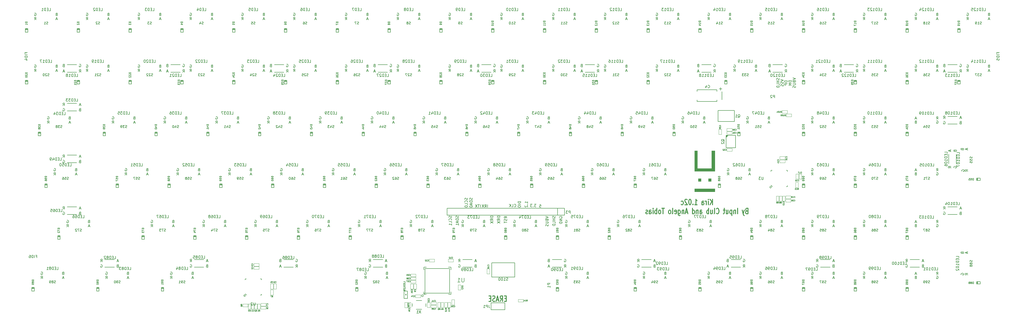
<source format=gbr>
G04 #@! TF.GenerationSoftware,KiCad,Pcbnew,(6.0.0-rc1-dev-711-gaf8715da8)*
G04 #@! TF.CreationDate,2018-11-26T01:45:55-05:00*
G04 #@! TF.ProjectId,Kira,4B6972612E6B696361645F7063620000,1.02c*
G04 #@! TF.SameCoordinates,Original*
G04 #@! TF.FileFunction,Legend,Bot*
G04 #@! TF.FilePolarity,Positive*
%FSLAX46Y46*%
G04 Gerber Fmt 4.6, Leading zero omitted, Abs format (unit mm)*
G04 Created by KiCad (PCBNEW (6.0.0-rc1-dev-711-gaf8715da8)) date 11/26/2018 1:45:55 AM*
%MOMM*%
%LPD*%
G01*
G04 APERTURE LIST*
%ADD10C,0.150000*%
%ADD11C,0.304800*%
%ADD12C,0.203200*%
%ADD13C,0.200000*%
%ADD14C,0.127000*%
%ADD15C,0.050800*%
%ADD16C,0.149860*%
%ADD17C,0.010000*%
G04 APERTURE END LIST*
D10*
X315936380Y-69858166D02*
X316936380Y-70191500D01*
X315936380Y-70524833D01*
X316412571Y-71191500D02*
X316460190Y-71334357D01*
X316507809Y-71381976D01*
X316603047Y-71429595D01*
X316745904Y-71429595D01*
X316841142Y-71381976D01*
X316888761Y-71334357D01*
X316936380Y-71239119D01*
X316936380Y-70858166D01*
X315936380Y-70858166D01*
X315936380Y-71191500D01*
X315984000Y-71286738D01*
X316031619Y-71334357D01*
X316126857Y-71381976D01*
X316222095Y-71381976D01*
X316317333Y-71334357D01*
X316364952Y-71286738D01*
X316412571Y-71191500D01*
X316412571Y-70858166D01*
X315936380Y-71858166D02*
X316745904Y-71858166D01*
X316841142Y-71905785D01*
X316888761Y-71953404D01*
X316936380Y-72048642D01*
X316936380Y-72239119D01*
X316888761Y-72334357D01*
X316841142Y-72381976D01*
X316745904Y-72429595D01*
X315936380Y-72429595D01*
X316888761Y-72858166D02*
X316936380Y-73001023D01*
X316936380Y-73239119D01*
X316888761Y-73334357D01*
X316841142Y-73381976D01*
X316745904Y-73429595D01*
X316650666Y-73429595D01*
X316555428Y-73381976D01*
X316507809Y-73334357D01*
X316460190Y-73239119D01*
X316412571Y-73048642D01*
X316364952Y-72953404D01*
X316317333Y-72905785D01*
X316222095Y-72858166D01*
X316126857Y-72858166D01*
X316031619Y-72905785D01*
X315984000Y-72953404D01*
X315936380Y-73048642D01*
X315936380Y-73286738D01*
X315984000Y-73429595D01*
X315412380Y-70858166D02*
X314412380Y-70858166D01*
X314412380Y-71096261D01*
X314460000Y-71239119D01*
X314555238Y-71334357D01*
X314650476Y-71381976D01*
X314840952Y-71429595D01*
X314983809Y-71429595D01*
X315174285Y-71381976D01*
X315269523Y-71334357D01*
X315364761Y-71239119D01*
X315412380Y-71096261D01*
X315412380Y-70858166D01*
X315412380Y-71858166D02*
X314412380Y-71858166D01*
X315126666Y-72191500D01*
X314412380Y-72524833D01*
X315412380Y-72524833D01*
X313888380Y-70929595D02*
X312888380Y-70929595D01*
X312888380Y-71167690D01*
X312936000Y-71310547D01*
X313031238Y-71405785D01*
X313126476Y-71453404D01*
X313316952Y-71501023D01*
X313459809Y-71501023D01*
X313650285Y-71453404D01*
X313745523Y-71405785D01*
X313840761Y-71310547D01*
X313888380Y-71167690D01*
X313888380Y-70929595D01*
X313888380Y-71929595D02*
X312888380Y-71929595D01*
X312888380Y-72310547D01*
X312936000Y-72405785D01*
X312983619Y-72453404D01*
X313078857Y-72501023D01*
X313221714Y-72501023D01*
X313316952Y-72453404D01*
X313364571Y-72405785D01*
X313412190Y-72310547D01*
X313412190Y-71929595D01*
X311491380Y-70405785D02*
X312491380Y-70739119D01*
X311491380Y-71072452D01*
X312443761Y-71358166D02*
X312491380Y-71501023D01*
X312491380Y-71739119D01*
X312443761Y-71834357D01*
X312396142Y-71881976D01*
X312300904Y-71929595D01*
X312205666Y-71929595D01*
X312110428Y-71881976D01*
X312062809Y-71834357D01*
X312015190Y-71739119D01*
X311967571Y-71548642D01*
X311919952Y-71453404D01*
X311872333Y-71405785D01*
X311777095Y-71358166D01*
X311681857Y-71358166D01*
X311586619Y-71405785D01*
X311539000Y-71453404D01*
X311491380Y-71548642D01*
X311491380Y-71786738D01*
X311539000Y-71929595D01*
X312443761Y-72310547D02*
X312491380Y-72453404D01*
X312491380Y-72691500D01*
X312443761Y-72786738D01*
X312396142Y-72834357D01*
X312300904Y-72881976D01*
X312205666Y-72881976D01*
X312110428Y-72834357D01*
X312062809Y-72786738D01*
X312015190Y-72691500D01*
X311967571Y-72501023D01*
X311919952Y-72405785D01*
X311872333Y-72358166D01*
X311777095Y-72310547D01*
X311681857Y-72310547D01*
X311586619Y-72358166D01*
X311539000Y-72405785D01*
X311491380Y-72501023D01*
X311491380Y-72739119D01*
X311539000Y-72881976D01*
X310919761Y-69977214D02*
X310967380Y-70120071D01*
X310967380Y-70358166D01*
X310919761Y-70453404D01*
X310872142Y-70501023D01*
X310776904Y-70548642D01*
X310681666Y-70548642D01*
X310586428Y-70501023D01*
X310538809Y-70453404D01*
X310491190Y-70358166D01*
X310443571Y-70167690D01*
X310395952Y-70072452D01*
X310348333Y-70024833D01*
X310253095Y-69977214D01*
X310157857Y-69977214D01*
X310062619Y-70024833D01*
X310015000Y-70072452D01*
X309967380Y-70167690D01*
X309967380Y-70405785D01*
X310015000Y-70548642D01*
X310967380Y-70977214D02*
X309967380Y-70977214D01*
X310443571Y-70977214D02*
X310443571Y-71548642D01*
X310967380Y-71548642D02*
X309967380Y-71548642D01*
X310967380Y-72501023D02*
X310967380Y-72024833D01*
X309967380Y-72024833D01*
X310967380Y-72834357D02*
X309967380Y-72834357D01*
X309967380Y-73072452D01*
X310015000Y-73215309D01*
X310110238Y-73310547D01*
X310205476Y-73358166D01*
X310395952Y-73405785D01*
X310538809Y-73405785D01*
X310729285Y-73358166D01*
X310824523Y-73310547D01*
X310919761Y-73215309D01*
X310967380Y-73072452D01*
X310967380Y-72834357D01*
D11*
X210547857Y-151048357D02*
X210039857Y-151048357D01*
X209822142Y-152112738D02*
X210547857Y-152112738D01*
X210547857Y-150080738D01*
X209822142Y-150080738D01*
X208298142Y-152112738D02*
X208806142Y-151145119D01*
X209169000Y-152112738D02*
X209169000Y-150080738D01*
X208588428Y-150080738D01*
X208443285Y-150177500D01*
X208370714Y-150274261D01*
X208298142Y-150467785D01*
X208298142Y-150758071D01*
X208370714Y-150951595D01*
X208443285Y-151048357D01*
X208588428Y-151145119D01*
X209169000Y-151145119D01*
X207717571Y-151532166D02*
X206991857Y-151532166D01*
X207862714Y-152112738D02*
X207354714Y-150080738D01*
X206846714Y-152112738D01*
X206411285Y-152015976D02*
X206193571Y-152112738D01*
X205830714Y-152112738D01*
X205685571Y-152015976D01*
X205613000Y-151919214D01*
X205540428Y-151725690D01*
X205540428Y-151532166D01*
X205613000Y-151338642D01*
X205685571Y-151241880D01*
X205830714Y-151145119D01*
X206121000Y-151048357D01*
X206266142Y-150951595D01*
X206338714Y-150854833D01*
X206411285Y-150661309D01*
X206411285Y-150467785D01*
X206338714Y-150274261D01*
X206266142Y-150177500D01*
X206121000Y-150080738D01*
X205758142Y-150080738D01*
X205540428Y-150177500D01*
X204887285Y-151048357D02*
X204379285Y-151048357D01*
X204161571Y-152112738D02*
X204887285Y-152112738D01*
X204887285Y-150080738D01*
X204161571Y-150080738D01*
D12*
X230124000Y-121336404D02*
X230075619Y-121239642D01*
X230075619Y-121094500D01*
X230124000Y-120949357D01*
X230220761Y-120852595D01*
X230317523Y-120804214D01*
X230511047Y-120755833D01*
X230656190Y-120755833D01*
X230849714Y-120804214D01*
X230946476Y-120852595D01*
X231043238Y-120949357D01*
X231091619Y-121094500D01*
X231091619Y-121191261D01*
X231043238Y-121336404D01*
X230994857Y-121384785D01*
X230656190Y-121384785D01*
X230656190Y-121191261D01*
X231091619Y-121820214D02*
X230075619Y-121820214D01*
X231091619Y-122400785D01*
X230075619Y-122400785D01*
X231091619Y-122884595D02*
X230075619Y-122884595D01*
X230075619Y-123126500D01*
X230124000Y-123271642D01*
X230220761Y-123368404D01*
X230317523Y-123416785D01*
X230511047Y-123465166D01*
X230656190Y-123465166D01*
X230849714Y-123416785D01*
X230946476Y-123368404D01*
X231043238Y-123271642D01*
X231091619Y-123126500D01*
X231091619Y-122884595D01*
X228503238Y-120749785D02*
X228551619Y-120894928D01*
X228551619Y-121136833D01*
X228503238Y-121233595D01*
X228454857Y-121281976D01*
X228358095Y-121330357D01*
X228261333Y-121330357D01*
X228164571Y-121281976D01*
X228116190Y-121233595D01*
X228067809Y-121136833D01*
X228019428Y-120943309D01*
X227971047Y-120846547D01*
X227922666Y-120798166D01*
X227825904Y-120749785D01*
X227729142Y-120749785D01*
X227632380Y-120798166D01*
X227584000Y-120846547D01*
X227535619Y-120943309D01*
X227535619Y-121185214D01*
X227584000Y-121330357D01*
X228551619Y-121765785D02*
X227535619Y-121765785D01*
X228019428Y-121765785D02*
X228019428Y-122346357D01*
X228551619Y-122346357D02*
X227535619Y-122346357D01*
X228551619Y-123313976D02*
X228551619Y-122830166D01*
X227535619Y-122830166D01*
X228551619Y-123652642D02*
X227535619Y-123652642D01*
X227535619Y-123894547D01*
X227584000Y-124039690D01*
X227680761Y-124136452D01*
X227777523Y-124184833D01*
X227971047Y-124233214D01*
X228116190Y-124233214D01*
X228309714Y-124184833D01*
X228406476Y-124136452D01*
X228503238Y-124039690D01*
X228551619Y-123894547D01*
X228551619Y-123652642D01*
X224995619Y-120755833D02*
X226011619Y-121094500D01*
X224995619Y-121433166D01*
X225479428Y-122110500D02*
X225527809Y-122255642D01*
X225576190Y-122304023D01*
X225672952Y-122352404D01*
X225818095Y-122352404D01*
X225914857Y-122304023D01*
X225963238Y-122255642D01*
X226011619Y-122158880D01*
X226011619Y-121771833D01*
X224995619Y-121771833D01*
X224995619Y-122110500D01*
X225044000Y-122207261D01*
X225092380Y-122255642D01*
X225189142Y-122304023D01*
X225285904Y-122304023D01*
X225382666Y-122255642D01*
X225431047Y-122207261D01*
X225479428Y-122110500D01*
X225479428Y-121771833D01*
X224995619Y-122787833D02*
X225818095Y-122787833D01*
X225914857Y-122836214D01*
X225963238Y-122884595D01*
X226011619Y-122981357D01*
X226011619Y-123174880D01*
X225963238Y-123271642D01*
X225914857Y-123320023D01*
X225818095Y-123368404D01*
X224995619Y-123368404D01*
X225963238Y-123803833D02*
X226011619Y-123948976D01*
X226011619Y-124190880D01*
X225963238Y-124287642D01*
X225914857Y-124336023D01*
X225818095Y-124384404D01*
X225721333Y-124384404D01*
X225624571Y-124336023D01*
X225576190Y-124287642D01*
X225527809Y-124190880D01*
X225479428Y-123997357D01*
X225431047Y-123900595D01*
X225382666Y-123852214D01*
X225285904Y-123803833D01*
X225189142Y-123803833D01*
X225092380Y-123852214D01*
X225044000Y-123900595D01*
X224995619Y-123997357D01*
X224995619Y-124239261D01*
X225044000Y-124384404D01*
X222770095Y-116474119D02*
X223253904Y-116474119D01*
X223302285Y-116957928D01*
X223253904Y-116909547D01*
X223157142Y-116861166D01*
X222915238Y-116861166D01*
X222818476Y-116909547D01*
X222770095Y-116957928D01*
X222721714Y-117054690D01*
X222721714Y-117296595D01*
X222770095Y-117393357D01*
X222818476Y-117441738D01*
X222915238Y-117490119D01*
X223157142Y-117490119D01*
X223253904Y-117441738D01*
X223302285Y-117393357D01*
X221536380Y-116347119D02*
X220907428Y-116347119D01*
X221246095Y-116734166D01*
X221100952Y-116734166D01*
X221004190Y-116782547D01*
X220955809Y-116830928D01*
X220907428Y-116927690D01*
X220907428Y-117169595D01*
X220955809Y-117266357D01*
X221004190Y-117314738D01*
X221100952Y-117363119D01*
X221391238Y-117363119D01*
X221488000Y-117314738D01*
X221536380Y-117266357D01*
X220472000Y-117266357D02*
X220423619Y-117314738D01*
X220472000Y-117363119D01*
X220520380Y-117314738D01*
X220472000Y-117266357D01*
X220472000Y-117363119D01*
X220084952Y-116347119D02*
X219456000Y-116347119D01*
X219794666Y-116734166D01*
X219649523Y-116734166D01*
X219552761Y-116782547D01*
X219504380Y-116830928D01*
X219456000Y-116927690D01*
X219456000Y-117169595D01*
X219504380Y-117266357D01*
X219552761Y-117314738D01*
X219649523Y-117363119D01*
X219939809Y-117363119D01*
X220036571Y-117314738D01*
X220084952Y-117266357D01*
X218391619Y-115960071D02*
X218391619Y-115379500D01*
X218391619Y-115669785D02*
X217375619Y-115669785D01*
X217520761Y-115573023D01*
X217617523Y-115476261D01*
X217665904Y-115379500D01*
X218294857Y-116395500D02*
X218343238Y-116443880D01*
X218391619Y-116395500D01*
X218343238Y-116347119D01*
X218294857Y-116395500D01*
X218391619Y-116395500D01*
X217472380Y-116830928D02*
X217424000Y-116879309D01*
X217375619Y-116976071D01*
X217375619Y-117217976D01*
X217424000Y-117314738D01*
X217472380Y-117363119D01*
X217569142Y-117411500D01*
X217665904Y-117411500D01*
X217811047Y-117363119D01*
X218391619Y-116782547D01*
X218391619Y-117411500D01*
X215851619Y-115355309D02*
X214835619Y-115355309D01*
X214835619Y-115597214D01*
X214884000Y-115742357D01*
X214980761Y-115839119D01*
X215077523Y-115887500D01*
X215271047Y-115935880D01*
X215416190Y-115935880D01*
X215609714Y-115887500D01*
X215706476Y-115839119D01*
X215803238Y-115742357D01*
X215851619Y-115597214D01*
X215851619Y-115355309D01*
X215851619Y-116371309D02*
X214835619Y-116371309D01*
X214835619Y-117048642D02*
X214835619Y-117242166D01*
X214884000Y-117338928D01*
X214980761Y-117435690D01*
X215174285Y-117484071D01*
X215512952Y-117484071D01*
X215706476Y-117435690D01*
X215803238Y-117338928D01*
X215851619Y-117242166D01*
X215851619Y-117048642D01*
X215803238Y-116951880D01*
X215706476Y-116855119D01*
X215512952Y-116806738D01*
X215174285Y-116806738D01*
X214980761Y-116855119D01*
X214884000Y-116951880D01*
X214835619Y-117048642D01*
X213456761Y-117266357D02*
X213505142Y-117314738D01*
X213650285Y-117363119D01*
X213747047Y-117363119D01*
X213892190Y-117314738D01*
X213988952Y-117217976D01*
X214037333Y-117121214D01*
X214085714Y-116927690D01*
X214085714Y-116782547D01*
X214037333Y-116589023D01*
X213988952Y-116492261D01*
X213892190Y-116395500D01*
X213747047Y-116347119D01*
X213650285Y-116347119D01*
X213505142Y-116395500D01*
X213456761Y-116443880D01*
X212537523Y-117363119D02*
X213021333Y-117363119D01*
X213021333Y-116347119D01*
X212198857Y-117363119D02*
X212198857Y-116347119D01*
X211618285Y-117363119D02*
X212053714Y-116782547D01*
X211618285Y-116347119D02*
X212198857Y-116927690D01*
X210771619Y-121427119D02*
X210287809Y-121088452D01*
X210771619Y-120846547D02*
X209755619Y-120846547D01*
X209755619Y-121233595D01*
X209804000Y-121330357D01*
X209852380Y-121378738D01*
X209949142Y-121427119D01*
X210094285Y-121427119D01*
X210191047Y-121378738D01*
X210239428Y-121330357D01*
X210287809Y-121233595D01*
X210287809Y-120846547D01*
X210723238Y-121814166D02*
X210771619Y-121959309D01*
X210771619Y-122201214D01*
X210723238Y-122297976D01*
X210674857Y-122346357D01*
X210578095Y-122394738D01*
X210481333Y-122394738D01*
X210384571Y-122346357D01*
X210336190Y-122297976D01*
X210287809Y-122201214D01*
X210239428Y-122007690D01*
X210191047Y-121910928D01*
X210142666Y-121862547D01*
X210045904Y-121814166D01*
X209949142Y-121814166D01*
X209852380Y-121862547D01*
X209804000Y-121910928D01*
X209755619Y-122007690D01*
X209755619Y-122249595D01*
X209804000Y-122394738D01*
X209755619Y-122685023D02*
X209755619Y-123265595D01*
X210771619Y-122975309D02*
X209755619Y-122975309D01*
X205691619Y-120725595D02*
X204675619Y-120725595D01*
X204675619Y-120967500D01*
X204724000Y-121112642D01*
X204820761Y-121209404D01*
X204917523Y-121257785D01*
X205111047Y-121306166D01*
X205256190Y-121306166D01*
X205449714Y-121257785D01*
X205546476Y-121209404D01*
X205643238Y-121112642D01*
X205691619Y-120967500D01*
X205691619Y-120725595D01*
X205691619Y-122322166D02*
X205207809Y-121983500D01*
X205691619Y-121741595D02*
X204675619Y-121741595D01*
X204675619Y-122128642D01*
X204724000Y-122225404D01*
X204772380Y-122273785D01*
X204869142Y-122322166D01*
X205014285Y-122322166D01*
X205111047Y-122273785D01*
X205159428Y-122225404D01*
X205207809Y-122128642D01*
X205207809Y-121741595D01*
X204675619Y-122660833D02*
X205691619Y-123338166D01*
X204675619Y-123338166D02*
X205691619Y-122660833D01*
X208231619Y-120725595D02*
X207215619Y-120725595D01*
X207215619Y-120967500D01*
X207264000Y-121112642D01*
X207360761Y-121209404D01*
X207457523Y-121257785D01*
X207651047Y-121306166D01*
X207796190Y-121306166D01*
X207989714Y-121257785D01*
X208086476Y-121209404D01*
X208183238Y-121112642D01*
X208231619Y-120967500D01*
X208231619Y-120725595D01*
X208231619Y-122322166D02*
X207747809Y-121983500D01*
X208231619Y-121741595D02*
X207215619Y-121741595D01*
X207215619Y-122128642D01*
X207264000Y-122225404D01*
X207312380Y-122273785D01*
X207409142Y-122322166D01*
X207554285Y-122322166D01*
X207651047Y-122273785D01*
X207699428Y-122225404D01*
X207747809Y-122128642D01*
X207747809Y-121741595D01*
X207215619Y-122660833D02*
X208231619Y-123338166D01*
X207215619Y-123338166D02*
X208231619Y-122660833D01*
X192943238Y-120646976D02*
X192991619Y-120792119D01*
X192991619Y-121034023D01*
X192943238Y-121130785D01*
X192894857Y-121179166D01*
X192798095Y-121227547D01*
X192701333Y-121227547D01*
X192604571Y-121179166D01*
X192556190Y-121130785D01*
X192507809Y-121034023D01*
X192459428Y-120840500D01*
X192411047Y-120743738D01*
X192362666Y-120695357D01*
X192265904Y-120646976D01*
X192169142Y-120646976D01*
X192072380Y-120695357D01*
X192024000Y-120743738D01*
X191975619Y-120840500D01*
X191975619Y-121082404D01*
X192024000Y-121227547D01*
X192991619Y-121662976D02*
X191975619Y-121662976D01*
X191975619Y-121904880D01*
X192024000Y-122050023D01*
X192120761Y-122146785D01*
X192217523Y-122195166D01*
X192411047Y-122243547D01*
X192556190Y-122243547D01*
X192749714Y-122195166D01*
X192846476Y-122146785D01*
X192943238Y-122050023D01*
X192991619Y-121904880D01*
X192991619Y-121662976D01*
X192701333Y-122630595D02*
X192701333Y-123114404D01*
X192991619Y-122533833D02*
X191975619Y-122872500D01*
X192991619Y-123211166D01*
X192991619Y-124082023D02*
X192991619Y-123501452D01*
X192991619Y-123791738D02*
X191975619Y-123791738D01*
X192120761Y-123694976D01*
X192217523Y-123598214D01*
X192265904Y-123501452D01*
X190403238Y-120671166D02*
X190451619Y-120816309D01*
X190451619Y-121058214D01*
X190403238Y-121154976D01*
X190354857Y-121203357D01*
X190258095Y-121251738D01*
X190161333Y-121251738D01*
X190064571Y-121203357D01*
X190016190Y-121154976D01*
X189967809Y-121058214D01*
X189919428Y-120864690D01*
X189871047Y-120767928D01*
X189822666Y-120719547D01*
X189725904Y-120671166D01*
X189629142Y-120671166D01*
X189532380Y-120719547D01*
X189484000Y-120767928D01*
X189435619Y-120864690D01*
X189435619Y-121106595D01*
X189484000Y-121251738D01*
X190354857Y-122267738D02*
X190403238Y-122219357D01*
X190451619Y-122074214D01*
X190451619Y-121977452D01*
X190403238Y-121832309D01*
X190306476Y-121735547D01*
X190209714Y-121687166D01*
X190016190Y-121638785D01*
X189871047Y-121638785D01*
X189677523Y-121687166D01*
X189580761Y-121735547D01*
X189484000Y-121832309D01*
X189435619Y-121977452D01*
X189435619Y-122074214D01*
X189484000Y-122219357D01*
X189532380Y-122267738D01*
X190451619Y-123186976D02*
X190451619Y-122703166D01*
X189435619Y-122703166D01*
X190451619Y-124057833D02*
X190451619Y-123477261D01*
X190451619Y-123767547D02*
X189435619Y-123767547D01*
X189580761Y-123670785D01*
X189677523Y-123574023D01*
X189725904Y-123477261D01*
X196245238Y-114067166D02*
X196293619Y-114212309D01*
X196293619Y-114454214D01*
X196245238Y-114550976D01*
X196196857Y-114599357D01*
X196100095Y-114647738D01*
X196003333Y-114647738D01*
X195906571Y-114599357D01*
X195858190Y-114550976D01*
X195809809Y-114454214D01*
X195761428Y-114260690D01*
X195713047Y-114163928D01*
X195664666Y-114115547D01*
X195567904Y-114067166D01*
X195471142Y-114067166D01*
X195374380Y-114115547D01*
X195326000Y-114163928D01*
X195277619Y-114260690D01*
X195277619Y-114502595D01*
X195326000Y-114647738D01*
X196196857Y-115663738D02*
X196245238Y-115615357D01*
X196293619Y-115470214D01*
X196293619Y-115373452D01*
X196245238Y-115228309D01*
X196148476Y-115131547D01*
X196051714Y-115083166D01*
X195858190Y-115034785D01*
X195713047Y-115034785D01*
X195519523Y-115083166D01*
X195422761Y-115131547D01*
X195326000Y-115228309D01*
X195277619Y-115373452D01*
X195277619Y-115470214D01*
X195326000Y-115615357D01*
X195374380Y-115663738D01*
X196293619Y-116582976D02*
X196293619Y-116099166D01*
X195277619Y-116099166D01*
X195277619Y-117115166D02*
X195277619Y-117211928D01*
X195326000Y-117308690D01*
X195374380Y-117357071D01*
X195471142Y-117405452D01*
X195664666Y-117453833D01*
X195906571Y-117453833D01*
X196100095Y-117405452D01*
X196196857Y-117357071D01*
X196245238Y-117308690D01*
X196293619Y-117211928D01*
X196293619Y-117115166D01*
X196245238Y-117018404D01*
X196196857Y-116970023D01*
X196100095Y-116921642D01*
X195906571Y-116873261D01*
X195664666Y-116873261D01*
X195471142Y-116921642D01*
X195374380Y-116970023D01*
X195326000Y-117018404D01*
X195277619Y-117115166D01*
X198023238Y-114042976D02*
X198071619Y-114188119D01*
X198071619Y-114430023D01*
X198023238Y-114526785D01*
X197974857Y-114575166D01*
X197878095Y-114623547D01*
X197781333Y-114623547D01*
X197684571Y-114575166D01*
X197636190Y-114526785D01*
X197587809Y-114430023D01*
X197539428Y-114236500D01*
X197491047Y-114139738D01*
X197442666Y-114091357D01*
X197345904Y-114042976D01*
X197249142Y-114042976D01*
X197152380Y-114091357D01*
X197104000Y-114139738D01*
X197055619Y-114236500D01*
X197055619Y-114478404D01*
X197104000Y-114623547D01*
X198071619Y-115058976D02*
X197055619Y-115058976D01*
X197055619Y-115300880D01*
X197104000Y-115446023D01*
X197200761Y-115542785D01*
X197297523Y-115591166D01*
X197491047Y-115639547D01*
X197636190Y-115639547D01*
X197829714Y-115591166D01*
X197926476Y-115542785D01*
X198023238Y-115446023D01*
X198071619Y-115300880D01*
X198071619Y-115058976D01*
X197781333Y-116026595D02*
X197781333Y-116510404D01*
X198071619Y-115929833D02*
X197055619Y-116268500D01*
X198071619Y-116607166D01*
X197055619Y-117139357D02*
X197055619Y-117236119D01*
X197104000Y-117332880D01*
X197152380Y-117381261D01*
X197249142Y-117429642D01*
X197442666Y-117478023D01*
X197684571Y-117478023D01*
X197878095Y-117429642D01*
X197974857Y-117381261D01*
X198023238Y-117332880D01*
X198071619Y-117236119D01*
X198071619Y-117139357D01*
X198023238Y-117042595D01*
X197974857Y-116994214D01*
X197878095Y-116945833D01*
X197684571Y-116897452D01*
X197442666Y-116897452D01*
X197249142Y-116945833D01*
X197152380Y-116994214D01*
X197104000Y-117042595D01*
X197055619Y-117139357D01*
X201022857Y-117490119D02*
X201022857Y-116474119D01*
X200684190Y-116474119D02*
X200103619Y-116474119D01*
X200393904Y-117490119D02*
X200393904Y-116474119D01*
X199861714Y-116474119D02*
X199184380Y-117490119D01*
X199184380Y-116474119D02*
X199861714Y-117490119D01*
X203683809Y-117490119D02*
X203683809Y-116474119D01*
X202619428Y-117490119D02*
X202958095Y-117006309D01*
X203200000Y-117490119D02*
X203200000Y-116474119D01*
X202812952Y-116474119D01*
X202716190Y-116522500D01*
X202667809Y-116570880D01*
X202619428Y-116667642D01*
X202619428Y-116812785D01*
X202667809Y-116909547D01*
X202716190Y-116957928D01*
X202812952Y-117006309D01*
X203200000Y-117006309D01*
X202280761Y-116474119D02*
X201603428Y-117490119D01*
X201603428Y-116474119D02*
X202280761Y-117490119D01*
D11*
X286366857Y-116527338D02*
X286366857Y-114495338D01*
X285496000Y-116527338D02*
X286149142Y-115366195D01*
X285496000Y-114495338D02*
X286366857Y-115656480D01*
X284842857Y-116527338D02*
X284842857Y-115172671D01*
X284842857Y-114495338D02*
X284915428Y-114592100D01*
X284842857Y-114688861D01*
X284770285Y-114592100D01*
X284842857Y-114495338D01*
X284842857Y-114688861D01*
X284117142Y-116527338D02*
X284117142Y-115172671D01*
X284117142Y-115559719D02*
X284044571Y-115366195D01*
X283972000Y-115269433D01*
X283826857Y-115172671D01*
X283681714Y-115172671D01*
X282520571Y-116527338D02*
X282520571Y-115462957D01*
X282593142Y-115269433D01*
X282738285Y-115172671D01*
X283028571Y-115172671D01*
X283173714Y-115269433D01*
X282520571Y-116430576D02*
X282665714Y-116527338D01*
X283028571Y-116527338D01*
X283173714Y-116430576D01*
X283246285Y-116237052D01*
X283246285Y-116043528D01*
X283173714Y-115850004D01*
X283028571Y-115753242D01*
X282665714Y-115753242D01*
X282520571Y-115656480D01*
X279835428Y-116527338D02*
X280706285Y-116527338D01*
X280270857Y-116527338D02*
X280270857Y-114495338D01*
X280416000Y-114785623D01*
X280561142Y-114979147D01*
X280706285Y-115075909D01*
X279182285Y-116333814D02*
X279109714Y-116430576D01*
X279182285Y-116527338D01*
X279254857Y-116430576D01*
X279182285Y-116333814D01*
X279182285Y-116527338D01*
X278166285Y-114495338D02*
X278021142Y-114495338D01*
X277876000Y-114592100D01*
X277803428Y-114688861D01*
X277730857Y-114882385D01*
X277658285Y-115269433D01*
X277658285Y-115753242D01*
X277730857Y-116140290D01*
X277803428Y-116333814D01*
X277876000Y-116430576D01*
X278021142Y-116527338D01*
X278166285Y-116527338D01*
X278311428Y-116430576D01*
X278384000Y-116333814D01*
X278456571Y-116140290D01*
X278529142Y-115753242D01*
X278529142Y-115269433D01*
X278456571Y-114882385D01*
X278384000Y-114688861D01*
X278311428Y-114592100D01*
X278166285Y-114495338D01*
X277077714Y-114688861D02*
X277005142Y-114592100D01*
X276860000Y-114495338D01*
X276497142Y-114495338D01*
X276352000Y-114592100D01*
X276279428Y-114688861D01*
X276206857Y-114882385D01*
X276206857Y-115075909D01*
X276279428Y-115366195D01*
X277150285Y-116527338D01*
X276206857Y-116527338D01*
X274900571Y-116430576D02*
X275045714Y-116527338D01*
X275336000Y-116527338D01*
X275481142Y-116430576D01*
X275553714Y-116333814D01*
X275626285Y-116140290D01*
X275626285Y-115559719D01*
X275553714Y-115366195D01*
X275481142Y-115269433D01*
X275336000Y-115172671D01*
X275045714Y-115172671D01*
X274900571Y-115269433D01*
X298921714Y-118815757D02*
X298704000Y-118912519D01*
X298631428Y-119009280D01*
X298558857Y-119202804D01*
X298558857Y-119493090D01*
X298631428Y-119686614D01*
X298704000Y-119783376D01*
X298849142Y-119880138D01*
X299429714Y-119880138D01*
X299429714Y-117848138D01*
X298921714Y-117848138D01*
X298776571Y-117944900D01*
X298704000Y-118041661D01*
X298631428Y-118235185D01*
X298631428Y-118428709D01*
X298704000Y-118622233D01*
X298776571Y-118718995D01*
X298921714Y-118815757D01*
X299429714Y-118815757D01*
X298050857Y-118525471D02*
X297688000Y-119880138D01*
X297325142Y-118525471D02*
X297688000Y-119880138D01*
X297833142Y-120363947D01*
X297905714Y-120460709D01*
X298050857Y-120557471D01*
X295583428Y-119880138D02*
X295583428Y-117848138D01*
X294857714Y-118525471D02*
X294857714Y-119880138D01*
X294857714Y-118718995D02*
X294785142Y-118622233D01*
X294640000Y-118525471D01*
X294422285Y-118525471D01*
X294277142Y-118622233D01*
X294204571Y-118815757D01*
X294204571Y-119880138D01*
X293478857Y-118525471D02*
X293478857Y-120557471D01*
X293478857Y-118622233D02*
X293333714Y-118525471D01*
X293043428Y-118525471D01*
X292898285Y-118622233D01*
X292825714Y-118718995D01*
X292753142Y-118912519D01*
X292753142Y-119493090D01*
X292825714Y-119686614D01*
X292898285Y-119783376D01*
X293043428Y-119880138D01*
X293333714Y-119880138D01*
X293478857Y-119783376D01*
X291446857Y-118525471D02*
X291446857Y-119880138D01*
X292100000Y-118525471D02*
X292100000Y-119589852D01*
X292027428Y-119783376D01*
X291882285Y-119880138D01*
X291664571Y-119880138D01*
X291519428Y-119783376D01*
X291446857Y-119686614D01*
X290938857Y-118525471D02*
X290358285Y-118525471D01*
X290721142Y-117848138D02*
X290721142Y-119589852D01*
X290648571Y-119783376D01*
X290503428Y-119880138D01*
X290358285Y-119880138D01*
X287818285Y-119686614D02*
X287890857Y-119783376D01*
X288108571Y-119880138D01*
X288253714Y-119880138D01*
X288471428Y-119783376D01*
X288616571Y-119589852D01*
X288689142Y-119396328D01*
X288761714Y-119009280D01*
X288761714Y-118718995D01*
X288689142Y-118331947D01*
X288616571Y-118138423D01*
X288471428Y-117944900D01*
X288253714Y-117848138D01*
X288108571Y-117848138D01*
X287890857Y-117944900D01*
X287818285Y-118041661D01*
X286947428Y-119880138D02*
X287092571Y-119783376D01*
X287165142Y-119589852D01*
X287165142Y-117848138D01*
X285713714Y-118525471D02*
X285713714Y-119880138D01*
X286366857Y-118525471D02*
X286366857Y-119589852D01*
X286294285Y-119783376D01*
X286149142Y-119880138D01*
X285931428Y-119880138D01*
X285786285Y-119783376D01*
X285713714Y-119686614D01*
X284988000Y-119880138D02*
X284988000Y-117848138D01*
X284988000Y-118622233D02*
X284842857Y-118525471D01*
X284552571Y-118525471D01*
X284407428Y-118622233D01*
X284334857Y-118718995D01*
X284262285Y-118912519D01*
X284262285Y-119493090D01*
X284334857Y-119686614D01*
X284407428Y-119783376D01*
X284552571Y-119880138D01*
X284842857Y-119880138D01*
X284988000Y-119783376D01*
X281794857Y-119880138D02*
X281794857Y-118815757D01*
X281867428Y-118622233D01*
X282012571Y-118525471D01*
X282302857Y-118525471D01*
X282448000Y-118622233D01*
X281794857Y-119783376D02*
X281940000Y-119880138D01*
X282302857Y-119880138D01*
X282448000Y-119783376D01*
X282520571Y-119589852D01*
X282520571Y-119396328D01*
X282448000Y-119202804D01*
X282302857Y-119106042D01*
X281940000Y-119106042D01*
X281794857Y-119009280D01*
X281069142Y-118525471D02*
X281069142Y-119880138D01*
X281069142Y-118718995D02*
X280996571Y-118622233D01*
X280851428Y-118525471D01*
X280633714Y-118525471D01*
X280488571Y-118622233D01*
X280416000Y-118815757D01*
X280416000Y-119880138D01*
X279037142Y-119880138D02*
X279037142Y-117848138D01*
X279037142Y-119783376D02*
X279182285Y-119880138D01*
X279472571Y-119880138D01*
X279617714Y-119783376D01*
X279690285Y-119686614D01*
X279762857Y-119493090D01*
X279762857Y-118912519D01*
X279690285Y-118718995D01*
X279617714Y-118622233D01*
X279472571Y-118525471D01*
X279182285Y-118525471D01*
X279037142Y-118622233D01*
X277222857Y-119299566D02*
X276497142Y-119299566D01*
X277368000Y-119880138D02*
X276860000Y-117848138D01*
X276352000Y-119880138D01*
X275844000Y-118525471D02*
X275844000Y-119880138D01*
X275844000Y-118718995D02*
X275771428Y-118622233D01*
X275626285Y-118525471D01*
X275408571Y-118525471D01*
X275263428Y-118622233D01*
X275190857Y-118815757D01*
X275190857Y-119880138D01*
X273812000Y-118525471D02*
X273812000Y-120170423D01*
X273884571Y-120363947D01*
X273957142Y-120460709D01*
X274102285Y-120557471D01*
X274320000Y-120557471D01*
X274465142Y-120460709D01*
X273812000Y-119783376D02*
X273957142Y-119880138D01*
X274247428Y-119880138D01*
X274392571Y-119783376D01*
X274465142Y-119686614D01*
X274537714Y-119493090D01*
X274537714Y-118912519D01*
X274465142Y-118718995D01*
X274392571Y-118622233D01*
X274247428Y-118525471D01*
X273957142Y-118525471D01*
X273812000Y-118622233D01*
X272505714Y-119783376D02*
X272650857Y-119880138D01*
X272941142Y-119880138D01*
X273086285Y-119783376D01*
X273158857Y-119589852D01*
X273158857Y-118815757D01*
X273086285Y-118622233D01*
X272941142Y-118525471D01*
X272650857Y-118525471D01*
X272505714Y-118622233D01*
X272433142Y-118815757D01*
X272433142Y-119009280D01*
X273158857Y-119202804D01*
X271562285Y-119880138D02*
X271707428Y-119783376D01*
X271780000Y-119589852D01*
X271780000Y-117848138D01*
X270764000Y-119880138D02*
X270909142Y-119783376D01*
X270981714Y-119686614D01*
X271054285Y-119493090D01*
X271054285Y-118912519D01*
X270981714Y-118718995D01*
X270909142Y-118622233D01*
X270764000Y-118525471D01*
X270546285Y-118525471D01*
X270401142Y-118622233D01*
X270328571Y-118718995D01*
X270256000Y-118912519D01*
X270256000Y-119493090D01*
X270328571Y-119686614D01*
X270401142Y-119783376D01*
X270546285Y-119880138D01*
X270764000Y-119880138D01*
X268659428Y-117848138D02*
X267788571Y-117848138D01*
X268224000Y-119880138D02*
X268224000Y-117848138D01*
X267062857Y-119880138D02*
X267208000Y-119783376D01*
X267280571Y-119686614D01*
X267353142Y-119493090D01*
X267353142Y-118912519D01*
X267280571Y-118718995D01*
X267208000Y-118622233D01*
X267062857Y-118525471D01*
X266845142Y-118525471D01*
X266700000Y-118622233D01*
X266627428Y-118718995D01*
X266554857Y-118912519D01*
X266554857Y-119493090D01*
X266627428Y-119686614D01*
X266700000Y-119783376D01*
X266845142Y-119880138D01*
X267062857Y-119880138D01*
X265901714Y-119880138D02*
X265901714Y-117848138D01*
X265901714Y-118622233D02*
X265756571Y-118525471D01*
X265466285Y-118525471D01*
X265321142Y-118622233D01*
X265248571Y-118718995D01*
X265176000Y-118912519D01*
X265176000Y-119493090D01*
X265248571Y-119686614D01*
X265321142Y-119783376D01*
X265466285Y-119880138D01*
X265756571Y-119880138D01*
X265901714Y-119783376D01*
X264522857Y-119880138D02*
X264522857Y-118525471D01*
X264522857Y-117848138D02*
X264595428Y-117944900D01*
X264522857Y-118041661D01*
X264450285Y-117944900D01*
X264522857Y-117848138D01*
X264522857Y-118041661D01*
X263144000Y-119880138D02*
X263144000Y-118815757D01*
X263216571Y-118622233D01*
X263361714Y-118525471D01*
X263652000Y-118525471D01*
X263797142Y-118622233D01*
X263144000Y-119783376D02*
X263289142Y-119880138D01*
X263652000Y-119880138D01*
X263797142Y-119783376D01*
X263869714Y-119589852D01*
X263869714Y-119396328D01*
X263797142Y-119202804D01*
X263652000Y-119106042D01*
X263289142Y-119106042D01*
X263144000Y-119009280D01*
X262490857Y-119783376D02*
X262345714Y-119880138D01*
X262055428Y-119880138D01*
X261910285Y-119783376D01*
X261837714Y-119589852D01*
X261837714Y-119493090D01*
X261910285Y-119299566D01*
X262055428Y-119202804D01*
X262273142Y-119202804D01*
X262418285Y-119106042D01*
X262490857Y-118912519D01*
X262490857Y-118815757D01*
X262418285Y-118622233D01*
X262273142Y-118525471D01*
X262055428Y-118525471D01*
X261910285Y-118622233D01*
D13*
G04 #@! TO.C,U1*
X180051553Y-150021000D02*
G75*
G03X180051553Y-150021000I-353553J0D01*
G01*
D14*
X189268000Y-149521000D02*
X190198000Y-149521000D01*
X190198000Y-149521000D02*
X190198000Y-148591000D01*
X190198000Y-140451000D02*
X190198000Y-139521000D01*
X190198000Y-139521000D02*
X189268000Y-139521000D01*
X180198000Y-140451000D02*
X180198000Y-139521000D01*
X180198000Y-139521000D02*
X181128000Y-139521000D01*
X181128000Y-149521000D02*
X180198000Y-149521000D01*
X180198000Y-149521000D02*
X180198000Y-148591000D01*
D13*
X180538000Y-149251000D02*
G75*
G03X180538000Y-149251000I-100000J0D01*
G01*
D14*
X189728000Y-149051000D02*
X189728000Y-139991000D01*
X180668000Y-139991000D02*
X180668000Y-149051000D01*
X189728000Y-139991000D02*
X180668000Y-139991000D01*
X180668000Y-149051000D02*
X189728000Y-149051000D01*
D10*
G04 #@! TO.C,U3*
X308040000Y-110087000D02*
G75*
G03X308040000Y-110087000I-300000J0D01*
G01*
X308440000Y-109887000D02*
X307940000Y-109387000D01*
X313940000Y-109887000D02*
X313940000Y-109487000D01*
X313940000Y-103887000D02*
X313540000Y-103887000D01*
X313940000Y-104287000D02*
X313940000Y-103887000D01*
X307940000Y-103887000D02*
X308340000Y-103887000D01*
X307940000Y-104287000D02*
X307940000Y-103887000D01*
X313540000Y-109887000D02*
X313940000Y-109887000D01*
G04 #@! TO.C,U2*
X114603000Y-149990000D02*
G75*
G03X114603000Y-149990000I-300000J0D01*
G01*
X115003000Y-149790000D02*
X114503000Y-149290000D01*
X120503000Y-149790000D02*
X120503000Y-149390000D01*
X120503000Y-143790000D02*
X120103000Y-143790000D01*
X120503000Y-144190000D02*
X120503000Y-143790000D01*
X114503000Y-143790000D02*
X114903000Y-143790000D01*
X114503000Y-144190000D02*
X114503000Y-143790000D01*
X120103000Y-149790000D02*
X120503000Y-149790000D01*
D13*
G04 #@! TO.C,P3*
X229394000Y-120332000D02*
X229394000Y-117792000D01*
X188754000Y-120332000D02*
X188754000Y-117792000D01*
X231934000Y-120332000D02*
X231934000Y-117792000D01*
X231934000Y-117792000D02*
X188754000Y-117792000D01*
X188754000Y-120332000D02*
X231934000Y-120332000D01*
D10*
G04 #@! TO.C,LED89*
X194523000Y-139512000D02*
X198023000Y-139512000D01*
X198023000Y-136712000D02*
X194523000Y-136712000D01*
G04 #@! TO.C,LED85*
X95809100Y-139512000D02*
X99309100Y-139512000D01*
X99309100Y-136712000D02*
X95809100Y-136712000D01*
G04 #@! TO.C,LED115*
X239550000Y-67757500D02*
X243050000Y-67757500D01*
X243050000Y-64957500D02*
X239550000Y-64957500D01*
G04 #@! TO.C,LED120*
X308606000Y-67757500D02*
X312106000Y-67757500D01*
X312106000Y-64957500D02*
X308606000Y-64957500D01*
G04 #@! TO.C,LED30*
X201450000Y-67757500D02*
X204950000Y-67757500D01*
X204950000Y-64957500D02*
X201450000Y-64957500D01*
G04 #@! TO.C,LED88*
X165118000Y-136712000D02*
X161618000Y-136712000D01*
X161618000Y-139512000D02*
X165118000Y-139512000D01*
G04 #@! TO.C,LED118*
X282412000Y-67757500D02*
X285912000Y-67757500D01*
X285912000Y-64957500D02*
X282412000Y-64957500D01*
G04 #@! TO.C,LED27*
X163350000Y-67757500D02*
X166850000Y-67757500D01*
X166850000Y-64957500D02*
X163350000Y-64957500D01*
G04 #@! TO.C,LED92*
X263832000Y-136712000D02*
X260332000Y-136712000D01*
X260332000Y-139512000D02*
X263832000Y-139512000D01*
G04 #@! TO.C,LED86*
X128714000Y-139512000D02*
X132214000Y-139512000D01*
X132214000Y-136712000D02*
X128714000Y-136712000D01*
G04 #@! TO.C,LED122*
X334800000Y-67757500D02*
X338300000Y-67757500D01*
X338300000Y-64957500D02*
X334800000Y-64957500D01*
G04 #@! TO.C,LED24*
X125250000Y-67757500D02*
X128750000Y-67757500D01*
X128750000Y-64957500D02*
X125250000Y-64957500D01*
G04 #@! TO.C,LED95*
X293236000Y-139512000D02*
X296736000Y-139512000D01*
X296736000Y-136712000D02*
X293236000Y-136712000D01*
G04 #@! TO.C,LED90*
X227427000Y-139512000D02*
X230927000Y-139512000D01*
X230927000Y-136712000D02*
X227427000Y-136712000D01*
G04 #@! TO.C,LED113*
X372900000Y-67757500D02*
X376400000Y-67757500D01*
X376400000Y-64957500D02*
X372900000Y-64957500D01*
G04 #@! TO.C,LED21*
X87150000Y-67757500D02*
X90650000Y-67757500D01*
X90650000Y-64957500D02*
X87150000Y-64957500D01*
G04 #@! TO.C,LED98*
X329641000Y-136712000D02*
X326141000Y-136712000D01*
X326141000Y-139512000D02*
X329641000Y-139512000D01*
G04 #@! TO.C,LED108*
X376400000Y-84007500D02*
X372900000Y-84007500D01*
X372900000Y-86807500D02*
X376400000Y-86807500D01*
G04 #@! TO.C,LED33*
X52550000Y-79245000D02*
X49050000Y-79245000D01*
X49050000Y-82045000D02*
X52550000Y-82045000D01*
G04 #@! TO.C,LED100*
X362545000Y-136712000D02*
X359045000Y-136712000D01*
X359045000Y-139512000D02*
X362545000Y-139512000D01*
G04 #@! TO.C,LED106*
X373250000Y-97945000D02*
X373250000Y-101445000D01*
X376050000Y-101445000D02*
X376050000Y-97945000D01*
G04 #@! TO.C,LED49*
X52550000Y-98295000D02*
X49050000Y-98295000D01*
X49050000Y-101095000D02*
X52550000Y-101095000D01*
G04 #@! TO.C,LED18*
X49050000Y-67757500D02*
X52550000Y-67757500D01*
X52550000Y-64957500D02*
X49050000Y-64957500D01*
G04 #@! TO.C,LED104*
X376400000Y-117345000D02*
X372900000Y-117345000D01*
X372900000Y-120145000D02*
X376400000Y-120145000D01*
G04 #@! TO.C,LED82*
X66404500Y-136712000D02*
X62904500Y-136712000D01*
X62904500Y-139512000D02*
X66404500Y-139512000D01*
G04 #@! TO.C,LED65*
X52550000Y-117345000D02*
X49050000Y-117345000D01*
X49050000Y-120145000D02*
X52550000Y-120145000D01*
D15*
G04 #@! TO.C,C1*
X116749000Y-153045000D02*
X116749000Y-154945000D01*
X117749000Y-153045000D02*
X116749000Y-153045000D01*
X117749000Y-154945000D02*
X117749000Y-153045000D01*
X116749000Y-154945000D02*
X117749000Y-154945000D01*
G04 #@! TO.C,C2*
X119606000Y-139275000D02*
X117706000Y-139275000D01*
X119606000Y-140275000D02*
X119606000Y-139275000D01*
X117706000Y-140275000D02*
X119606000Y-140275000D01*
X117706000Y-139275000D02*
X117706000Y-140275000D01*
G04 #@! TO.C,C3*
X119606000Y-138131000D02*
X117706000Y-138131000D01*
X119606000Y-139131000D02*
X119606000Y-138131000D01*
X117706000Y-139131000D02*
X119606000Y-139131000D01*
X117706000Y-138131000D02*
X117706000Y-139131000D01*
G04 #@! TO.C,C5*
X124844400Y-147511000D02*
X124844400Y-145611000D01*
X123844400Y-147511000D02*
X124844400Y-147511000D01*
X123844400Y-145611000D02*
X123844400Y-147511000D01*
X124844400Y-145611000D02*
X123844400Y-145611000D01*
G04 #@! TO.C,C6*
X125987400Y-147511000D02*
X125987400Y-145611000D01*
X124987400Y-147511000D02*
X125987400Y-147511000D01*
X124987400Y-145611000D02*
X124987400Y-147511000D01*
X125987400Y-145611000D02*
X124987400Y-145611000D01*
G04 #@! TO.C,C7*
X120236000Y-153796000D02*
X122136000Y-153796000D01*
X120236000Y-152796000D02*
X120236000Y-153796000D01*
X122136000Y-152796000D02*
X120236000Y-152796000D01*
X122136000Y-153796000D02*
X122136000Y-152796000D01*
G04 #@! TO.C,C8*
X120236000Y-154940000D02*
X122136000Y-154940000D01*
X120236000Y-153940000D02*
X120236000Y-154940000D01*
X122136000Y-153940000D02*
X120236000Y-153940000D01*
X122136000Y-154940000D02*
X122136000Y-153940000D01*
G04 #@! TO.C,C9*
X177483000Y-145644000D02*
X176483000Y-145644000D01*
X176483000Y-145644000D02*
X176483000Y-147544000D01*
X176483000Y-147544000D02*
X177483000Y-147544000D01*
X177483000Y-147544000D02*
X177483000Y-145644000D01*
G04 #@! TO.C,C10*
X193866000Y-146017000D02*
X192866000Y-146017000D01*
X192866000Y-146017000D02*
X192866000Y-147917000D01*
X192866000Y-147917000D02*
X193866000Y-147917000D01*
X193866000Y-147917000D02*
X193866000Y-146017000D01*
G04 #@! TO.C,C11*
X184791000Y-153317000D02*
X184791000Y-152317000D01*
X184791000Y-152317000D02*
X182891000Y-152317000D01*
X182891000Y-152317000D02*
X182891000Y-153317000D01*
X182891000Y-153317000D02*
X184791000Y-153317000D01*
G04 #@! TO.C,C12*
X191069000Y-137533000D02*
X191069000Y-136533000D01*
X191069000Y-136533000D02*
X189169000Y-136533000D01*
X189169000Y-136533000D02*
X189169000Y-137533000D01*
X189169000Y-137533000D02*
X191069000Y-137533000D01*
G04 #@! TO.C,C13*
X312091000Y-115204000D02*
X313091000Y-115204000D01*
X313091000Y-115204000D02*
X313091000Y-113304000D01*
X313091000Y-113304000D02*
X312091000Y-113304000D01*
X312091000Y-113304000D02*
X312091000Y-115204000D01*
G04 #@! TO.C,C14*
X311133000Y-100038000D02*
X311133000Y-101038000D01*
X311133000Y-101038000D02*
X313033000Y-101038000D01*
X313033000Y-101038000D02*
X313033000Y-100038000D01*
X313033000Y-100038000D02*
X311133000Y-100038000D01*
G04 #@! TO.C,C15*
X311133000Y-98767000D02*
X311133000Y-99767000D01*
X311133000Y-99767000D02*
X313033000Y-99767000D01*
X313033000Y-99767000D02*
X313033000Y-98767000D01*
X313033000Y-98767000D02*
X311133000Y-98767000D01*
G04 #@! TO.C,C16*
X317044000Y-107075000D02*
X318044000Y-107075000D01*
X318044000Y-107075000D02*
X318044000Y-105175000D01*
X318044000Y-105175000D02*
X317044000Y-105175000D01*
X317044000Y-105175000D02*
X317044000Y-107075000D01*
G04 #@! TO.C,C17*
X318187000Y-107075000D02*
X319187000Y-107075000D01*
X319187000Y-107075000D02*
X319187000Y-105175000D01*
X319187000Y-105175000D02*
X318187000Y-105175000D01*
X318187000Y-105175000D02*
X318187000Y-107075000D01*
G04 #@! TO.C,C18*
X204462000Y-140084000D02*
X203462000Y-140084000D01*
X203462000Y-140084000D02*
X203462000Y-141984000D01*
X203462000Y-141984000D02*
X204462000Y-141984000D01*
X204462000Y-141984000D02*
X204462000Y-140084000D01*
G04 #@! TO.C,C19*
X315192000Y-114246000D02*
X315192000Y-113246000D01*
X315192000Y-113246000D02*
X313292000Y-113246000D01*
X313292000Y-113246000D02*
X313292000Y-114246000D01*
X313292000Y-114246000D02*
X315192000Y-114246000D01*
G04 #@! TO.C,C20*
X315192000Y-115516000D02*
X315192000Y-114516000D01*
X315192000Y-114516000D02*
X313292000Y-114516000D01*
X313292000Y-114516000D02*
X313292000Y-115516000D01*
X313292000Y-115516000D02*
X315192000Y-115516000D01*
G04 #@! TO.C,C21*
X176340000Y-145644000D02*
X175340000Y-145644000D01*
X175340000Y-145644000D02*
X175340000Y-147544000D01*
X175340000Y-147544000D02*
X176340000Y-147544000D01*
X176340000Y-147544000D02*
X176340000Y-145644000D01*
G04 #@! TO.C,R1*
X119035000Y-153045000D02*
X119035000Y-154945000D01*
X120035000Y-153045000D02*
X119035000Y-153045000D01*
X120035000Y-154945000D02*
X120035000Y-153045000D01*
X119035000Y-154945000D02*
X120035000Y-154945000D01*
G04 #@! TO.C,R2*
X117892000Y-153045000D02*
X117892000Y-154945000D01*
X118892000Y-153045000D02*
X117892000Y-153045000D01*
X118892000Y-154945000D02*
X118892000Y-153045000D01*
X117892000Y-154945000D02*
X118892000Y-154945000D01*
G04 #@! TO.C,R3*
X115606000Y-153045000D02*
X115606000Y-154945000D01*
X116606000Y-153045000D02*
X115606000Y-153045000D01*
X116606000Y-154945000D02*
X116606000Y-153045000D01*
X115606000Y-154945000D02*
X116606000Y-154945000D01*
G04 #@! TO.C,R4*
X186476000Y-154361000D02*
X187476000Y-154361000D01*
X187476000Y-154361000D02*
X187476000Y-152461000D01*
X187476000Y-152461000D02*
X186476000Y-152461000D01*
X186476000Y-152461000D02*
X186476000Y-154361000D01*
G04 #@! TO.C,R5*
X185333000Y-154361000D02*
X186333000Y-154361000D01*
X186333000Y-154361000D02*
X186333000Y-152461000D01*
X186333000Y-152461000D02*
X185333000Y-152461000D01*
X185333000Y-152461000D02*
X185333000Y-154361000D01*
G04 #@! TO.C,R6*
X113632000Y-154050000D02*
X115532000Y-154050000D01*
X113632000Y-153050000D02*
X113632000Y-154050000D01*
X115532000Y-153050000D02*
X113632000Y-153050000D01*
X115532000Y-154050000D02*
X115532000Y-153050000D01*
G04 #@! TO.C,R7*
X123847000Y-147828000D02*
X123847000Y-149728000D01*
X124847000Y-147828000D02*
X123847000Y-147828000D01*
X124847000Y-149728000D02*
X124847000Y-147828000D01*
X123847000Y-149728000D02*
X124847000Y-149728000D01*
G04 #@! TO.C,R8*
X310948000Y-115204000D02*
X311948000Y-115204000D01*
X311948000Y-115204000D02*
X311948000Y-113304000D01*
X311948000Y-113304000D02*
X310948000Y-113304000D01*
X310948000Y-113304000D02*
X310948000Y-115204000D01*
G04 #@! TO.C,R9*
X309805000Y-115204000D02*
X310805000Y-115204000D01*
X310805000Y-115204000D02*
X310805000Y-113304000D01*
X310805000Y-113304000D02*
X309805000Y-113304000D01*
X309805000Y-113304000D02*
X309805000Y-115204000D01*
G04 #@! TO.C,R10*
X188873000Y-152461000D02*
X187873000Y-152461000D01*
X187873000Y-152461000D02*
X187873000Y-154361000D01*
X187873000Y-154361000D02*
X188873000Y-154361000D01*
X188873000Y-154361000D02*
X188873000Y-152461000D01*
G04 #@! TO.C,R11*
X190016000Y-152461000D02*
X189016000Y-152461000D01*
X189016000Y-152461000D02*
X189016000Y-154361000D01*
X189016000Y-154361000D02*
X190016000Y-154361000D01*
X190016000Y-154361000D02*
X190016000Y-152461000D01*
G04 #@! TO.C,R12*
X174236000Y-152466000D02*
X173236000Y-152466000D01*
X173236000Y-152466000D02*
X173236000Y-154366000D01*
X173236000Y-154366000D02*
X174236000Y-154366000D01*
X174236000Y-154366000D02*
X174236000Y-152466000D01*
G04 #@! TO.C,R13*
X316917000Y-110187000D02*
X317917000Y-110187000D01*
X317917000Y-110187000D02*
X317917000Y-108287000D01*
X317917000Y-108287000D02*
X316917000Y-108287000D01*
X316917000Y-108287000D02*
X316917000Y-110187000D01*
G04 #@! TO.C,C22*
X184084000Y-137533000D02*
X184084000Y-136533000D01*
X184084000Y-136533000D02*
X182184000Y-136533000D01*
X182184000Y-136533000D02*
X182184000Y-137533000D01*
X182184000Y-137533000D02*
X184084000Y-137533000D01*
G04 #@! TO.C,C23*
X177298000Y-143030000D02*
X177298000Y-142030000D01*
X177298000Y-142030000D02*
X175398000Y-142030000D01*
X175398000Y-142030000D02*
X175398000Y-143030000D01*
X175398000Y-143030000D02*
X177298000Y-143030000D01*
G04 #@! TO.C,C24*
X179004000Y-150678000D02*
X179004000Y-149678000D01*
X179004000Y-149678000D02*
X177104000Y-149678000D01*
X177104000Y-149678000D02*
X177104000Y-150678000D01*
X177104000Y-150678000D02*
X179004000Y-150678000D01*
G04 #@! TO.C,C25*
X184783000Y-154460000D02*
X184783000Y-153460000D01*
X184783000Y-153460000D02*
X182883000Y-153460000D01*
X182883000Y-153460000D02*
X182883000Y-154460000D01*
X182883000Y-154460000D02*
X184783000Y-154460000D01*
G04 #@! TO.C,C26*
X190508000Y-153350000D02*
X191508000Y-153350000D01*
X191508000Y-153350000D02*
X191508000Y-151450000D01*
X191508000Y-151450000D02*
X190508000Y-151450000D01*
X190508000Y-151450000D02*
X190508000Y-153350000D01*
G04 #@! TO.C,C27*
X177298000Y-145316000D02*
X177298000Y-144316000D01*
X177298000Y-144316000D02*
X175398000Y-144316000D01*
X175398000Y-144316000D02*
X175398000Y-145316000D01*
X175398000Y-145316000D02*
X177298000Y-145316000D01*
G04 #@! TO.C,C28*
X177298000Y-144173000D02*
X177298000Y-143173000D01*
X177298000Y-143173000D02*
X175398000Y-143173000D01*
X175398000Y-143173000D02*
X175398000Y-144173000D01*
X175398000Y-144173000D02*
X177298000Y-144173000D01*
G04 #@! TO.C,C29*
X289679000Y-88775500D02*
X288679000Y-88775500D01*
X288679000Y-88775500D02*
X288679000Y-90675500D01*
X288679000Y-90675500D02*
X289679000Y-90675500D01*
X289679000Y-90675500D02*
X289679000Y-88775500D01*
G04 #@! TO.C,C30*
X291658000Y-88463500D02*
X291658000Y-89463500D01*
X291658000Y-89463500D02*
X293558000Y-89463500D01*
X293558000Y-89463500D02*
X293558000Y-88463500D01*
X293558000Y-88463500D02*
X291658000Y-88463500D01*
G04 #@! TO.C,C31*
X291658000Y-89606500D02*
X291658000Y-90606500D01*
X291658000Y-90606500D02*
X293558000Y-90606500D01*
X293558000Y-90606500D02*
X293558000Y-89606500D01*
X293558000Y-89606500D02*
X291658000Y-89606500D01*
G04 #@! TO.C,C32*
X291658000Y-95829500D02*
X291658000Y-96829500D01*
X291658000Y-96829500D02*
X293558000Y-96829500D01*
X293558000Y-96829500D02*
X293558000Y-95829500D01*
X293558000Y-95829500D02*
X291658000Y-95829500D01*
G04 #@! TO.C,C33*
X181523000Y-154361000D02*
X182523000Y-154361000D01*
X182523000Y-154361000D02*
X182523000Y-152461000D01*
X182523000Y-152461000D02*
X181523000Y-152461000D01*
X181523000Y-152461000D02*
X181523000Y-154361000D01*
G04 #@! TO.C,C34*
X175379000Y-152466000D02*
X174379000Y-152466000D01*
X174379000Y-152466000D02*
X174379000Y-154366000D01*
X174379000Y-154366000D02*
X175379000Y-154366000D01*
X175379000Y-154366000D02*
X175379000Y-152466000D01*
G04 #@! TO.C,R14*
X214950000Y-151328000D02*
X214950000Y-152328000D01*
X214950000Y-152328000D02*
X216850000Y-152328000D01*
X216850000Y-152328000D02*
X216850000Y-151328000D01*
X216850000Y-151328000D02*
X214950000Y-151328000D01*
D14*
G04 #@! TO.C,D55*
X384825000Y-107606000D02*
X383525000Y-107606000D01*
X384825000Y-106706000D02*
X384825000Y-107606000D01*
X383525000Y-106706000D02*
X384825000Y-106706000D01*
X383525000Y-107606000D02*
X383525000Y-106706000D01*
X383950000Y-106706000D02*
X383950000Y-107606000D01*
X383600000Y-107156000D02*
X383950000Y-106706000D01*
X383950000Y-107606000D02*
X383600000Y-107156000D01*
G04 #@! TO.C,D33*
X290856000Y-72087500D02*
X290856000Y-70787500D01*
X291756000Y-72087500D02*
X290856000Y-72087500D01*
X291756000Y-70787500D02*
X291756000Y-72087500D01*
X290856000Y-70787500D02*
X291756000Y-70787500D01*
X291756000Y-71212500D02*
X290856000Y-71212500D01*
X291306000Y-70862500D02*
X291756000Y-71212500D01*
X290856000Y-71212500D02*
X291306000Y-70862500D01*
G04 #@! TO.C,D88*
X384825000Y-145706000D02*
X383525000Y-145706000D01*
X384825000Y-144806000D02*
X384825000Y-145706000D01*
X383525000Y-144806000D02*
X384825000Y-144806000D01*
X383525000Y-145706000D02*
X383525000Y-144806000D01*
X383950000Y-144806000D02*
X383950000Y-145706000D01*
X383600000Y-145256000D02*
X383950000Y-144806000D01*
X383950000Y-145706000D02*
X383600000Y-145256000D01*
G04 #@! TO.C,D70*
X338481000Y-110188000D02*
X338481000Y-108888000D01*
X339381000Y-110188000D02*
X338481000Y-110188000D01*
X339381000Y-108888000D02*
X339381000Y-110188000D01*
X338481000Y-108888000D02*
X339381000Y-108888000D01*
X339381000Y-109313000D02*
X338481000Y-109313000D01*
X338931000Y-108963000D02*
X339381000Y-109313000D01*
X338481000Y-109313000D02*
X338931000Y-108963000D01*
G04 #@! TO.C,D17*
X338481000Y-53037500D02*
X338481000Y-51737500D01*
X339381000Y-53037500D02*
X338481000Y-53037500D01*
X339381000Y-51737500D02*
X339381000Y-53037500D01*
X338481000Y-51737500D02*
X339381000Y-51737500D01*
X339381000Y-52162500D02*
X338481000Y-52162500D01*
X338931000Y-51812500D02*
X339381000Y-52162500D01*
X338481000Y-52162500D02*
X338931000Y-51812500D01*
G04 #@! TO.C,D18*
X357531000Y-53037500D02*
X357531000Y-51737500D01*
X358431000Y-53037500D02*
X357531000Y-53037500D01*
X358431000Y-51737500D02*
X358431000Y-53037500D01*
X357531000Y-51737500D02*
X358431000Y-51737500D01*
X358431000Y-52162500D02*
X357531000Y-52162500D01*
X357981000Y-51812500D02*
X358431000Y-52162500D01*
X357531000Y-52162500D02*
X357981000Y-51812500D01*
G04 #@! TO.C,D19*
X376581000Y-53037500D02*
X376581000Y-51737500D01*
X377481000Y-53037500D02*
X376581000Y-53037500D01*
X377481000Y-51737500D02*
X377481000Y-53037500D01*
X376581000Y-51737500D02*
X377481000Y-51737500D01*
X377481000Y-52162500D02*
X376581000Y-52162500D01*
X377031000Y-51812500D02*
X377481000Y-52162500D01*
X376581000Y-52162500D02*
X377031000Y-51812500D01*
G04 #@! TO.C,D37*
X376581000Y-72087500D02*
X376581000Y-70787500D01*
X377481000Y-72087500D02*
X376581000Y-72087500D01*
X377481000Y-70787500D02*
X377481000Y-72087500D01*
X376581000Y-70787500D02*
X377481000Y-70787500D01*
X377481000Y-71212500D02*
X376581000Y-71212500D01*
X377031000Y-70862500D02*
X377481000Y-71212500D01*
X376581000Y-71212500D02*
X377031000Y-70862500D01*
G04 #@! TO.C,D83*
X274188000Y-129238000D02*
X274188000Y-127938000D01*
X275088000Y-129238000D02*
X274188000Y-129238000D01*
X275088000Y-127938000D02*
X275088000Y-129238000D01*
X274188000Y-127938000D02*
X275088000Y-127938000D01*
X275088000Y-128363000D02*
X274188000Y-128363000D01*
X274638000Y-128013000D02*
X275088000Y-128363000D01*
X274188000Y-128363000D02*
X274638000Y-128013000D01*
G04 #@! TO.C,D84*
X300381000Y-129238000D02*
X300381000Y-127938000D01*
X301281000Y-129238000D02*
X300381000Y-129238000D01*
X301281000Y-127938000D02*
X301281000Y-129238000D01*
X300381000Y-127938000D02*
X301281000Y-127938000D01*
X301281000Y-128363000D02*
X300381000Y-128363000D01*
X300831000Y-128013000D02*
X301281000Y-128363000D01*
X300381000Y-128363000D02*
X300831000Y-128013000D01*
G04 #@! TO.C,D69*
X319431000Y-110188000D02*
X319431000Y-108888000D01*
X320331000Y-110188000D02*
X319431000Y-110188000D01*
X320331000Y-108888000D02*
X320331000Y-110188000D01*
X319431000Y-108888000D02*
X320331000Y-108888000D01*
X320331000Y-109313000D02*
X319431000Y-109313000D01*
X319881000Y-108963000D02*
X320331000Y-109313000D01*
X319431000Y-109313000D02*
X319881000Y-108963000D01*
G04 #@! TO.C,D71*
X357531000Y-110188000D02*
X357531000Y-108888000D01*
X358431000Y-110188000D02*
X357531000Y-110188000D01*
X358431000Y-108888000D02*
X358431000Y-110188000D01*
X357531000Y-108888000D02*
X358431000Y-108888000D01*
X358431000Y-109313000D02*
X357531000Y-109313000D01*
X357981000Y-108963000D02*
X358431000Y-109313000D01*
X357531000Y-109313000D02*
X357981000Y-108963000D01*
G04 #@! TO.C,D86*
X338481000Y-129238000D02*
X338481000Y-127938000D01*
X339381000Y-129238000D02*
X338481000Y-129238000D01*
X339381000Y-127938000D02*
X339381000Y-129238000D01*
X338481000Y-127938000D02*
X339381000Y-127938000D01*
X339381000Y-128363000D02*
X338481000Y-128363000D01*
X338931000Y-128013000D02*
X339381000Y-128363000D01*
X338481000Y-128363000D02*
X338931000Y-128013000D01*
G04 #@! TO.C,D87*
X357531000Y-129238000D02*
X357531000Y-127938000D01*
X358431000Y-129238000D02*
X357531000Y-129238000D01*
X358431000Y-127938000D02*
X358431000Y-129238000D01*
X357531000Y-127938000D02*
X358431000Y-127938000D01*
X358431000Y-128363000D02*
X357531000Y-128363000D01*
X357981000Y-128013000D02*
X358431000Y-128363000D01*
X357531000Y-128363000D02*
X357981000Y-128013000D01*
G04 #@! TO.C,D67*
X257519000Y-110188000D02*
X257519000Y-108888000D01*
X258419000Y-110188000D02*
X257519000Y-110188000D01*
X258419000Y-108888000D02*
X258419000Y-110188000D01*
X257519000Y-108888000D02*
X258419000Y-108888000D01*
X258419000Y-109313000D02*
X257519000Y-109313000D01*
X257969000Y-108963000D02*
X258419000Y-109313000D01*
X257519000Y-109313000D02*
X257969000Y-108963000D01*
G04 #@! TO.C,D99*
X357531000Y-148288000D02*
X357531000Y-146988000D01*
X358431000Y-148288000D02*
X357531000Y-148288000D01*
X358431000Y-146988000D02*
X358431000Y-148288000D01*
X357531000Y-146988000D02*
X358431000Y-146988000D01*
X358431000Y-147413000D02*
X357531000Y-147413000D01*
X357981000Y-147063000D02*
X358431000Y-147413000D01*
X357531000Y-147413000D02*
X357981000Y-147063000D01*
G04 #@! TO.C,D98*
X338481000Y-148288000D02*
X338481000Y-146988000D01*
X339381000Y-148288000D02*
X338481000Y-148288000D01*
X339381000Y-146988000D02*
X339381000Y-148288000D01*
X338481000Y-146988000D02*
X339381000Y-146988000D01*
X339381000Y-147413000D02*
X338481000Y-147413000D01*
X338931000Y-147063000D02*
X339381000Y-147413000D01*
X338481000Y-147413000D02*
X338931000Y-147063000D01*
G04 #@! TO.C,D97*
X319431000Y-148288000D02*
X319431000Y-146988000D01*
X320331000Y-148288000D02*
X319431000Y-148288000D01*
X320331000Y-146988000D02*
X320331000Y-148288000D01*
X319431000Y-146988000D02*
X320331000Y-146988000D01*
X320331000Y-147413000D02*
X319431000Y-147413000D01*
X319881000Y-147063000D02*
X320331000Y-147413000D01*
X319431000Y-147413000D02*
X319881000Y-147063000D01*
G04 #@! TO.C,D96*
X300381000Y-148288000D02*
X300381000Y-146988000D01*
X301281000Y-148288000D02*
X300381000Y-148288000D01*
X301281000Y-146988000D02*
X301281000Y-148288000D01*
X300381000Y-146988000D02*
X301281000Y-146988000D01*
X301281000Y-147413000D02*
X300381000Y-147413000D01*
X300831000Y-147063000D02*
X301281000Y-147413000D01*
X300381000Y-147413000D02*
X300831000Y-147063000D01*
G04 #@! TO.C,D95*
X281331000Y-148288000D02*
X281331000Y-146988000D01*
X282231000Y-148288000D02*
X281331000Y-148288000D01*
X282231000Y-146988000D02*
X282231000Y-148288000D01*
X281331000Y-146988000D02*
X282231000Y-146988000D01*
X282231000Y-147413000D02*
X281331000Y-147413000D01*
X281781000Y-147063000D02*
X282231000Y-147413000D01*
X281331000Y-147413000D02*
X281781000Y-147063000D01*
G04 #@! TO.C,D94*
X257519000Y-148288000D02*
X257519000Y-146988000D01*
X258419000Y-148288000D02*
X257519000Y-148288000D01*
X258419000Y-146988000D02*
X258419000Y-148288000D01*
X257519000Y-146988000D02*
X258419000Y-146988000D01*
X258419000Y-147413000D02*
X257519000Y-147413000D01*
X257969000Y-147063000D02*
X258419000Y-147413000D01*
X257519000Y-147413000D02*
X257969000Y-147063000D01*
G04 #@! TO.C,D93*
X228944000Y-148288000D02*
X228944000Y-146988000D01*
X229844000Y-148288000D02*
X228944000Y-148288000D01*
X229844000Y-146988000D02*
X229844000Y-148288000D01*
X228944000Y-146988000D02*
X229844000Y-146988000D01*
X229844000Y-147413000D02*
X228944000Y-147413000D01*
X229394000Y-147063000D02*
X229844000Y-147413000D01*
X228944000Y-147413000D02*
X229394000Y-147063000D01*
G04 #@! TO.C,D92*
X155125000Y-148288000D02*
X155125000Y-146988000D01*
X156025000Y-148288000D02*
X155125000Y-148288000D01*
X156025000Y-146988000D02*
X156025000Y-148288000D01*
X155125000Y-146988000D02*
X156025000Y-146988000D01*
X156025000Y-147413000D02*
X155125000Y-147413000D01*
X155575000Y-147063000D02*
X156025000Y-147413000D01*
X155125000Y-147413000D02*
X155575000Y-147063000D01*
G04 #@! TO.C,D91*
X83687500Y-148288000D02*
X83687500Y-146988000D01*
X84587500Y-148288000D02*
X83687500Y-148288000D01*
X84587500Y-146988000D02*
X84587500Y-148288000D01*
X83687500Y-146988000D02*
X84587500Y-146988000D01*
X84587500Y-147413000D02*
X83687500Y-147413000D01*
X84137500Y-147063000D02*
X84587500Y-147413000D01*
X83687500Y-147413000D02*
X84137500Y-147063000D01*
G04 #@! TO.C,D90*
X59875000Y-148288000D02*
X59875000Y-146988000D01*
X60775000Y-148288000D02*
X59875000Y-148288000D01*
X60775000Y-146988000D02*
X60775000Y-148288000D01*
X59875000Y-146988000D02*
X60775000Y-146988000D01*
X60775000Y-147413000D02*
X59875000Y-147413000D01*
X60325000Y-147063000D02*
X60775000Y-147413000D01*
X59875000Y-147413000D02*
X60325000Y-147063000D01*
G04 #@! TO.C,D89*
X36062500Y-148288000D02*
X36062500Y-146988000D01*
X36962500Y-148288000D02*
X36062500Y-148288000D01*
X36962500Y-146988000D02*
X36962500Y-148288000D01*
X36062500Y-146988000D02*
X36962500Y-146988000D01*
X36962500Y-147413000D02*
X36062500Y-147413000D01*
X36512500Y-147063000D02*
X36962500Y-147413000D01*
X36062500Y-147413000D02*
X36512500Y-147063000D01*
G04 #@! TO.C,D85*
X319431000Y-129238000D02*
X319431000Y-127938000D01*
X320331000Y-129238000D02*
X319431000Y-129238000D01*
X320331000Y-127938000D02*
X320331000Y-129238000D01*
X319431000Y-127938000D02*
X320331000Y-127938000D01*
X320331000Y-128363000D02*
X319431000Y-128363000D01*
X319881000Y-128013000D02*
X320331000Y-128363000D01*
X319431000Y-128363000D02*
X319881000Y-128013000D01*
G04 #@! TO.C,D82*
X247994000Y-129238000D02*
X247994000Y-127938000D01*
X248894000Y-129238000D02*
X247994000Y-129238000D01*
X248894000Y-127938000D02*
X248894000Y-129238000D01*
X247994000Y-127938000D02*
X248894000Y-127938000D01*
X248894000Y-128363000D02*
X247994000Y-128363000D01*
X248444000Y-128013000D02*
X248894000Y-128363000D01*
X247994000Y-128363000D02*
X248444000Y-128013000D01*
G04 #@! TO.C,D81*
X228944000Y-129238000D02*
X228944000Y-127938000D01*
X229844000Y-129238000D02*
X228944000Y-129238000D01*
X229844000Y-127938000D02*
X229844000Y-129238000D01*
X228944000Y-127938000D02*
X229844000Y-127938000D01*
X229844000Y-128363000D02*
X228944000Y-128363000D01*
X229394000Y-128013000D02*
X229844000Y-128363000D01*
X228944000Y-128363000D02*
X229394000Y-128013000D01*
G04 #@! TO.C,D80*
X209894000Y-129238000D02*
X209894000Y-127938000D01*
X210794000Y-129238000D02*
X209894000Y-129238000D01*
X210794000Y-127938000D02*
X210794000Y-129238000D01*
X209894000Y-127938000D02*
X210794000Y-127938000D01*
X210794000Y-128363000D02*
X209894000Y-128363000D01*
X210344000Y-128013000D02*
X210794000Y-128363000D01*
X209894000Y-128363000D02*
X210344000Y-128013000D01*
G04 #@! TO.C,D79*
X190844000Y-129238000D02*
X190844000Y-127938000D01*
X191744000Y-129238000D02*
X190844000Y-129238000D01*
X191744000Y-127938000D02*
X191744000Y-129238000D01*
X190844000Y-127938000D02*
X191744000Y-127938000D01*
X191744000Y-128363000D02*
X190844000Y-128363000D01*
X191294000Y-128013000D02*
X191744000Y-128363000D01*
X190844000Y-128363000D02*
X191294000Y-128013000D01*
G04 #@! TO.C,D78*
X171794000Y-129238000D02*
X171794000Y-127938000D01*
X172694000Y-129238000D02*
X171794000Y-129238000D01*
X172694000Y-127938000D02*
X172694000Y-129238000D01*
X171794000Y-127938000D02*
X172694000Y-127938000D01*
X172694000Y-128363000D02*
X171794000Y-128363000D01*
X172244000Y-128013000D02*
X172694000Y-128363000D01*
X171794000Y-128363000D02*
X172244000Y-128013000D01*
G04 #@! TO.C,D77*
X152744000Y-129238000D02*
X152744000Y-127938000D01*
X153644000Y-129238000D02*
X152744000Y-129238000D01*
X153644000Y-127938000D02*
X153644000Y-129238000D01*
X152744000Y-127938000D02*
X153644000Y-127938000D01*
X153644000Y-128363000D02*
X152744000Y-128363000D01*
X153194000Y-128013000D02*
X153644000Y-128363000D01*
X152744000Y-128363000D02*
X153194000Y-128013000D01*
G04 #@! TO.C,D76*
X133694000Y-129238000D02*
X133694000Y-127938000D01*
X134594000Y-129238000D02*
X133694000Y-129238000D01*
X134594000Y-127938000D02*
X134594000Y-129238000D01*
X133694000Y-127938000D02*
X134594000Y-127938000D01*
X134594000Y-128363000D02*
X133694000Y-128363000D01*
X134144000Y-128013000D02*
X134594000Y-128363000D01*
X133694000Y-128363000D02*
X134144000Y-128013000D01*
G04 #@! TO.C,D75*
X114644000Y-129238000D02*
X114644000Y-127938000D01*
X115544000Y-129238000D02*
X114644000Y-129238000D01*
X115544000Y-127938000D02*
X115544000Y-129238000D01*
X114644000Y-127938000D02*
X115544000Y-127938000D01*
X115544000Y-128363000D02*
X114644000Y-128363000D01*
X115094000Y-128013000D02*
X115544000Y-128363000D01*
X114644000Y-128363000D02*
X115094000Y-128013000D01*
G04 #@! TO.C,D74*
X95593800Y-129238000D02*
X95593800Y-127938000D01*
X96493800Y-129238000D02*
X95593800Y-129238000D01*
X96493800Y-127938000D02*
X96493800Y-129238000D01*
X95593800Y-127938000D02*
X96493800Y-127938000D01*
X96493800Y-128363000D02*
X95593800Y-128363000D01*
X96043800Y-128013000D02*
X96493800Y-128363000D01*
X95593800Y-128363000D02*
X96043800Y-128013000D01*
G04 #@! TO.C,D73*
X76543800Y-129238000D02*
X76543800Y-127938000D01*
X77443800Y-129238000D02*
X76543800Y-129238000D01*
X77443800Y-127938000D02*
X77443800Y-129238000D01*
X76543800Y-127938000D02*
X77443800Y-127938000D01*
X77443800Y-128363000D02*
X76543800Y-128363000D01*
X76993800Y-128013000D02*
X77443800Y-128363000D01*
X76543800Y-128363000D02*
X76993800Y-128013000D01*
G04 #@! TO.C,D72*
X45587500Y-129238000D02*
X45587500Y-127938000D01*
X46487500Y-129238000D02*
X45587500Y-129238000D01*
X46487500Y-127938000D02*
X46487500Y-129238000D01*
X45587500Y-127938000D02*
X46487500Y-127938000D01*
X46487500Y-128363000D02*
X45587500Y-128363000D01*
X46037500Y-128013000D02*
X46487500Y-128363000D01*
X45587500Y-128363000D02*
X46037500Y-128013000D01*
G04 #@! TO.C,D68*
X288475000Y-110188000D02*
X288475000Y-108888000D01*
X289375000Y-110188000D02*
X288475000Y-110188000D01*
X289375000Y-108888000D02*
X289375000Y-110188000D01*
X288475000Y-108888000D02*
X289375000Y-108888000D01*
X289375000Y-109313000D02*
X288475000Y-109313000D01*
X288925000Y-108963000D02*
X289375000Y-109313000D01*
X288475000Y-109313000D02*
X288925000Y-108963000D01*
G04 #@! TO.C,D66*
X238469000Y-110188000D02*
X238469000Y-108888000D01*
X239369000Y-110188000D02*
X238469000Y-110188000D01*
X239369000Y-108888000D02*
X239369000Y-110188000D01*
X238469000Y-108888000D02*
X239369000Y-108888000D01*
X239369000Y-109313000D02*
X238469000Y-109313000D01*
X238919000Y-108963000D02*
X239369000Y-109313000D01*
X238469000Y-109313000D02*
X238919000Y-108963000D01*
G04 #@! TO.C,D65*
X219419000Y-110188000D02*
X219419000Y-108888000D01*
X220319000Y-110188000D02*
X219419000Y-110188000D01*
X220319000Y-108888000D02*
X220319000Y-110188000D01*
X219419000Y-108888000D02*
X220319000Y-108888000D01*
X220319000Y-109313000D02*
X219419000Y-109313000D01*
X219869000Y-108963000D02*
X220319000Y-109313000D01*
X219419000Y-109313000D02*
X219869000Y-108963000D01*
G04 #@! TO.C,D64*
X200369000Y-110188000D02*
X200369000Y-108888000D01*
X201269000Y-110188000D02*
X200369000Y-110188000D01*
X201269000Y-108888000D02*
X201269000Y-110188000D01*
X200369000Y-108888000D02*
X201269000Y-108888000D01*
X201269000Y-109313000D02*
X200369000Y-109313000D01*
X200819000Y-108963000D02*
X201269000Y-109313000D01*
X200369000Y-109313000D02*
X200819000Y-108963000D01*
G04 #@! TO.C,D63*
X181319000Y-110188000D02*
X181319000Y-108888000D01*
X182219000Y-110188000D02*
X181319000Y-110188000D01*
X182219000Y-108888000D02*
X182219000Y-110188000D01*
X181319000Y-108888000D02*
X182219000Y-108888000D01*
X182219000Y-109313000D02*
X181319000Y-109313000D01*
X181769000Y-108963000D02*
X182219000Y-109313000D01*
X181319000Y-109313000D02*
X181769000Y-108963000D01*
G04 #@! TO.C,D62*
X162269000Y-110188000D02*
X162269000Y-108888000D01*
X163169000Y-110188000D02*
X162269000Y-110188000D01*
X163169000Y-108888000D02*
X163169000Y-110188000D01*
X162269000Y-108888000D02*
X163169000Y-108888000D01*
X163169000Y-109313000D02*
X162269000Y-109313000D01*
X162719000Y-108963000D02*
X163169000Y-109313000D01*
X162269000Y-109313000D02*
X162719000Y-108963000D01*
G04 #@! TO.C,D61*
X143219000Y-110188000D02*
X143219000Y-108888000D01*
X144119000Y-110188000D02*
X143219000Y-110188000D01*
X144119000Y-108888000D02*
X144119000Y-110188000D01*
X143219000Y-108888000D02*
X144119000Y-108888000D01*
X144119000Y-109313000D02*
X143219000Y-109313000D01*
X143669000Y-108963000D02*
X144119000Y-109313000D01*
X143219000Y-109313000D02*
X143669000Y-108963000D01*
G04 #@! TO.C,D60*
X124169000Y-110188000D02*
X124169000Y-108888000D01*
X125069000Y-110188000D02*
X124169000Y-110188000D01*
X125069000Y-108888000D02*
X125069000Y-110188000D01*
X124169000Y-108888000D02*
X125069000Y-108888000D01*
X125069000Y-109313000D02*
X124169000Y-109313000D01*
X124619000Y-108963000D02*
X125069000Y-109313000D01*
X124169000Y-109313000D02*
X124619000Y-108963000D01*
G04 #@! TO.C,D59*
X105119000Y-110188000D02*
X105119000Y-108888000D01*
X106019000Y-110188000D02*
X105119000Y-110188000D01*
X106019000Y-108888000D02*
X106019000Y-110188000D01*
X105119000Y-108888000D02*
X106019000Y-108888000D01*
X106019000Y-109313000D02*
X105119000Y-109313000D01*
X105569000Y-108963000D02*
X106019000Y-109313000D01*
X105119000Y-109313000D02*
X105569000Y-108963000D01*
G04 #@! TO.C,D58*
X86068800Y-110188000D02*
X86068800Y-108888000D01*
X86968800Y-110188000D02*
X86068800Y-110188000D01*
X86968800Y-108888000D02*
X86968800Y-110188000D01*
X86068800Y-108888000D02*
X86968800Y-108888000D01*
X86968800Y-109313000D02*
X86068800Y-109313000D01*
X86518800Y-108963000D02*
X86968800Y-109313000D01*
X86068800Y-109313000D02*
X86518800Y-108963000D01*
G04 #@! TO.C,D57*
X67018800Y-110188000D02*
X67018800Y-108888000D01*
X67918800Y-110188000D02*
X67018800Y-110188000D01*
X67918800Y-108888000D02*
X67918800Y-110188000D01*
X67018800Y-108888000D02*
X67918800Y-108888000D01*
X67918800Y-109313000D02*
X67018800Y-109313000D01*
X67468800Y-108963000D02*
X67918800Y-109313000D01*
X67018800Y-109313000D02*
X67468800Y-108963000D01*
G04 #@! TO.C,D56*
X40825000Y-110188000D02*
X40825000Y-108888000D01*
X41725000Y-110188000D02*
X40825000Y-110188000D01*
X41725000Y-108888000D02*
X41725000Y-110188000D01*
X40825000Y-108888000D02*
X41725000Y-108888000D01*
X41725000Y-109313000D02*
X40825000Y-109313000D01*
X41275000Y-108963000D02*
X41725000Y-109313000D01*
X40825000Y-109313000D02*
X41275000Y-108963000D01*
G04 #@! TO.C,D54*
X357531000Y-91137500D02*
X357531000Y-89837500D01*
X358431000Y-91137500D02*
X357531000Y-91137500D01*
X358431000Y-89837500D02*
X358431000Y-91137500D01*
X357531000Y-89837500D02*
X358431000Y-89837500D01*
X358431000Y-90262500D02*
X357531000Y-90262500D01*
X357981000Y-89912500D02*
X358431000Y-90262500D01*
X357531000Y-90262500D02*
X357981000Y-89912500D01*
G04 #@! TO.C,D53*
X338481000Y-91137500D02*
X338481000Y-89837500D01*
X339381000Y-91137500D02*
X338481000Y-91137500D01*
X339381000Y-89837500D02*
X339381000Y-91137500D01*
X338481000Y-89837500D02*
X339381000Y-89837500D01*
X339381000Y-90262500D02*
X338481000Y-90262500D01*
X338931000Y-89912500D02*
X339381000Y-90262500D01*
X338481000Y-90262500D02*
X338931000Y-89912500D01*
G04 #@! TO.C,D52*
X319431000Y-91137500D02*
X319431000Y-89837500D01*
X320331000Y-91137500D02*
X319431000Y-91137500D01*
X320331000Y-89837500D02*
X320331000Y-91137500D01*
X319431000Y-89837500D02*
X320331000Y-89837500D01*
X320331000Y-90262500D02*
X319431000Y-90262500D01*
X319881000Y-89912500D02*
X320331000Y-90262500D01*
X319431000Y-90262500D02*
X319881000Y-89912500D01*
G04 #@! TO.C,D51*
X295619000Y-91137500D02*
X295619000Y-89837500D01*
X296519000Y-91137500D02*
X295619000Y-91137500D01*
X296519000Y-89837500D02*
X296519000Y-91137500D01*
X295619000Y-89837500D02*
X296519000Y-89837500D01*
X296519000Y-90262500D02*
X295619000Y-90262500D01*
X296069000Y-89912500D02*
X296519000Y-90262500D01*
X295619000Y-90262500D02*
X296069000Y-89912500D01*
G04 #@! TO.C,D50*
X271806000Y-91137500D02*
X271806000Y-89837500D01*
X272706000Y-91137500D02*
X271806000Y-91137500D01*
X272706000Y-89837500D02*
X272706000Y-91137500D01*
X271806000Y-89837500D02*
X272706000Y-89837500D01*
X272706000Y-90262500D02*
X271806000Y-90262500D01*
X272256000Y-89912500D02*
X272706000Y-90262500D01*
X271806000Y-90262500D02*
X272256000Y-89912500D01*
G04 #@! TO.C,D49*
X252756000Y-91137500D02*
X252756000Y-89837500D01*
X253656000Y-91137500D02*
X252756000Y-91137500D01*
X253656000Y-89837500D02*
X253656000Y-91137500D01*
X252756000Y-89837500D02*
X253656000Y-89837500D01*
X253656000Y-90262500D02*
X252756000Y-90262500D01*
X253206000Y-89912500D02*
X253656000Y-90262500D01*
X252756000Y-90262500D02*
X253206000Y-89912500D01*
G04 #@! TO.C,D48*
X233706000Y-91137500D02*
X233706000Y-89837500D01*
X234606000Y-91137500D02*
X233706000Y-91137500D01*
X234606000Y-89837500D02*
X234606000Y-91137500D01*
X233706000Y-89837500D02*
X234606000Y-89837500D01*
X234606000Y-90262500D02*
X233706000Y-90262500D01*
X234156000Y-89912500D02*
X234606000Y-90262500D01*
X233706000Y-90262500D02*
X234156000Y-89912500D01*
G04 #@! TO.C,D47*
X214656000Y-91137500D02*
X214656000Y-89837500D01*
X215556000Y-91137500D02*
X214656000Y-91137500D01*
X215556000Y-89837500D02*
X215556000Y-91137500D01*
X214656000Y-89837500D02*
X215556000Y-89837500D01*
X215556000Y-90262500D02*
X214656000Y-90262500D01*
X215106000Y-89912500D02*
X215556000Y-90262500D01*
X214656000Y-90262500D02*
X215106000Y-89912500D01*
G04 #@! TO.C,D46*
X195606000Y-91137500D02*
X195606000Y-89837500D01*
X196506000Y-91137500D02*
X195606000Y-91137500D01*
X196506000Y-89837500D02*
X196506000Y-91137500D01*
X195606000Y-89837500D02*
X196506000Y-89837500D01*
X196506000Y-90262500D02*
X195606000Y-90262500D01*
X196056000Y-89912500D02*
X196506000Y-90262500D01*
X195606000Y-90262500D02*
X196056000Y-89912500D01*
G04 #@! TO.C,D45*
X176556000Y-91137500D02*
X176556000Y-89837500D01*
X177456000Y-91137500D02*
X176556000Y-91137500D01*
X177456000Y-89837500D02*
X177456000Y-91137500D01*
X176556000Y-89837500D02*
X177456000Y-89837500D01*
X177456000Y-90262500D02*
X176556000Y-90262500D01*
X177006000Y-89912500D02*
X177456000Y-90262500D01*
X176556000Y-90262500D02*
X177006000Y-89912500D01*
G04 #@! TO.C,D44*
X157506000Y-91137500D02*
X157506000Y-89837500D01*
X158406000Y-91137500D02*
X157506000Y-91137500D01*
X158406000Y-89837500D02*
X158406000Y-91137500D01*
X157506000Y-89837500D02*
X158406000Y-89837500D01*
X158406000Y-90262500D02*
X157506000Y-90262500D01*
X157956000Y-89912500D02*
X158406000Y-90262500D01*
X157506000Y-90262500D02*
X157956000Y-89912500D01*
G04 #@! TO.C,D43*
X138456000Y-91137500D02*
X138456000Y-89837500D01*
X139356000Y-91137500D02*
X138456000Y-91137500D01*
X139356000Y-89837500D02*
X139356000Y-91137500D01*
X138456000Y-89837500D02*
X139356000Y-89837500D01*
X139356000Y-90262500D02*
X138456000Y-90262500D01*
X138906000Y-89912500D02*
X139356000Y-90262500D01*
X138456000Y-90262500D02*
X138906000Y-89912500D01*
G04 #@! TO.C,D42*
X119406000Y-91137500D02*
X119406000Y-89837500D01*
X120306000Y-91137500D02*
X119406000Y-91137500D01*
X120306000Y-89837500D02*
X120306000Y-91137500D01*
X119406000Y-89837500D02*
X120306000Y-89837500D01*
X120306000Y-90262500D02*
X119406000Y-90262500D01*
X119856000Y-89912500D02*
X120306000Y-90262500D01*
X119406000Y-90262500D02*
X119856000Y-89912500D01*
G04 #@! TO.C,D41*
X100356000Y-91137500D02*
X100356000Y-89837500D01*
X101256000Y-91137500D02*
X100356000Y-91137500D01*
X101256000Y-89837500D02*
X101256000Y-91137500D01*
X100356000Y-89837500D02*
X101256000Y-89837500D01*
X101256000Y-90262500D02*
X100356000Y-90262500D01*
X100806000Y-89912500D02*
X101256000Y-90262500D01*
X100356000Y-90262500D02*
X100806000Y-89912500D01*
G04 #@! TO.C,D40*
X81306200Y-91137500D02*
X81306200Y-89837500D01*
X82206200Y-91137500D02*
X81306200Y-91137500D01*
X82206200Y-89837500D02*
X82206200Y-91137500D01*
X81306200Y-89837500D02*
X82206200Y-89837500D01*
X82206200Y-90262500D02*
X81306200Y-90262500D01*
X81756200Y-89912500D02*
X82206200Y-90262500D01*
X81306200Y-90262500D02*
X81756200Y-89912500D01*
G04 #@! TO.C,D39*
X62256200Y-91137500D02*
X62256200Y-89837500D01*
X63156200Y-91137500D02*
X62256200Y-91137500D01*
X63156200Y-89837500D02*
X63156200Y-91137500D01*
X62256200Y-89837500D02*
X63156200Y-89837500D01*
X63156200Y-90262500D02*
X62256200Y-90262500D01*
X62706200Y-89912500D02*
X63156200Y-90262500D01*
X62256200Y-90262500D02*
X62706200Y-89912500D01*
G04 #@! TO.C,D38*
X38443800Y-91137500D02*
X38443800Y-89837500D01*
X39343800Y-91137500D02*
X38443800Y-91137500D01*
X39343800Y-89837500D02*
X39343800Y-91137500D01*
X38443800Y-89837500D02*
X39343800Y-89837500D01*
X39343800Y-90262500D02*
X38443800Y-90262500D01*
X38893800Y-89912500D02*
X39343800Y-90262500D01*
X38443800Y-90262500D02*
X38893800Y-89912500D01*
G04 #@! TO.C,D36*
X357531000Y-72087500D02*
X357531000Y-70787500D01*
X358431000Y-72087500D02*
X357531000Y-72087500D01*
X358431000Y-70787500D02*
X358431000Y-72087500D01*
X357531000Y-70787500D02*
X358431000Y-70787500D01*
X358431000Y-71212500D02*
X357531000Y-71212500D01*
X357981000Y-70862500D02*
X358431000Y-71212500D01*
X357531000Y-71212500D02*
X357981000Y-70862500D01*
G04 #@! TO.C,D35*
X338481000Y-72087500D02*
X338481000Y-70787500D01*
X339381000Y-72087500D02*
X338481000Y-72087500D01*
X339381000Y-70787500D02*
X339381000Y-72087500D01*
X338481000Y-70787500D02*
X339381000Y-70787500D01*
X339381000Y-71212500D02*
X338481000Y-71212500D01*
X338931000Y-70862500D02*
X339381000Y-71212500D01*
X338481000Y-71212500D02*
X338931000Y-70862500D01*
G04 #@! TO.C,D34*
X319431000Y-72087500D02*
X319431000Y-70787500D01*
X320331000Y-72087500D02*
X319431000Y-72087500D01*
X320331000Y-70787500D02*
X320331000Y-72087500D01*
X319431000Y-70787500D02*
X320331000Y-70787500D01*
X320331000Y-71212500D02*
X319431000Y-71212500D01*
X319881000Y-70862500D02*
X320331000Y-71212500D01*
X319431000Y-71212500D02*
X319881000Y-70862500D01*
G04 #@! TO.C,D32*
X262281000Y-72087500D02*
X262281000Y-70787500D01*
X263181000Y-72087500D02*
X262281000Y-72087500D01*
X263181000Y-70787500D02*
X263181000Y-72087500D01*
X262281000Y-70787500D02*
X263181000Y-70787500D01*
X263181000Y-71212500D02*
X262281000Y-71212500D01*
X262731000Y-70862500D02*
X263181000Y-71212500D01*
X262281000Y-71212500D02*
X262731000Y-70862500D01*
G04 #@! TO.C,D31*
X243231000Y-72087500D02*
X243231000Y-70787500D01*
X244131000Y-72087500D02*
X243231000Y-72087500D01*
X244131000Y-70787500D02*
X244131000Y-72087500D01*
X243231000Y-70787500D02*
X244131000Y-70787500D01*
X244131000Y-71212500D02*
X243231000Y-71212500D01*
X243681000Y-70862500D02*
X244131000Y-71212500D01*
X243231000Y-71212500D02*
X243681000Y-70862500D01*
G04 #@! TO.C,D30*
X224181000Y-72087500D02*
X224181000Y-70787500D01*
X225081000Y-72087500D02*
X224181000Y-72087500D01*
X225081000Y-70787500D02*
X225081000Y-72087500D01*
X224181000Y-70787500D02*
X225081000Y-70787500D01*
X225081000Y-71212500D02*
X224181000Y-71212500D01*
X224631000Y-70862500D02*
X225081000Y-71212500D01*
X224181000Y-71212500D02*
X224631000Y-70862500D01*
G04 #@! TO.C,D29*
X205131000Y-72087500D02*
X205131000Y-70787500D01*
X206031000Y-72087500D02*
X205131000Y-72087500D01*
X206031000Y-70787500D02*
X206031000Y-72087500D01*
X205131000Y-70787500D02*
X206031000Y-70787500D01*
X206031000Y-71212500D02*
X205131000Y-71212500D01*
X205581000Y-70862500D02*
X206031000Y-71212500D01*
X205131000Y-71212500D02*
X205581000Y-70862500D01*
G04 #@! TO.C,D28*
X186081000Y-72087500D02*
X186081000Y-70787500D01*
X186981000Y-72087500D02*
X186081000Y-72087500D01*
X186981000Y-70787500D02*
X186981000Y-72087500D01*
X186081000Y-70787500D02*
X186981000Y-70787500D01*
X186981000Y-71212500D02*
X186081000Y-71212500D01*
X186531000Y-70862500D02*
X186981000Y-71212500D01*
X186081000Y-71212500D02*
X186531000Y-70862500D01*
G04 #@! TO.C,D27*
X167031000Y-72087500D02*
X167031000Y-70787500D01*
X167931000Y-72087500D02*
X167031000Y-72087500D01*
X167931000Y-70787500D02*
X167931000Y-72087500D01*
X167031000Y-70787500D02*
X167931000Y-70787500D01*
X167931000Y-71212500D02*
X167031000Y-71212500D01*
X167481000Y-70862500D02*
X167931000Y-71212500D01*
X167031000Y-71212500D02*
X167481000Y-70862500D01*
G04 #@! TO.C,D26*
X147981000Y-72087500D02*
X147981000Y-70787500D01*
X148881000Y-72087500D02*
X147981000Y-72087500D01*
X148881000Y-70787500D02*
X148881000Y-72087500D01*
X147981000Y-70787500D02*
X148881000Y-70787500D01*
X148881000Y-71212500D02*
X147981000Y-71212500D01*
X148431000Y-70862500D02*
X148881000Y-71212500D01*
X147981000Y-71212500D02*
X148431000Y-70862500D01*
G04 #@! TO.C,D25*
X128931000Y-72087500D02*
X128931000Y-70787500D01*
X129831000Y-72087500D02*
X128931000Y-72087500D01*
X129831000Y-70787500D02*
X129831000Y-72087500D01*
X128931000Y-70787500D02*
X129831000Y-70787500D01*
X129831000Y-71212500D02*
X128931000Y-71212500D01*
X129381000Y-70862500D02*
X129831000Y-71212500D01*
X128931000Y-71212500D02*
X129381000Y-70862500D01*
G04 #@! TO.C,D24*
X109881000Y-72087500D02*
X109881000Y-70787500D01*
X110781000Y-72087500D02*
X109881000Y-72087500D01*
X110781000Y-70787500D02*
X110781000Y-72087500D01*
X109881000Y-70787500D02*
X110781000Y-70787500D01*
X110781000Y-71212500D02*
X109881000Y-71212500D01*
X110331000Y-70862500D02*
X110781000Y-71212500D01*
X109881000Y-71212500D02*
X110331000Y-70862500D01*
G04 #@! TO.C,D23*
X90831200Y-72087500D02*
X90831200Y-70787500D01*
X91731200Y-72087500D02*
X90831200Y-72087500D01*
X91731200Y-70787500D02*
X91731200Y-72087500D01*
X90831200Y-70787500D02*
X91731200Y-70787500D01*
X91731200Y-71212500D02*
X90831200Y-71212500D01*
X91281200Y-70862500D02*
X91731200Y-71212500D01*
X90831200Y-71212500D02*
X91281200Y-70862500D01*
G04 #@! TO.C,D22*
X71781200Y-72087500D02*
X71781200Y-70787500D01*
X72681200Y-72087500D02*
X71781200Y-72087500D01*
X72681200Y-70787500D02*
X72681200Y-72087500D01*
X71781200Y-70787500D02*
X72681200Y-70787500D01*
X72681200Y-71212500D02*
X71781200Y-71212500D01*
X72231200Y-70862500D02*
X72681200Y-71212500D01*
X71781200Y-71212500D02*
X72231200Y-70862500D01*
G04 #@! TO.C,D21*
X52731200Y-72087500D02*
X52731200Y-70787500D01*
X53631200Y-72087500D02*
X52731200Y-72087500D01*
X53631200Y-70787500D02*
X53631200Y-72087500D01*
X52731200Y-70787500D02*
X53631200Y-70787500D01*
X53631200Y-71212500D02*
X52731200Y-71212500D01*
X53181200Y-70862500D02*
X53631200Y-71212500D01*
X52731200Y-71212500D02*
X53181200Y-70862500D01*
G04 #@! TO.C,D20*
X33681200Y-72087500D02*
X33681200Y-70787500D01*
X34581200Y-72087500D02*
X33681200Y-72087500D01*
X34581200Y-70787500D02*
X34581200Y-72087500D01*
X33681200Y-70787500D02*
X34581200Y-70787500D01*
X34581200Y-71212500D02*
X33681200Y-71212500D01*
X34131200Y-70862500D02*
X34581200Y-71212500D01*
X33681200Y-71212500D02*
X34131200Y-70862500D01*
G04 #@! TO.C,D16*
X319431000Y-53037500D02*
X319431000Y-51737500D01*
X320331000Y-53037500D02*
X319431000Y-53037500D01*
X320331000Y-51737500D02*
X320331000Y-53037500D01*
X319431000Y-51737500D02*
X320331000Y-51737500D01*
X320331000Y-52162500D02*
X319431000Y-52162500D01*
X319881000Y-51812500D02*
X320331000Y-52162500D01*
X319431000Y-52162500D02*
X319881000Y-51812500D01*
G04 #@! TO.C,D15*
X300381000Y-53037500D02*
X300381000Y-51737500D01*
X301281000Y-53037500D02*
X300381000Y-53037500D01*
X301281000Y-51737500D02*
X301281000Y-53037500D01*
X300381000Y-51737500D02*
X301281000Y-51737500D01*
X301281000Y-52162500D02*
X300381000Y-52162500D01*
X300831000Y-51812500D02*
X301281000Y-52162500D01*
X300381000Y-52162500D02*
X300831000Y-51812500D01*
G04 #@! TO.C,D14*
X281331000Y-53037500D02*
X281331000Y-51737500D01*
X282231000Y-53037500D02*
X281331000Y-53037500D01*
X282231000Y-51737500D02*
X282231000Y-53037500D01*
X281331000Y-51737500D02*
X282231000Y-51737500D01*
X282231000Y-52162500D02*
X281331000Y-52162500D01*
X281781000Y-51812500D02*
X282231000Y-52162500D01*
X281331000Y-52162500D02*
X281781000Y-51812500D01*
G04 #@! TO.C,D13*
X262281000Y-53037500D02*
X262281000Y-51737500D01*
X263181000Y-53037500D02*
X262281000Y-53037500D01*
X263181000Y-51737500D02*
X263181000Y-53037500D01*
X262281000Y-51737500D02*
X263181000Y-51737500D01*
X263181000Y-52162500D02*
X262281000Y-52162500D01*
X262731000Y-51812500D02*
X263181000Y-52162500D01*
X262281000Y-52162500D02*
X262731000Y-51812500D01*
G04 #@! TO.C,D12*
X243231000Y-53037500D02*
X243231000Y-51737500D01*
X244131000Y-53037500D02*
X243231000Y-53037500D01*
X244131000Y-51737500D02*
X244131000Y-53037500D01*
X243231000Y-51737500D02*
X244131000Y-51737500D01*
X244131000Y-52162500D02*
X243231000Y-52162500D01*
X243681000Y-51812500D02*
X244131000Y-52162500D01*
X243231000Y-52162500D02*
X243681000Y-51812500D01*
G04 #@! TO.C,D11*
X224181000Y-53037500D02*
X224181000Y-51737500D01*
X225081000Y-53037500D02*
X224181000Y-53037500D01*
X225081000Y-51737500D02*
X225081000Y-53037500D01*
X224181000Y-51737500D02*
X225081000Y-51737500D01*
X225081000Y-52162500D02*
X224181000Y-52162500D01*
X224631000Y-51812500D02*
X225081000Y-52162500D01*
X224181000Y-52162500D02*
X224631000Y-51812500D01*
G04 #@! TO.C,D10*
X205131000Y-53037500D02*
X205131000Y-51737500D01*
X206031000Y-53037500D02*
X205131000Y-53037500D01*
X206031000Y-51737500D02*
X206031000Y-53037500D01*
X205131000Y-51737500D02*
X206031000Y-51737500D01*
X206031000Y-52162500D02*
X205131000Y-52162500D01*
X205581000Y-51812500D02*
X206031000Y-52162500D01*
X205131000Y-52162500D02*
X205581000Y-51812500D01*
G04 #@! TO.C,D9*
X186081000Y-53037500D02*
X186081000Y-51737500D01*
X186981000Y-53037500D02*
X186081000Y-53037500D01*
X186981000Y-51737500D02*
X186981000Y-53037500D01*
X186081000Y-51737500D02*
X186981000Y-51737500D01*
X186981000Y-52162500D02*
X186081000Y-52162500D01*
X186531000Y-51812500D02*
X186981000Y-52162500D01*
X186081000Y-52162500D02*
X186531000Y-51812500D01*
G04 #@! TO.C,D8*
X167031000Y-53037500D02*
X167031000Y-51737500D01*
X167931000Y-53037500D02*
X167031000Y-53037500D01*
X167931000Y-51737500D02*
X167931000Y-53037500D01*
X167031000Y-51737500D02*
X167931000Y-51737500D01*
X167931000Y-52162500D02*
X167031000Y-52162500D01*
X167481000Y-51812500D02*
X167931000Y-52162500D01*
X167031000Y-52162500D02*
X167481000Y-51812500D01*
G04 #@! TO.C,D7*
X147981000Y-53037500D02*
X147981000Y-51737500D01*
X148881000Y-53037500D02*
X147981000Y-53037500D01*
X148881000Y-51737500D02*
X148881000Y-53037500D01*
X147981000Y-51737500D02*
X148881000Y-51737500D01*
X148881000Y-52162500D02*
X147981000Y-52162500D01*
X148431000Y-51812500D02*
X148881000Y-52162500D01*
X147981000Y-52162500D02*
X148431000Y-51812500D01*
G04 #@! TO.C,D6*
X128931000Y-53037500D02*
X128931000Y-51737500D01*
X129831000Y-53037500D02*
X128931000Y-53037500D01*
X129831000Y-51737500D02*
X129831000Y-53037500D01*
X128931000Y-51737500D02*
X129831000Y-51737500D01*
X129831000Y-52162500D02*
X128931000Y-52162500D01*
X129381000Y-51812500D02*
X129831000Y-52162500D01*
X128931000Y-52162500D02*
X129381000Y-51812500D01*
G04 #@! TO.C,D5*
X109881000Y-53037500D02*
X109881000Y-51737500D01*
X110781000Y-53037500D02*
X109881000Y-53037500D01*
X110781000Y-51737500D02*
X110781000Y-53037500D01*
X109881000Y-51737500D02*
X110781000Y-51737500D01*
X110781000Y-52162500D02*
X109881000Y-52162500D01*
X110331000Y-51812500D02*
X110781000Y-52162500D01*
X109881000Y-52162500D02*
X110331000Y-51812500D01*
G04 #@! TO.C,D4*
X90831200Y-53037500D02*
X90831200Y-51737500D01*
X91731200Y-53037500D02*
X90831200Y-53037500D01*
X91731200Y-51737500D02*
X91731200Y-53037500D01*
X90831200Y-51737500D02*
X91731200Y-51737500D01*
X91731200Y-52162500D02*
X90831200Y-52162500D01*
X91281200Y-51812500D02*
X91731200Y-52162500D01*
X90831200Y-52162500D02*
X91281200Y-51812500D01*
G04 #@! TO.C,D3*
X71781200Y-53037500D02*
X71781200Y-51737500D01*
X72681200Y-53037500D02*
X71781200Y-53037500D01*
X72681200Y-51737500D02*
X72681200Y-53037500D01*
X71781200Y-51737500D02*
X72681200Y-51737500D01*
X72681200Y-52162500D02*
X71781200Y-52162500D01*
X72231200Y-51812500D02*
X72681200Y-52162500D01*
X71781200Y-52162500D02*
X72231200Y-51812500D01*
G04 #@! TO.C,D2*
X52731200Y-53037500D02*
X52731200Y-51737500D01*
X53631200Y-53037500D02*
X52731200Y-53037500D01*
X53631200Y-51737500D02*
X53631200Y-53037500D01*
X52731200Y-51737500D02*
X53631200Y-51737500D01*
X53631200Y-52162500D02*
X52731200Y-52162500D01*
X53181200Y-51812500D02*
X53631200Y-52162500D01*
X52731200Y-52162500D02*
X53181200Y-51812500D01*
G04 #@! TO.C,D1*
X33681200Y-53037500D02*
X33681200Y-51737500D01*
X34581200Y-53037500D02*
X33681200Y-53037500D01*
X34581200Y-51737500D02*
X34581200Y-53037500D01*
X33681200Y-51737500D02*
X34581200Y-51737500D01*
X34581200Y-52162500D02*
X33681200Y-52162500D01*
X34131200Y-51812500D02*
X34581200Y-52162500D01*
X33681200Y-52162500D02*
X34131200Y-51812500D01*
D13*
G04 #@! TO.C,C4*
X289853000Y-74890500D02*
X289853000Y-77890500D01*
X289853000Y-73890500D02*
X288853000Y-73890500D01*
X289353000Y-74390500D02*
X289353000Y-73390500D01*
X288003000Y-74240500D02*
X288003000Y-74840500D01*
X288003000Y-78540500D02*
X288003000Y-77940500D01*
X280703000Y-78540500D02*
X280703000Y-77940500D01*
X280703000Y-74240500D02*
X280703000Y-74840500D01*
X280703000Y-78540500D02*
X288003000Y-78540500D01*
X288003000Y-74240500D02*
X280703000Y-74240500D01*
D16*
G04 #@! TO.C,LED129*
X173456600Y-149517600D02*
X173609000Y-149822400D01*
X173609000Y-149822400D02*
X173761400Y-149517600D01*
X173761400Y-149517600D02*
X173456600Y-149517600D01*
X172974000Y-148336500D02*
X172974000Y-151003500D01*
X172974000Y-151003500D02*
X174244000Y-151003500D01*
X174244000Y-151003500D02*
X174244000Y-148336500D01*
X174244000Y-148336500D02*
X172974000Y-148336500D01*
D14*
G04 #@! TO.C,S100*
X205223000Y-143126000D02*
X213623000Y-143126000D01*
X213623000Y-143126000D02*
X213623000Y-137926000D01*
X213623000Y-137926000D02*
X205223000Y-137926000D01*
X205223000Y-137926000D02*
X205223000Y-143126000D01*
D17*
G04 #@! TO.C,LOGO1*
G36*
X279924000Y-96846000D02*
X279924000Y-96696000D01*
X279774000Y-96696000D01*
X279774000Y-96846000D01*
X279924000Y-96846000D01*
X279924000Y-96846000D01*
G37*
X279924000Y-96846000D02*
X279924000Y-96696000D01*
X279774000Y-96696000D01*
X279774000Y-96846000D01*
X279924000Y-96846000D01*
G36*
X279924000Y-96996000D02*
X279924000Y-96846000D01*
X279774000Y-96846000D01*
X279774000Y-96996000D01*
X279924000Y-96996000D01*
X279924000Y-96996000D01*
G37*
X279924000Y-96996000D02*
X279924000Y-96846000D01*
X279774000Y-96846000D01*
X279774000Y-96996000D01*
X279924000Y-96996000D01*
G36*
X279924000Y-97146000D02*
X279924000Y-96996000D01*
X279774000Y-96996000D01*
X279774000Y-97146000D01*
X279924000Y-97146000D01*
X279924000Y-97146000D01*
G37*
X279924000Y-97146000D02*
X279924000Y-96996000D01*
X279774000Y-96996000D01*
X279774000Y-97146000D01*
X279924000Y-97146000D01*
G36*
X279924000Y-97296000D02*
X279924000Y-97146000D01*
X279774000Y-97146000D01*
X279774000Y-97296000D01*
X279924000Y-97296000D01*
X279924000Y-97296000D01*
G37*
X279924000Y-97296000D02*
X279924000Y-97146000D01*
X279774000Y-97146000D01*
X279774000Y-97296000D01*
X279924000Y-97296000D01*
G36*
X279924000Y-97446000D02*
X279924000Y-97296000D01*
X279774000Y-97296000D01*
X279774000Y-97446000D01*
X279924000Y-97446000D01*
X279924000Y-97446000D01*
G37*
X279924000Y-97446000D02*
X279924000Y-97296000D01*
X279774000Y-97296000D01*
X279774000Y-97446000D01*
X279924000Y-97446000D01*
G36*
X279924000Y-97596000D02*
X279924000Y-97446000D01*
X279774000Y-97446000D01*
X279774000Y-97596000D01*
X279924000Y-97596000D01*
X279924000Y-97596000D01*
G37*
X279924000Y-97596000D02*
X279924000Y-97446000D01*
X279774000Y-97446000D01*
X279774000Y-97596000D01*
X279924000Y-97596000D01*
G36*
X279924000Y-97746000D02*
X279924000Y-97596000D01*
X279774000Y-97596000D01*
X279774000Y-97746000D01*
X279924000Y-97746000D01*
X279924000Y-97746000D01*
G37*
X279924000Y-97746000D02*
X279924000Y-97596000D01*
X279774000Y-97596000D01*
X279774000Y-97746000D01*
X279924000Y-97746000D01*
G36*
X279924000Y-97896000D02*
X279924000Y-97746000D01*
X279774000Y-97746000D01*
X279774000Y-97896000D01*
X279924000Y-97896000D01*
X279924000Y-97896000D01*
G37*
X279924000Y-97896000D02*
X279924000Y-97746000D01*
X279774000Y-97746000D01*
X279774000Y-97896000D01*
X279924000Y-97896000D01*
G36*
X279924000Y-98046000D02*
X279924000Y-97896000D01*
X279774000Y-97896000D01*
X279774000Y-98046000D01*
X279924000Y-98046000D01*
X279924000Y-98046000D01*
G37*
X279924000Y-98046000D02*
X279924000Y-97896000D01*
X279774000Y-97896000D01*
X279774000Y-98046000D01*
X279924000Y-98046000D01*
G36*
X279924000Y-98196000D02*
X279924000Y-98046000D01*
X279774000Y-98046000D01*
X279774000Y-98196000D01*
X279924000Y-98196000D01*
X279924000Y-98196000D01*
G37*
X279924000Y-98196000D02*
X279924000Y-98046000D01*
X279774000Y-98046000D01*
X279774000Y-98196000D01*
X279924000Y-98196000D01*
G36*
X279924000Y-98346000D02*
X279924000Y-98196000D01*
X279774000Y-98196000D01*
X279774000Y-98346000D01*
X279924000Y-98346000D01*
X279924000Y-98346000D01*
G37*
X279924000Y-98346000D02*
X279924000Y-98196000D01*
X279774000Y-98196000D01*
X279774000Y-98346000D01*
X279924000Y-98346000D01*
G36*
X279924000Y-98496000D02*
X279924000Y-98346000D01*
X279774000Y-98346000D01*
X279774000Y-98496000D01*
X279924000Y-98496000D01*
X279924000Y-98496000D01*
G37*
X279924000Y-98496000D02*
X279924000Y-98346000D01*
X279774000Y-98346000D01*
X279774000Y-98496000D01*
X279924000Y-98496000D01*
G36*
X279924000Y-98646000D02*
X279924000Y-98496000D01*
X279774000Y-98496000D01*
X279774000Y-98646000D01*
X279924000Y-98646000D01*
X279924000Y-98646000D01*
G37*
X279924000Y-98646000D02*
X279924000Y-98496000D01*
X279774000Y-98496000D01*
X279774000Y-98646000D01*
X279924000Y-98646000D01*
G36*
X279924000Y-98796000D02*
X279924000Y-98646000D01*
X279774000Y-98646000D01*
X279774000Y-98796000D01*
X279924000Y-98796000D01*
X279924000Y-98796000D01*
G37*
X279924000Y-98796000D02*
X279924000Y-98646000D01*
X279774000Y-98646000D01*
X279774000Y-98796000D01*
X279924000Y-98796000D01*
G36*
X279924000Y-98946000D02*
X279924000Y-98796000D01*
X279774000Y-98796000D01*
X279774000Y-98946000D01*
X279924000Y-98946000D01*
X279924000Y-98946000D01*
G37*
X279924000Y-98946000D02*
X279924000Y-98796000D01*
X279774000Y-98796000D01*
X279774000Y-98946000D01*
X279924000Y-98946000D01*
G36*
X279924000Y-99096000D02*
X279924000Y-98946000D01*
X279774000Y-98946000D01*
X279774000Y-99096000D01*
X279924000Y-99096000D01*
X279924000Y-99096000D01*
G37*
X279924000Y-99096000D02*
X279924000Y-98946000D01*
X279774000Y-98946000D01*
X279774000Y-99096000D01*
X279924000Y-99096000D01*
G36*
X279924000Y-99246000D02*
X279924000Y-99096000D01*
X279774000Y-99096000D01*
X279774000Y-99246000D01*
X279924000Y-99246000D01*
X279924000Y-99246000D01*
G37*
X279924000Y-99246000D02*
X279924000Y-99096000D01*
X279774000Y-99096000D01*
X279774000Y-99246000D01*
X279924000Y-99246000D01*
G36*
X279924000Y-99396000D02*
X279924000Y-99246000D01*
X279774000Y-99246000D01*
X279774000Y-99396000D01*
X279924000Y-99396000D01*
X279924000Y-99396000D01*
G37*
X279924000Y-99396000D02*
X279924000Y-99246000D01*
X279774000Y-99246000D01*
X279774000Y-99396000D01*
X279924000Y-99396000D01*
G36*
X279924000Y-99546000D02*
X279924000Y-99396000D01*
X279774000Y-99396000D01*
X279774000Y-99546000D01*
X279924000Y-99546000D01*
X279924000Y-99546000D01*
G37*
X279924000Y-99546000D02*
X279924000Y-99396000D01*
X279774000Y-99396000D01*
X279774000Y-99546000D01*
X279924000Y-99546000D01*
G36*
X279924000Y-99696000D02*
X279924000Y-99546000D01*
X279774000Y-99546000D01*
X279774000Y-99696000D01*
X279924000Y-99696000D01*
X279924000Y-99696000D01*
G37*
X279924000Y-99696000D02*
X279924000Y-99546000D01*
X279774000Y-99546000D01*
X279774000Y-99696000D01*
X279924000Y-99696000D01*
G36*
X279924000Y-99846000D02*
X279924000Y-99696000D01*
X279774000Y-99696000D01*
X279774000Y-99846000D01*
X279924000Y-99846000D01*
X279924000Y-99846000D01*
G37*
X279924000Y-99846000D02*
X279924000Y-99696000D01*
X279774000Y-99696000D01*
X279774000Y-99846000D01*
X279924000Y-99846000D01*
G36*
X279924000Y-99996000D02*
X279924000Y-99846000D01*
X279774000Y-99846000D01*
X279774000Y-99996000D01*
X279924000Y-99996000D01*
X279924000Y-99996000D01*
G37*
X279924000Y-99996000D02*
X279924000Y-99846000D01*
X279774000Y-99846000D01*
X279774000Y-99996000D01*
X279924000Y-99996000D01*
G36*
X279924000Y-100146000D02*
X279924000Y-99996000D01*
X279774000Y-99996000D01*
X279774000Y-100146000D01*
X279924000Y-100146000D01*
X279924000Y-100146000D01*
G37*
X279924000Y-100146000D02*
X279924000Y-99996000D01*
X279774000Y-99996000D01*
X279774000Y-100146000D01*
X279924000Y-100146000D01*
G36*
X279924000Y-100296000D02*
X279924000Y-100146000D01*
X279774000Y-100146000D01*
X279774000Y-100296000D01*
X279924000Y-100296000D01*
X279924000Y-100296000D01*
G37*
X279924000Y-100296000D02*
X279924000Y-100146000D01*
X279774000Y-100146000D01*
X279774000Y-100296000D01*
X279924000Y-100296000D01*
G36*
X279924000Y-100446000D02*
X279924000Y-100296000D01*
X279774000Y-100296000D01*
X279774000Y-100446000D01*
X279924000Y-100446000D01*
X279924000Y-100446000D01*
G37*
X279924000Y-100446000D02*
X279924000Y-100296000D01*
X279774000Y-100296000D01*
X279774000Y-100446000D01*
X279924000Y-100446000D01*
G36*
X279924000Y-100596000D02*
X279924000Y-100446000D01*
X279774000Y-100446000D01*
X279774000Y-100596000D01*
X279924000Y-100596000D01*
X279924000Y-100596000D01*
G37*
X279924000Y-100596000D02*
X279924000Y-100446000D01*
X279774000Y-100446000D01*
X279774000Y-100596000D01*
X279924000Y-100596000D01*
G36*
X279924000Y-100746000D02*
X279924000Y-100596000D01*
X279774000Y-100596000D01*
X279774000Y-100746000D01*
X279924000Y-100746000D01*
X279924000Y-100746000D01*
G37*
X279924000Y-100746000D02*
X279924000Y-100596000D01*
X279774000Y-100596000D01*
X279774000Y-100746000D01*
X279924000Y-100746000D01*
G36*
X279924000Y-100896000D02*
X279924000Y-100746000D01*
X279774000Y-100746000D01*
X279774000Y-100896000D01*
X279924000Y-100896000D01*
X279924000Y-100896000D01*
G37*
X279924000Y-100896000D02*
X279924000Y-100746000D01*
X279774000Y-100746000D01*
X279774000Y-100896000D01*
X279924000Y-100896000D01*
G36*
X279924000Y-101046000D02*
X279924000Y-100896000D01*
X279774000Y-100896000D01*
X279774000Y-101046000D01*
X279924000Y-101046000D01*
X279924000Y-101046000D01*
G37*
X279924000Y-101046000D02*
X279924000Y-100896000D01*
X279774000Y-100896000D01*
X279774000Y-101046000D01*
X279924000Y-101046000D01*
G36*
X279924000Y-101196000D02*
X279924000Y-101046000D01*
X279774000Y-101046000D01*
X279774000Y-101196000D01*
X279924000Y-101196000D01*
X279924000Y-101196000D01*
G37*
X279924000Y-101196000D02*
X279924000Y-101046000D01*
X279774000Y-101046000D01*
X279774000Y-101196000D01*
X279924000Y-101196000D01*
G36*
X279924000Y-101346000D02*
X279924000Y-101196000D01*
X279774000Y-101196000D01*
X279774000Y-101346000D01*
X279924000Y-101346000D01*
X279924000Y-101346000D01*
G37*
X279924000Y-101346000D02*
X279924000Y-101196000D01*
X279774000Y-101196000D01*
X279774000Y-101346000D01*
X279924000Y-101346000D01*
G36*
X279924000Y-101496000D02*
X279924000Y-101346000D01*
X279774000Y-101346000D01*
X279774000Y-101496000D01*
X279924000Y-101496000D01*
X279924000Y-101496000D01*
G37*
X279924000Y-101496000D02*
X279924000Y-101346000D01*
X279774000Y-101346000D01*
X279774000Y-101496000D01*
X279924000Y-101496000D01*
G36*
X279924000Y-101646000D02*
X279924000Y-101496000D01*
X279774000Y-101496000D01*
X279774000Y-101646000D01*
X279924000Y-101646000D01*
X279924000Y-101646000D01*
G37*
X279924000Y-101646000D02*
X279924000Y-101496000D01*
X279774000Y-101496000D01*
X279774000Y-101646000D01*
X279924000Y-101646000D01*
G36*
X279924000Y-101796000D02*
X279924000Y-101646000D01*
X279774000Y-101646000D01*
X279774000Y-101796000D01*
X279924000Y-101796000D01*
X279924000Y-101796000D01*
G37*
X279924000Y-101796000D02*
X279924000Y-101646000D01*
X279774000Y-101646000D01*
X279774000Y-101796000D01*
X279924000Y-101796000D01*
G36*
X279924000Y-101946000D02*
X279924000Y-101796000D01*
X279774000Y-101796000D01*
X279774000Y-101946000D01*
X279924000Y-101946000D01*
X279924000Y-101946000D01*
G37*
X279924000Y-101946000D02*
X279924000Y-101796000D01*
X279774000Y-101796000D01*
X279774000Y-101946000D01*
X279924000Y-101946000D01*
G36*
X279924000Y-102096000D02*
X279924000Y-101946000D01*
X279774000Y-101946000D01*
X279774000Y-102096000D01*
X279924000Y-102096000D01*
X279924000Y-102096000D01*
G37*
X279924000Y-102096000D02*
X279924000Y-101946000D01*
X279774000Y-101946000D01*
X279774000Y-102096000D01*
X279924000Y-102096000D01*
G36*
X279924000Y-102246000D02*
X279924000Y-102096000D01*
X279774000Y-102096000D01*
X279774000Y-102246000D01*
X279924000Y-102246000D01*
X279924000Y-102246000D01*
G37*
X279924000Y-102246000D02*
X279924000Y-102096000D01*
X279774000Y-102096000D01*
X279774000Y-102246000D01*
X279924000Y-102246000D01*
G36*
X279924000Y-102396000D02*
X279924000Y-102246000D01*
X279774000Y-102246000D01*
X279774000Y-102396000D01*
X279924000Y-102396000D01*
X279924000Y-102396000D01*
G37*
X279924000Y-102396000D02*
X279924000Y-102246000D01*
X279774000Y-102246000D01*
X279774000Y-102396000D01*
X279924000Y-102396000D01*
G36*
X279924000Y-102546000D02*
X279924000Y-102396000D01*
X279774000Y-102396000D01*
X279774000Y-102546000D01*
X279924000Y-102546000D01*
X279924000Y-102546000D01*
G37*
X279924000Y-102546000D02*
X279924000Y-102396000D01*
X279774000Y-102396000D01*
X279774000Y-102546000D01*
X279924000Y-102546000D01*
G36*
X279924000Y-102696000D02*
X279924000Y-102546000D01*
X279774000Y-102546000D01*
X279774000Y-102696000D01*
X279924000Y-102696000D01*
X279924000Y-102696000D01*
G37*
X279924000Y-102696000D02*
X279924000Y-102546000D01*
X279774000Y-102546000D01*
X279774000Y-102696000D01*
X279924000Y-102696000D01*
G36*
X279924000Y-102846000D02*
X279924000Y-102696000D01*
X279774000Y-102696000D01*
X279774000Y-102846000D01*
X279924000Y-102846000D01*
X279924000Y-102846000D01*
G37*
X279924000Y-102846000D02*
X279924000Y-102696000D01*
X279774000Y-102696000D01*
X279774000Y-102846000D01*
X279924000Y-102846000D01*
G36*
X279924000Y-102996000D02*
X279924000Y-102846000D01*
X279774000Y-102846000D01*
X279774000Y-102996000D01*
X279924000Y-102996000D01*
X279924000Y-102996000D01*
G37*
X279924000Y-102996000D02*
X279924000Y-102846000D01*
X279774000Y-102846000D01*
X279774000Y-102996000D01*
X279924000Y-102996000D01*
G36*
X279924000Y-103146000D02*
X279924000Y-102996000D01*
X279774000Y-102996000D01*
X279774000Y-103146000D01*
X279924000Y-103146000D01*
X279924000Y-103146000D01*
G37*
X279924000Y-103146000D02*
X279924000Y-102996000D01*
X279774000Y-102996000D01*
X279774000Y-103146000D01*
X279924000Y-103146000D01*
G36*
X279924000Y-103296000D02*
X279924000Y-103146000D01*
X279774000Y-103146000D01*
X279774000Y-103296000D01*
X279924000Y-103296000D01*
X279924000Y-103296000D01*
G37*
X279924000Y-103296000D02*
X279924000Y-103146000D01*
X279774000Y-103146000D01*
X279774000Y-103296000D01*
X279924000Y-103296000D01*
G36*
X279924000Y-103446000D02*
X279924000Y-103296000D01*
X279774000Y-103296000D01*
X279774000Y-103446000D01*
X279924000Y-103446000D01*
X279924000Y-103446000D01*
G37*
X279924000Y-103446000D02*
X279924000Y-103296000D01*
X279774000Y-103296000D01*
X279774000Y-103446000D01*
X279924000Y-103446000D01*
G36*
X279924000Y-103596000D02*
X279924000Y-103446000D01*
X279774000Y-103446000D01*
X279774000Y-103596000D01*
X279924000Y-103596000D01*
X279924000Y-103596000D01*
G37*
X279924000Y-103596000D02*
X279924000Y-103446000D01*
X279774000Y-103446000D01*
X279774000Y-103596000D01*
X279924000Y-103596000D01*
G36*
X279924000Y-103746000D02*
X279924000Y-103596000D01*
X279774000Y-103596000D01*
X279774000Y-103746000D01*
X279924000Y-103746000D01*
X279924000Y-103746000D01*
G37*
X279924000Y-103746000D02*
X279924000Y-103596000D01*
X279774000Y-103596000D01*
X279774000Y-103746000D01*
X279924000Y-103746000D01*
G36*
X279924000Y-103896000D02*
X279924000Y-103746000D01*
X279774000Y-103746000D01*
X279774000Y-103896000D01*
X279924000Y-103896000D01*
X279924000Y-103896000D01*
G37*
X279924000Y-103896000D02*
X279924000Y-103746000D01*
X279774000Y-103746000D01*
X279774000Y-103896000D01*
X279924000Y-103896000D01*
G36*
X279924000Y-104046000D02*
X279924000Y-103896000D01*
X279774000Y-103896000D01*
X279774000Y-104046000D01*
X279924000Y-104046000D01*
X279924000Y-104046000D01*
G37*
X279924000Y-104046000D02*
X279924000Y-103896000D01*
X279774000Y-103896000D01*
X279774000Y-104046000D01*
X279924000Y-104046000D01*
G36*
X279924000Y-104196000D02*
X279924000Y-104046000D01*
X279774000Y-104046000D01*
X279774000Y-104196000D01*
X279924000Y-104196000D01*
X279924000Y-104196000D01*
G37*
X279924000Y-104196000D02*
X279924000Y-104046000D01*
X279774000Y-104046000D01*
X279774000Y-104196000D01*
X279924000Y-104196000D01*
G36*
X279924000Y-110796000D02*
X279924000Y-110646000D01*
X279774000Y-110646000D01*
X279774000Y-110796000D01*
X279924000Y-110796000D01*
X279924000Y-110796000D01*
G37*
X279924000Y-110796000D02*
X279924000Y-110646000D01*
X279774000Y-110646000D01*
X279774000Y-110796000D01*
X279924000Y-110796000D01*
G36*
X279924000Y-110946000D02*
X279924000Y-110796000D01*
X279774000Y-110796000D01*
X279774000Y-110946000D01*
X279924000Y-110946000D01*
X279924000Y-110946000D01*
G37*
X279924000Y-110946000D02*
X279924000Y-110796000D01*
X279774000Y-110796000D01*
X279774000Y-110946000D01*
X279924000Y-110946000D01*
G36*
X279924000Y-111096000D02*
X279924000Y-110946000D01*
X279774000Y-110946000D01*
X279774000Y-111096000D01*
X279924000Y-111096000D01*
X279924000Y-111096000D01*
G37*
X279924000Y-111096000D02*
X279924000Y-110946000D01*
X279774000Y-110946000D01*
X279774000Y-111096000D01*
X279924000Y-111096000D01*
G36*
X279924000Y-111246000D02*
X279924000Y-111096000D01*
X279774000Y-111096000D01*
X279774000Y-111246000D01*
X279924000Y-111246000D01*
X279924000Y-111246000D01*
G37*
X279924000Y-111246000D02*
X279924000Y-111096000D01*
X279774000Y-111096000D01*
X279774000Y-111246000D01*
X279924000Y-111246000D01*
G36*
X279924000Y-111396000D02*
X279924000Y-111246000D01*
X279774000Y-111246000D01*
X279774000Y-111396000D01*
X279924000Y-111396000D01*
X279924000Y-111396000D01*
G37*
X279924000Y-111396000D02*
X279924000Y-111246000D01*
X279774000Y-111246000D01*
X279774000Y-111396000D01*
X279924000Y-111396000D01*
G36*
X279924000Y-111546000D02*
X279924000Y-111396000D01*
X279774000Y-111396000D01*
X279774000Y-111546000D01*
X279924000Y-111546000D01*
X279924000Y-111546000D01*
G37*
X279924000Y-111546000D02*
X279924000Y-111396000D01*
X279774000Y-111396000D01*
X279774000Y-111546000D01*
X279924000Y-111546000D01*
G36*
X279924000Y-111696000D02*
X279924000Y-111546000D01*
X279774000Y-111546000D01*
X279774000Y-111696000D01*
X279924000Y-111696000D01*
X279924000Y-111696000D01*
G37*
X279924000Y-111696000D02*
X279924000Y-111546000D01*
X279774000Y-111546000D01*
X279774000Y-111696000D01*
X279924000Y-111696000D01*
G36*
X280074000Y-96846000D02*
X280074000Y-96696000D01*
X279924000Y-96696000D01*
X279924000Y-96846000D01*
X280074000Y-96846000D01*
X280074000Y-96846000D01*
G37*
X280074000Y-96846000D02*
X280074000Y-96696000D01*
X279924000Y-96696000D01*
X279924000Y-96846000D01*
X280074000Y-96846000D01*
G36*
X280074000Y-96996000D02*
X280074000Y-96846000D01*
X279924000Y-96846000D01*
X279924000Y-96996000D01*
X280074000Y-96996000D01*
X280074000Y-96996000D01*
G37*
X280074000Y-96996000D02*
X280074000Y-96846000D01*
X279924000Y-96846000D01*
X279924000Y-96996000D01*
X280074000Y-96996000D01*
G36*
X280074000Y-97146000D02*
X280074000Y-96996000D01*
X279924000Y-96996000D01*
X279924000Y-97146000D01*
X280074000Y-97146000D01*
X280074000Y-97146000D01*
G37*
X280074000Y-97146000D02*
X280074000Y-96996000D01*
X279924000Y-96996000D01*
X279924000Y-97146000D01*
X280074000Y-97146000D01*
G36*
X280074000Y-97296000D02*
X280074000Y-97146000D01*
X279924000Y-97146000D01*
X279924000Y-97296000D01*
X280074000Y-97296000D01*
X280074000Y-97296000D01*
G37*
X280074000Y-97296000D02*
X280074000Y-97146000D01*
X279924000Y-97146000D01*
X279924000Y-97296000D01*
X280074000Y-97296000D01*
G36*
X280074000Y-97446000D02*
X280074000Y-97296000D01*
X279924000Y-97296000D01*
X279924000Y-97446000D01*
X280074000Y-97446000D01*
X280074000Y-97446000D01*
G37*
X280074000Y-97446000D02*
X280074000Y-97296000D01*
X279924000Y-97296000D01*
X279924000Y-97446000D01*
X280074000Y-97446000D01*
G36*
X280074000Y-97596000D02*
X280074000Y-97446000D01*
X279924000Y-97446000D01*
X279924000Y-97596000D01*
X280074000Y-97596000D01*
X280074000Y-97596000D01*
G37*
X280074000Y-97596000D02*
X280074000Y-97446000D01*
X279924000Y-97446000D01*
X279924000Y-97596000D01*
X280074000Y-97596000D01*
G36*
X280074000Y-97746000D02*
X280074000Y-97596000D01*
X279924000Y-97596000D01*
X279924000Y-97746000D01*
X280074000Y-97746000D01*
X280074000Y-97746000D01*
G37*
X280074000Y-97746000D02*
X280074000Y-97596000D01*
X279924000Y-97596000D01*
X279924000Y-97746000D01*
X280074000Y-97746000D01*
G36*
X280074000Y-97896000D02*
X280074000Y-97746000D01*
X279924000Y-97746000D01*
X279924000Y-97896000D01*
X280074000Y-97896000D01*
X280074000Y-97896000D01*
G37*
X280074000Y-97896000D02*
X280074000Y-97746000D01*
X279924000Y-97746000D01*
X279924000Y-97896000D01*
X280074000Y-97896000D01*
G36*
X280074000Y-98046000D02*
X280074000Y-97896000D01*
X279924000Y-97896000D01*
X279924000Y-98046000D01*
X280074000Y-98046000D01*
X280074000Y-98046000D01*
G37*
X280074000Y-98046000D02*
X280074000Y-97896000D01*
X279924000Y-97896000D01*
X279924000Y-98046000D01*
X280074000Y-98046000D01*
G36*
X280074000Y-98196000D02*
X280074000Y-98046000D01*
X279924000Y-98046000D01*
X279924000Y-98196000D01*
X280074000Y-98196000D01*
X280074000Y-98196000D01*
G37*
X280074000Y-98196000D02*
X280074000Y-98046000D01*
X279924000Y-98046000D01*
X279924000Y-98196000D01*
X280074000Y-98196000D01*
G36*
X280074000Y-98346000D02*
X280074000Y-98196000D01*
X279924000Y-98196000D01*
X279924000Y-98346000D01*
X280074000Y-98346000D01*
X280074000Y-98346000D01*
G37*
X280074000Y-98346000D02*
X280074000Y-98196000D01*
X279924000Y-98196000D01*
X279924000Y-98346000D01*
X280074000Y-98346000D01*
G36*
X280074000Y-98496000D02*
X280074000Y-98346000D01*
X279924000Y-98346000D01*
X279924000Y-98496000D01*
X280074000Y-98496000D01*
X280074000Y-98496000D01*
G37*
X280074000Y-98496000D02*
X280074000Y-98346000D01*
X279924000Y-98346000D01*
X279924000Y-98496000D01*
X280074000Y-98496000D01*
G36*
X280074000Y-98646000D02*
X280074000Y-98496000D01*
X279924000Y-98496000D01*
X279924000Y-98646000D01*
X280074000Y-98646000D01*
X280074000Y-98646000D01*
G37*
X280074000Y-98646000D02*
X280074000Y-98496000D01*
X279924000Y-98496000D01*
X279924000Y-98646000D01*
X280074000Y-98646000D01*
G36*
X280074000Y-98796000D02*
X280074000Y-98646000D01*
X279924000Y-98646000D01*
X279924000Y-98796000D01*
X280074000Y-98796000D01*
X280074000Y-98796000D01*
G37*
X280074000Y-98796000D02*
X280074000Y-98646000D01*
X279924000Y-98646000D01*
X279924000Y-98796000D01*
X280074000Y-98796000D01*
G36*
X280074000Y-98946000D02*
X280074000Y-98796000D01*
X279924000Y-98796000D01*
X279924000Y-98946000D01*
X280074000Y-98946000D01*
X280074000Y-98946000D01*
G37*
X280074000Y-98946000D02*
X280074000Y-98796000D01*
X279924000Y-98796000D01*
X279924000Y-98946000D01*
X280074000Y-98946000D01*
G36*
X280074000Y-99096000D02*
X280074000Y-98946000D01*
X279924000Y-98946000D01*
X279924000Y-99096000D01*
X280074000Y-99096000D01*
X280074000Y-99096000D01*
G37*
X280074000Y-99096000D02*
X280074000Y-98946000D01*
X279924000Y-98946000D01*
X279924000Y-99096000D01*
X280074000Y-99096000D01*
G36*
X280074000Y-99246000D02*
X280074000Y-99096000D01*
X279924000Y-99096000D01*
X279924000Y-99246000D01*
X280074000Y-99246000D01*
X280074000Y-99246000D01*
G37*
X280074000Y-99246000D02*
X280074000Y-99096000D01*
X279924000Y-99096000D01*
X279924000Y-99246000D01*
X280074000Y-99246000D01*
G36*
X280074000Y-99396000D02*
X280074000Y-99246000D01*
X279924000Y-99246000D01*
X279924000Y-99396000D01*
X280074000Y-99396000D01*
X280074000Y-99396000D01*
G37*
X280074000Y-99396000D02*
X280074000Y-99246000D01*
X279924000Y-99246000D01*
X279924000Y-99396000D01*
X280074000Y-99396000D01*
G36*
X280074000Y-99546000D02*
X280074000Y-99396000D01*
X279924000Y-99396000D01*
X279924000Y-99546000D01*
X280074000Y-99546000D01*
X280074000Y-99546000D01*
G37*
X280074000Y-99546000D02*
X280074000Y-99396000D01*
X279924000Y-99396000D01*
X279924000Y-99546000D01*
X280074000Y-99546000D01*
G36*
X280074000Y-99696000D02*
X280074000Y-99546000D01*
X279924000Y-99546000D01*
X279924000Y-99696000D01*
X280074000Y-99696000D01*
X280074000Y-99696000D01*
G37*
X280074000Y-99696000D02*
X280074000Y-99546000D01*
X279924000Y-99546000D01*
X279924000Y-99696000D01*
X280074000Y-99696000D01*
G36*
X280074000Y-99846000D02*
X280074000Y-99696000D01*
X279924000Y-99696000D01*
X279924000Y-99846000D01*
X280074000Y-99846000D01*
X280074000Y-99846000D01*
G37*
X280074000Y-99846000D02*
X280074000Y-99696000D01*
X279924000Y-99696000D01*
X279924000Y-99846000D01*
X280074000Y-99846000D01*
G36*
X280074000Y-99996000D02*
X280074000Y-99846000D01*
X279924000Y-99846000D01*
X279924000Y-99996000D01*
X280074000Y-99996000D01*
X280074000Y-99996000D01*
G37*
X280074000Y-99996000D02*
X280074000Y-99846000D01*
X279924000Y-99846000D01*
X279924000Y-99996000D01*
X280074000Y-99996000D01*
G36*
X280074000Y-100146000D02*
X280074000Y-99996000D01*
X279924000Y-99996000D01*
X279924000Y-100146000D01*
X280074000Y-100146000D01*
X280074000Y-100146000D01*
G37*
X280074000Y-100146000D02*
X280074000Y-99996000D01*
X279924000Y-99996000D01*
X279924000Y-100146000D01*
X280074000Y-100146000D01*
G36*
X280074000Y-100296000D02*
X280074000Y-100146000D01*
X279924000Y-100146000D01*
X279924000Y-100296000D01*
X280074000Y-100296000D01*
X280074000Y-100296000D01*
G37*
X280074000Y-100296000D02*
X280074000Y-100146000D01*
X279924000Y-100146000D01*
X279924000Y-100296000D01*
X280074000Y-100296000D01*
G36*
X280074000Y-100446000D02*
X280074000Y-100296000D01*
X279924000Y-100296000D01*
X279924000Y-100446000D01*
X280074000Y-100446000D01*
X280074000Y-100446000D01*
G37*
X280074000Y-100446000D02*
X280074000Y-100296000D01*
X279924000Y-100296000D01*
X279924000Y-100446000D01*
X280074000Y-100446000D01*
G36*
X280074000Y-100596000D02*
X280074000Y-100446000D01*
X279924000Y-100446000D01*
X279924000Y-100596000D01*
X280074000Y-100596000D01*
X280074000Y-100596000D01*
G37*
X280074000Y-100596000D02*
X280074000Y-100446000D01*
X279924000Y-100446000D01*
X279924000Y-100596000D01*
X280074000Y-100596000D01*
G36*
X280074000Y-100746000D02*
X280074000Y-100596000D01*
X279924000Y-100596000D01*
X279924000Y-100746000D01*
X280074000Y-100746000D01*
X280074000Y-100746000D01*
G37*
X280074000Y-100746000D02*
X280074000Y-100596000D01*
X279924000Y-100596000D01*
X279924000Y-100746000D01*
X280074000Y-100746000D01*
G36*
X280074000Y-100896000D02*
X280074000Y-100746000D01*
X279924000Y-100746000D01*
X279924000Y-100896000D01*
X280074000Y-100896000D01*
X280074000Y-100896000D01*
G37*
X280074000Y-100896000D02*
X280074000Y-100746000D01*
X279924000Y-100746000D01*
X279924000Y-100896000D01*
X280074000Y-100896000D01*
G36*
X280074000Y-101046000D02*
X280074000Y-100896000D01*
X279924000Y-100896000D01*
X279924000Y-101046000D01*
X280074000Y-101046000D01*
X280074000Y-101046000D01*
G37*
X280074000Y-101046000D02*
X280074000Y-100896000D01*
X279924000Y-100896000D01*
X279924000Y-101046000D01*
X280074000Y-101046000D01*
G36*
X280074000Y-101196000D02*
X280074000Y-101046000D01*
X279924000Y-101046000D01*
X279924000Y-101196000D01*
X280074000Y-101196000D01*
X280074000Y-101196000D01*
G37*
X280074000Y-101196000D02*
X280074000Y-101046000D01*
X279924000Y-101046000D01*
X279924000Y-101196000D01*
X280074000Y-101196000D01*
G36*
X280074000Y-101346000D02*
X280074000Y-101196000D01*
X279924000Y-101196000D01*
X279924000Y-101346000D01*
X280074000Y-101346000D01*
X280074000Y-101346000D01*
G37*
X280074000Y-101346000D02*
X280074000Y-101196000D01*
X279924000Y-101196000D01*
X279924000Y-101346000D01*
X280074000Y-101346000D01*
G36*
X280074000Y-101496000D02*
X280074000Y-101346000D01*
X279924000Y-101346000D01*
X279924000Y-101496000D01*
X280074000Y-101496000D01*
X280074000Y-101496000D01*
G37*
X280074000Y-101496000D02*
X280074000Y-101346000D01*
X279924000Y-101346000D01*
X279924000Y-101496000D01*
X280074000Y-101496000D01*
G36*
X280074000Y-101646000D02*
X280074000Y-101496000D01*
X279924000Y-101496000D01*
X279924000Y-101646000D01*
X280074000Y-101646000D01*
X280074000Y-101646000D01*
G37*
X280074000Y-101646000D02*
X280074000Y-101496000D01*
X279924000Y-101496000D01*
X279924000Y-101646000D01*
X280074000Y-101646000D01*
G36*
X280074000Y-101796000D02*
X280074000Y-101646000D01*
X279924000Y-101646000D01*
X279924000Y-101796000D01*
X280074000Y-101796000D01*
X280074000Y-101796000D01*
G37*
X280074000Y-101796000D02*
X280074000Y-101646000D01*
X279924000Y-101646000D01*
X279924000Y-101796000D01*
X280074000Y-101796000D01*
G36*
X280074000Y-101946000D02*
X280074000Y-101796000D01*
X279924000Y-101796000D01*
X279924000Y-101946000D01*
X280074000Y-101946000D01*
X280074000Y-101946000D01*
G37*
X280074000Y-101946000D02*
X280074000Y-101796000D01*
X279924000Y-101796000D01*
X279924000Y-101946000D01*
X280074000Y-101946000D01*
G36*
X280074000Y-102096000D02*
X280074000Y-101946000D01*
X279924000Y-101946000D01*
X279924000Y-102096000D01*
X280074000Y-102096000D01*
X280074000Y-102096000D01*
G37*
X280074000Y-102096000D02*
X280074000Y-101946000D01*
X279924000Y-101946000D01*
X279924000Y-102096000D01*
X280074000Y-102096000D01*
G36*
X280074000Y-102246000D02*
X280074000Y-102096000D01*
X279924000Y-102096000D01*
X279924000Y-102246000D01*
X280074000Y-102246000D01*
X280074000Y-102246000D01*
G37*
X280074000Y-102246000D02*
X280074000Y-102096000D01*
X279924000Y-102096000D01*
X279924000Y-102246000D01*
X280074000Y-102246000D01*
G36*
X280074000Y-102396000D02*
X280074000Y-102246000D01*
X279924000Y-102246000D01*
X279924000Y-102396000D01*
X280074000Y-102396000D01*
X280074000Y-102396000D01*
G37*
X280074000Y-102396000D02*
X280074000Y-102246000D01*
X279924000Y-102246000D01*
X279924000Y-102396000D01*
X280074000Y-102396000D01*
G36*
X280074000Y-102546000D02*
X280074000Y-102396000D01*
X279924000Y-102396000D01*
X279924000Y-102546000D01*
X280074000Y-102546000D01*
X280074000Y-102546000D01*
G37*
X280074000Y-102546000D02*
X280074000Y-102396000D01*
X279924000Y-102396000D01*
X279924000Y-102546000D01*
X280074000Y-102546000D01*
G36*
X280074000Y-102696000D02*
X280074000Y-102546000D01*
X279924000Y-102546000D01*
X279924000Y-102696000D01*
X280074000Y-102696000D01*
X280074000Y-102696000D01*
G37*
X280074000Y-102696000D02*
X280074000Y-102546000D01*
X279924000Y-102546000D01*
X279924000Y-102696000D01*
X280074000Y-102696000D01*
G36*
X280074000Y-102846000D02*
X280074000Y-102696000D01*
X279924000Y-102696000D01*
X279924000Y-102846000D01*
X280074000Y-102846000D01*
X280074000Y-102846000D01*
G37*
X280074000Y-102846000D02*
X280074000Y-102696000D01*
X279924000Y-102696000D01*
X279924000Y-102846000D01*
X280074000Y-102846000D01*
G36*
X280074000Y-102996000D02*
X280074000Y-102846000D01*
X279924000Y-102846000D01*
X279924000Y-102996000D01*
X280074000Y-102996000D01*
X280074000Y-102996000D01*
G37*
X280074000Y-102996000D02*
X280074000Y-102846000D01*
X279924000Y-102846000D01*
X279924000Y-102996000D01*
X280074000Y-102996000D01*
G36*
X280074000Y-103146000D02*
X280074000Y-102996000D01*
X279924000Y-102996000D01*
X279924000Y-103146000D01*
X280074000Y-103146000D01*
X280074000Y-103146000D01*
G37*
X280074000Y-103146000D02*
X280074000Y-102996000D01*
X279924000Y-102996000D01*
X279924000Y-103146000D01*
X280074000Y-103146000D01*
G36*
X280074000Y-103296000D02*
X280074000Y-103146000D01*
X279924000Y-103146000D01*
X279924000Y-103296000D01*
X280074000Y-103296000D01*
X280074000Y-103296000D01*
G37*
X280074000Y-103296000D02*
X280074000Y-103146000D01*
X279924000Y-103146000D01*
X279924000Y-103296000D01*
X280074000Y-103296000D01*
G36*
X280074000Y-103446000D02*
X280074000Y-103296000D01*
X279924000Y-103296000D01*
X279924000Y-103446000D01*
X280074000Y-103446000D01*
X280074000Y-103446000D01*
G37*
X280074000Y-103446000D02*
X280074000Y-103296000D01*
X279924000Y-103296000D01*
X279924000Y-103446000D01*
X280074000Y-103446000D01*
G36*
X280074000Y-103596000D02*
X280074000Y-103446000D01*
X279924000Y-103446000D01*
X279924000Y-103596000D01*
X280074000Y-103596000D01*
X280074000Y-103596000D01*
G37*
X280074000Y-103596000D02*
X280074000Y-103446000D01*
X279924000Y-103446000D01*
X279924000Y-103596000D01*
X280074000Y-103596000D01*
G36*
X280074000Y-103746000D02*
X280074000Y-103596000D01*
X279924000Y-103596000D01*
X279924000Y-103746000D01*
X280074000Y-103746000D01*
X280074000Y-103746000D01*
G37*
X280074000Y-103746000D02*
X280074000Y-103596000D01*
X279924000Y-103596000D01*
X279924000Y-103746000D01*
X280074000Y-103746000D01*
G36*
X280074000Y-103896000D02*
X280074000Y-103746000D01*
X279924000Y-103746000D01*
X279924000Y-103896000D01*
X280074000Y-103896000D01*
X280074000Y-103896000D01*
G37*
X280074000Y-103896000D02*
X280074000Y-103746000D01*
X279924000Y-103746000D01*
X279924000Y-103896000D01*
X280074000Y-103896000D01*
G36*
X280074000Y-104046000D02*
X280074000Y-103896000D01*
X279924000Y-103896000D01*
X279924000Y-104046000D01*
X280074000Y-104046000D01*
X280074000Y-104046000D01*
G37*
X280074000Y-104046000D02*
X280074000Y-103896000D01*
X279924000Y-103896000D01*
X279924000Y-104046000D01*
X280074000Y-104046000D01*
G36*
X280074000Y-104196000D02*
X280074000Y-104046000D01*
X279924000Y-104046000D01*
X279924000Y-104196000D01*
X280074000Y-104196000D01*
X280074000Y-104196000D01*
G37*
X280074000Y-104196000D02*
X280074000Y-104046000D01*
X279924000Y-104046000D01*
X279924000Y-104196000D01*
X280074000Y-104196000D01*
G36*
X280074000Y-110796000D02*
X280074000Y-110646000D01*
X279924000Y-110646000D01*
X279924000Y-110796000D01*
X280074000Y-110796000D01*
X280074000Y-110796000D01*
G37*
X280074000Y-110796000D02*
X280074000Y-110646000D01*
X279924000Y-110646000D01*
X279924000Y-110796000D01*
X280074000Y-110796000D01*
G36*
X280074000Y-110946000D02*
X280074000Y-110796000D01*
X279924000Y-110796000D01*
X279924000Y-110946000D01*
X280074000Y-110946000D01*
X280074000Y-110946000D01*
G37*
X280074000Y-110946000D02*
X280074000Y-110796000D01*
X279924000Y-110796000D01*
X279924000Y-110946000D01*
X280074000Y-110946000D01*
G36*
X280074000Y-111096000D02*
X280074000Y-110946000D01*
X279924000Y-110946000D01*
X279924000Y-111096000D01*
X280074000Y-111096000D01*
X280074000Y-111096000D01*
G37*
X280074000Y-111096000D02*
X280074000Y-110946000D01*
X279924000Y-110946000D01*
X279924000Y-111096000D01*
X280074000Y-111096000D01*
G36*
X280074000Y-111246000D02*
X280074000Y-111096000D01*
X279924000Y-111096000D01*
X279924000Y-111246000D01*
X280074000Y-111246000D01*
X280074000Y-111246000D01*
G37*
X280074000Y-111246000D02*
X280074000Y-111096000D01*
X279924000Y-111096000D01*
X279924000Y-111246000D01*
X280074000Y-111246000D01*
G36*
X280074000Y-111396000D02*
X280074000Y-111246000D01*
X279924000Y-111246000D01*
X279924000Y-111396000D01*
X280074000Y-111396000D01*
X280074000Y-111396000D01*
G37*
X280074000Y-111396000D02*
X280074000Y-111246000D01*
X279924000Y-111246000D01*
X279924000Y-111396000D01*
X280074000Y-111396000D01*
G36*
X280074000Y-111546000D02*
X280074000Y-111396000D01*
X279924000Y-111396000D01*
X279924000Y-111546000D01*
X280074000Y-111546000D01*
X280074000Y-111546000D01*
G37*
X280074000Y-111546000D02*
X280074000Y-111396000D01*
X279924000Y-111396000D01*
X279924000Y-111546000D01*
X280074000Y-111546000D01*
G36*
X280074000Y-111696000D02*
X280074000Y-111546000D01*
X279924000Y-111546000D01*
X279924000Y-111696000D01*
X280074000Y-111696000D01*
X280074000Y-111696000D01*
G37*
X280074000Y-111696000D02*
X280074000Y-111546000D01*
X279924000Y-111546000D01*
X279924000Y-111696000D01*
X280074000Y-111696000D01*
G36*
X280224000Y-96846000D02*
X280224000Y-96696000D01*
X280074000Y-96696000D01*
X280074000Y-96846000D01*
X280224000Y-96846000D01*
X280224000Y-96846000D01*
G37*
X280224000Y-96846000D02*
X280224000Y-96696000D01*
X280074000Y-96696000D01*
X280074000Y-96846000D01*
X280224000Y-96846000D01*
G36*
X280224000Y-96996000D02*
X280224000Y-96846000D01*
X280074000Y-96846000D01*
X280074000Y-96996000D01*
X280224000Y-96996000D01*
X280224000Y-96996000D01*
G37*
X280224000Y-96996000D02*
X280224000Y-96846000D01*
X280074000Y-96846000D01*
X280074000Y-96996000D01*
X280224000Y-96996000D01*
G36*
X280224000Y-97146000D02*
X280224000Y-96996000D01*
X280074000Y-96996000D01*
X280074000Y-97146000D01*
X280224000Y-97146000D01*
X280224000Y-97146000D01*
G37*
X280224000Y-97146000D02*
X280224000Y-96996000D01*
X280074000Y-96996000D01*
X280074000Y-97146000D01*
X280224000Y-97146000D01*
G36*
X280224000Y-97296000D02*
X280224000Y-97146000D01*
X280074000Y-97146000D01*
X280074000Y-97296000D01*
X280224000Y-97296000D01*
X280224000Y-97296000D01*
G37*
X280224000Y-97296000D02*
X280224000Y-97146000D01*
X280074000Y-97146000D01*
X280074000Y-97296000D01*
X280224000Y-97296000D01*
G36*
X280224000Y-97446000D02*
X280224000Y-97296000D01*
X280074000Y-97296000D01*
X280074000Y-97446000D01*
X280224000Y-97446000D01*
X280224000Y-97446000D01*
G37*
X280224000Y-97446000D02*
X280224000Y-97296000D01*
X280074000Y-97296000D01*
X280074000Y-97446000D01*
X280224000Y-97446000D01*
G36*
X280224000Y-97596000D02*
X280224000Y-97446000D01*
X280074000Y-97446000D01*
X280074000Y-97596000D01*
X280224000Y-97596000D01*
X280224000Y-97596000D01*
G37*
X280224000Y-97596000D02*
X280224000Y-97446000D01*
X280074000Y-97446000D01*
X280074000Y-97596000D01*
X280224000Y-97596000D01*
G36*
X280224000Y-97746000D02*
X280224000Y-97596000D01*
X280074000Y-97596000D01*
X280074000Y-97746000D01*
X280224000Y-97746000D01*
X280224000Y-97746000D01*
G37*
X280224000Y-97746000D02*
X280224000Y-97596000D01*
X280074000Y-97596000D01*
X280074000Y-97746000D01*
X280224000Y-97746000D01*
G36*
X280224000Y-97896000D02*
X280224000Y-97746000D01*
X280074000Y-97746000D01*
X280074000Y-97896000D01*
X280224000Y-97896000D01*
X280224000Y-97896000D01*
G37*
X280224000Y-97896000D02*
X280224000Y-97746000D01*
X280074000Y-97746000D01*
X280074000Y-97896000D01*
X280224000Y-97896000D01*
G36*
X280224000Y-98046000D02*
X280224000Y-97896000D01*
X280074000Y-97896000D01*
X280074000Y-98046000D01*
X280224000Y-98046000D01*
X280224000Y-98046000D01*
G37*
X280224000Y-98046000D02*
X280224000Y-97896000D01*
X280074000Y-97896000D01*
X280074000Y-98046000D01*
X280224000Y-98046000D01*
G36*
X280224000Y-98196000D02*
X280224000Y-98046000D01*
X280074000Y-98046000D01*
X280074000Y-98196000D01*
X280224000Y-98196000D01*
X280224000Y-98196000D01*
G37*
X280224000Y-98196000D02*
X280224000Y-98046000D01*
X280074000Y-98046000D01*
X280074000Y-98196000D01*
X280224000Y-98196000D01*
G36*
X280224000Y-98346000D02*
X280224000Y-98196000D01*
X280074000Y-98196000D01*
X280074000Y-98346000D01*
X280224000Y-98346000D01*
X280224000Y-98346000D01*
G37*
X280224000Y-98346000D02*
X280224000Y-98196000D01*
X280074000Y-98196000D01*
X280074000Y-98346000D01*
X280224000Y-98346000D01*
G36*
X280224000Y-98496000D02*
X280224000Y-98346000D01*
X280074000Y-98346000D01*
X280074000Y-98496000D01*
X280224000Y-98496000D01*
X280224000Y-98496000D01*
G37*
X280224000Y-98496000D02*
X280224000Y-98346000D01*
X280074000Y-98346000D01*
X280074000Y-98496000D01*
X280224000Y-98496000D01*
G36*
X280224000Y-98646000D02*
X280224000Y-98496000D01*
X280074000Y-98496000D01*
X280074000Y-98646000D01*
X280224000Y-98646000D01*
X280224000Y-98646000D01*
G37*
X280224000Y-98646000D02*
X280224000Y-98496000D01*
X280074000Y-98496000D01*
X280074000Y-98646000D01*
X280224000Y-98646000D01*
G36*
X280224000Y-98796000D02*
X280224000Y-98646000D01*
X280074000Y-98646000D01*
X280074000Y-98796000D01*
X280224000Y-98796000D01*
X280224000Y-98796000D01*
G37*
X280224000Y-98796000D02*
X280224000Y-98646000D01*
X280074000Y-98646000D01*
X280074000Y-98796000D01*
X280224000Y-98796000D01*
G36*
X280224000Y-98946000D02*
X280224000Y-98796000D01*
X280074000Y-98796000D01*
X280074000Y-98946000D01*
X280224000Y-98946000D01*
X280224000Y-98946000D01*
G37*
X280224000Y-98946000D02*
X280224000Y-98796000D01*
X280074000Y-98796000D01*
X280074000Y-98946000D01*
X280224000Y-98946000D01*
G36*
X280224000Y-99096000D02*
X280224000Y-98946000D01*
X280074000Y-98946000D01*
X280074000Y-99096000D01*
X280224000Y-99096000D01*
X280224000Y-99096000D01*
G37*
X280224000Y-99096000D02*
X280224000Y-98946000D01*
X280074000Y-98946000D01*
X280074000Y-99096000D01*
X280224000Y-99096000D01*
G36*
X280224000Y-99246000D02*
X280224000Y-99096000D01*
X280074000Y-99096000D01*
X280074000Y-99246000D01*
X280224000Y-99246000D01*
X280224000Y-99246000D01*
G37*
X280224000Y-99246000D02*
X280224000Y-99096000D01*
X280074000Y-99096000D01*
X280074000Y-99246000D01*
X280224000Y-99246000D01*
G36*
X280224000Y-99396000D02*
X280224000Y-99246000D01*
X280074000Y-99246000D01*
X280074000Y-99396000D01*
X280224000Y-99396000D01*
X280224000Y-99396000D01*
G37*
X280224000Y-99396000D02*
X280224000Y-99246000D01*
X280074000Y-99246000D01*
X280074000Y-99396000D01*
X280224000Y-99396000D01*
G36*
X280224000Y-99546000D02*
X280224000Y-99396000D01*
X280074000Y-99396000D01*
X280074000Y-99546000D01*
X280224000Y-99546000D01*
X280224000Y-99546000D01*
G37*
X280224000Y-99546000D02*
X280224000Y-99396000D01*
X280074000Y-99396000D01*
X280074000Y-99546000D01*
X280224000Y-99546000D01*
G36*
X280224000Y-99696000D02*
X280224000Y-99546000D01*
X280074000Y-99546000D01*
X280074000Y-99696000D01*
X280224000Y-99696000D01*
X280224000Y-99696000D01*
G37*
X280224000Y-99696000D02*
X280224000Y-99546000D01*
X280074000Y-99546000D01*
X280074000Y-99696000D01*
X280224000Y-99696000D01*
G36*
X280224000Y-99846000D02*
X280224000Y-99696000D01*
X280074000Y-99696000D01*
X280074000Y-99846000D01*
X280224000Y-99846000D01*
X280224000Y-99846000D01*
G37*
X280224000Y-99846000D02*
X280224000Y-99696000D01*
X280074000Y-99696000D01*
X280074000Y-99846000D01*
X280224000Y-99846000D01*
G36*
X280224000Y-99996000D02*
X280224000Y-99846000D01*
X280074000Y-99846000D01*
X280074000Y-99996000D01*
X280224000Y-99996000D01*
X280224000Y-99996000D01*
G37*
X280224000Y-99996000D02*
X280224000Y-99846000D01*
X280074000Y-99846000D01*
X280074000Y-99996000D01*
X280224000Y-99996000D01*
G36*
X280224000Y-100146000D02*
X280224000Y-99996000D01*
X280074000Y-99996000D01*
X280074000Y-100146000D01*
X280224000Y-100146000D01*
X280224000Y-100146000D01*
G37*
X280224000Y-100146000D02*
X280224000Y-99996000D01*
X280074000Y-99996000D01*
X280074000Y-100146000D01*
X280224000Y-100146000D01*
G36*
X280224000Y-100296000D02*
X280224000Y-100146000D01*
X280074000Y-100146000D01*
X280074000Y-100296000D01*
X280224000Y-100296000D01*
X280224000Y-100296000D01*
G37*
X280224000Y-100296000D02*
X280224000Y-100146000D01*
X280074000Y-100146000D01*
X280074000Y-100296000D01*
X280224000Y-100296000D01*
G36*
X280224000Y-100446000D02*
X280224000Y-100296000D01*
X280074000Y-100296000D01*
X280074000Y-100446000D01*
X280224000Y-100446000D01*
X280224000Y-100446000D01*
G37*
X280224000Y-100446000D02*
X280224000Y-100296000D01*
X280074000Y-100296000D01*
X280074000Y-100446000D01*
X280224000Y-100446000D01*
G36*
X280224000Y-100596000D02*
X280224000Y-100446000D01*
X280074000Y-100446000D01*
X280074000Y-100596000D01*
X280224000Y-100596000D01*
X280224000Y-100596000D01*
G37*
X280224000Y-100596000D02*
X280224000Y-100446000D01*
X280074000Y-100446000D01*
X280074000Y-100596000D01*
X280224000Y-100596000D01*
G36*
X280224000Y-100746000D02*
X280224000Y-100596000D01*
X280074000Y-100596000D01*
X280074000Y-100746000D01*
X280224000Y-100746000D01*
X280224000Y-100746000D01*
G37*
X280224000Y-100746000D02*
X280224000Y-100596000D01*
X280074000Y-100596000D01*
X280074000Y-100746000D01*
X280224000Y-100746000D01*
G36*
X280224000Y-100896000D02*
X280224000Y-100746000D01*
X280074000Y-100746000D01*
X280074000Y-100896000D01*
X280224000Y-100896000D01*
X280224000Y-100896000D01*
G37*
X280224000Y-100896000D02*
X280224000Y-100746000D01*
X280074000Y-100746000D01*
X280074000Y-100896000D01*
X280224000Y-100896000D01*
G36*
X280224000Y-101046000D02*
X280224000Y-100896000D01*
X280074000Y-100896000D01*
X280074000Y-101046000D01*
X280224000Y-101046000D01*
X280224000Y-101046000D01*
G37*
X280224000Y-101046000D02*
X280224000Y-100896000D01*
X280074000Y-100896000D01*
X280074000Y-101046000D01*
X280224000Y-101046000D01*
G36*
X280224000Y-101196000D02*
X280224000Y-101046000D01*
X280074000Y-101046000D01*
X280074000Y-101196000D01*
X280224000Y-101196000D01*
X280224000Y-101196000D01*
G37*
X280224000Y-101196000D02*
X280224000Y-101046000D01*
X280074000Y-101046000D01*
X280074000Y-101196000D01*
X280224000Y-101196000D01*
G36*
X280224000Y-101346000D02*
X280224000Y-101196000D01*
X280074000Y-101196000D01*
X280074000Y-101346000D01*
X280224000Y-101346000D01*
X280224000Y-101346000D01*
G37*
X280224000Y-101346000D02*
X280224000Y-101196000D01*
X280074000Y-101196000D01*
X280074000Y-101346000D01*
X280224000Y-101346000D01*
G36*
X280224000Y-101496000D02*
X280224000Y-101346000D01*
X280074000Y-101346000D01*
X280074000Y-101496000D01*
X280224000Y-101496000D01*
X280224000Y-101496000D01*
G37*
X280224000Y-101496000D02*
X280224000Y-101346000D01*
X280074000Y-101346000D01*
X280074000Y-101496000D01*
X280224000Y-101496000D01*
G36*
X280224000Y-101646000D02*
X280224000Y-101496000D01*
X280074000Y-101496000D01*
X280074000Y-101646000D01*
X280224000Y-101646000D01*
X280224000Y-101646000D01*
G37*
X280224000Y-101646000D02*
X280224000Y-101496000D01*
X280074000Y-101496000D01*
X280074000Y-101646000D01*
X280224000Y-101646000D01*
G36*
X280224000Y-101796000D02*
X280224000Y-101646000D01*
X280074000Y-101646000D01*
X280074000Y-101796000D01*
X280224000Y-101796000D01*
X280224000Y-101796000D01*
G37*
X280224000Y-101796000D02*
X280224000Y-101646000D01*
X280074000Y-101646000D01*
X280074000Y-101796000D01*
X280224000Y-101796000D01*
G36*
X280224000Y-101946000D02*
X280224000Y-101796000D01*
X280074000Y-101796000D01*
X280074000Y-101946000D01*
X280224000Y-101946000D01*
X280224000Y-101946000D01*
G37*
X280224000Y-101946000D02*
X280224000Y-101796000D01*
X280074000Y-101796000D01*
X280074000Y-101946000D01*
X280224000Y-101946000D01*
G36*
X280224000Y-102096000D02*
X280224000Y-101946000D01*
X280074000Y-101946000D01*
X280074000Y-102096000D01*
X280224000Y-102096000D01*
X280224000Y-102096000D01*
G37*
X280224000Y-102096000D02*
X280224000Y-101946000D01*
X280074000Y-101946000D01*
X280074000Y-102096000D01*
X280224000Y-102096000D01*
G36*
X280224000Y-102246000D02*
X280224000Y-102096000D01*
X280074000Y-102096000D01*
X280074000Y-102246000D01*
X280224000Y-102246000D01*
X280224000Y-102246000D01*
G37*
X280224000Y-102246000D02*
X280224000Y-102096000D01*
X280074000Y-102096000D01*
X280074000Y-102246000D01*
X280224000Y-102246000D01*
G36*
X280224000Y-102396000D02*
X280224000Y-102246000D01*
X280074000Y-102246000D01*
X280074000Y-102396000D01*
X280224000Y-102396000D01*
X280224000Y-102396000D01*
G37*
X280224000Y-102396000D02*
X280224000Y-102246000D01*
X280074000Y-102246000D01*
X280074000Y-102396000D01*
X280224000Y-102396000D01*
G36*
X280224000Y-102546000D02*
X280224000Y-102396000D01*
X280074000Y-102396000D01*
X280074000Y-102546000D01*
X280224000Y-102546000D01*
X280224000Y-102546000D01*
G37*
X280224000Y-102546000D02*
X280224000Y-102396000D01*
X280074000Y-102396000D01*
X280074000Y-102546000D01*
X280224000Y-102546000D01*
G36*
X280224000Y-102696000D02*
X280224000Y-102546000D01*
X280074000Y-102546000D01*
X280074000Y-102696000D01*
X280224000Y-102696000D01*
X280224000Y-102696000D01*
G37*
X280224000Y-102696000D02*
X280224000Y-102546000D01*
X280074000Y-102546000D01*
X280074000Y-102696000D01*
X280224000Y-102696000D01*
G36*
X280224000Y-102846000D02*
X280224000Y-102696000D01*
X280074000Y-102696000D01*
X280074000Y-102846000D01*
X280224000Y-102846000D01*
X280224000Y-102846000D01*
G37*
X280224000Y-102846000D02*
X280224000Y-102696000D01*
X280074000Y-102696000D01*
X280074000Y-102846000D01*
X280224000Y-102846000D01*
G36*
X280224000Y-102996000D02*
X280224000Y-102846000D01*
X280074000Y-102846000D01*
X280074000Y-102996000D01*
X280224000Y-102996000D01*
X280224000Y-102996000D01*
G37*
X280224000Y-102996000D02*
X280224000Y-102846000D01*
X280074000Y-102846000D01*
X280074000Y-102996000D01*
X280224000Y-102996000D01*
G36*
X280224000Y-103146000D02*
X280224000Y-102996000D01*
X280074000Y-102996000D01*
X280074000Y-103146000D01*
X280224000Y-103146000D01*
X280224000Y-103146000D01*
G37*
X280224000Y-103146000D02*
X280224000Y-102996000D01*
X280074000Y-102996000D01*
X280074000Y-103146000D01*
X280224000Y-103146000D01*
G36*
X280224000Y-103296000D02*
X280224000Y-103146000D01*
X280074000Y-103146000D01*
X280074000Y-103296000D01*
X280224000Y-103296000D01*
X280224000Y-103296000D01*
G37*
X280224000Y-103296000D02*
X280224000Y-103146000D01*
X280074000Y-103146000D01*
X280074000Y-103296000D01*
X280224000Y-103296000D01*
G36*
X280224000Y-103446000D02*
X280224000Y-103296000D01*
X280074000Y-103296000D01*
X280074000Y-103446000D01*
X280224000Y-103446000D01*
X280224000Y-103446000D01*
G37*
X280224000Y-103446000D02*
X280224000Y-103296000D01*
X280074000Y-103296000D01*
X280074000Y-103446000D01*
X280224000Y-103446000D01*
G36*
X280224000Y-103596000D02*
X280224000Y-103446000D01*
X280074000Y-103446000D01*
X280074000Y-103596000D01*
X280224000Y-103596000D01*
X280224000Y-103596000D01*
G37*
X280224000Y-103596000D02*
X280224000Y-103446000D01*
X280074000Y-103446000D01*
X280074000Y-103596000D01*
X280224000Y-103596000D01*
G36*
X280224000Y-103746000D02*
X280224000Y-103596000D01*
X280074000Y-103596000D01*
X280074000Y-103746000D01*
X280224000Y-103746000D01*
X280224000Y-103746000D01*
G37*
X280224000Y-103746000D02*
X280224000Y-103596000D01*
X280074000Y-103596000D01*
X280074000Y-103746000D01*
X280224000Y-103746000D01*
G36*
X280224000Y-103896000D02*
X280224000Y-103746000D01*
X280074000Y-103746000D01*
X280074000Y-103896000D01*
X280224000Y-103896000D01*
X280224000Y-103896000D01*
G37*
X280224000Y-103896000D02*
X280224000Y-103746000D01*
X280074000Y-103746000D01*
X280074000Y-103896000D01*
X280224000Y-103896000D01*
G36*
X280224000Y-104046000D02*
X280224000Y-103896000D01*
X280074000Y-103896000D01*
X280074000Y-104046000D01*
X280224000Y-104046000D01*
X280224000Y-104046000D01*
G37*
X280224000Y-104046000D02*
X280224000Y-103896000D01*
X280074000Y-103896000D01*
X280074000Y-104046000D01*
X280224000Y-104046000D01*
G36*
X280224000Y-104196000D02*
X280224000Y-104046000D01*
X280074000Y-104046000D01*
X280074000Y-104196000D01*
X280224000Y-104196000D01*
X280224000Y-104196000D01*
G37*
X280224000Y-104196000D02*
X280224000Y-104046000D01*
X280074000Y-104046000D01*
X280074000Y-104196000D01*
X280224000Y-104196000D01*
G36*
X280224000Y-110796000D02*
X280224000Y-110646000D01*
X280074000Y-110646000D01*
X280074000Y-110796000D01*
X280224000Y-110796000D01*
X280224000Y-110796000D01*
G37*
X280224000Y-110796000D02*
X280224000Y-110646000D01*
X280074000Y-110646000D01*
X280074000Y-110796000D01*
X280224000Y-110796000D01*
G36*
X280224000Y-110946000D02*
X280224000Y-110796000D01*
X280074000Y-110796000D01*
X280074000Y-110946000D01*
X280224000Y-110946000D01*
X280224000Y-110946000D01*
G37*
X280224000Y-110946000D02*
X280224000Y-110796000D01*
X280074000Y-110796000D01*
X280074000Y-110946000D01*
X280224000Y-110946000D01*
G36*
X280224000Y-111096000D02*
X280224000Y-110946000D01*
X280074000Y-110946000D01*
X280074000Y-111096000D01*
X280224000Y-111096000D01*
X280224000Y-111096000D01*
G37*
X280224000Y-111096000D02*
X280224000Y-110946000D01*
X280074000Y-110946000D01*
X280074000Y-111096000D01*
X280224000Y-111096000D01*
G36*
X280224000Y-111246000D02*
X280224000Y-111096000D01*
X280074000Y-111096000D01*
X280074000Y-111246000D01*
X280224000Y-111246000D01*
X280224000Y-111246000D01*
G37*
X280224000Y-111246000D02*
X280224000Y-111096000D01*
X280074000Y-111096000D01*
X280074000Y-111246000D01*
X280224000Y-111246000D01*
G36*
X280224000Y-111396000D02*
X280224000Y-111246000D01*
X280074000Y-111246000D01*
X280074000Y-111396000D01*
X280224000Y-111396000D01*
X280224000Y-111396000D01*
G37*
X280224000Y-111396000D02*
X280224000Y-111246000D01*
X280074000Y-111246000D01*
X280074000Y-111396000D01*
X280224000Y-111396000D01*
G36*
X280224000Y-111546000D02*
X280224000Y-111396000D01*
X280074000Y-111396000D01*
X280074000Y-111546000D01*
X280224000Y-111546000D01*
X280224000Y-111546000D01*
G37*
X280224000Y-111546000D02*
X280224000Y-111396000D01*
X280074000Y-111396000D01*
X280074000Y-111546000D01*
X280224000Y-111546000D01*
G36*
X280224000Y-111696000D02*
X280224000Y-111546000D01*
X280074000Y-111546000D01*
X280074000Y-111696000D01*
X280224000Y-111696000D01*
X280224000Y-111696000D01*
G37*
X280224000Y-111696000D02*
X280224000Y-111546000D01*
X280074000Y-111546000D01*
X280074000Y-111696000D01*
X280224000Y-111696000D01*
G36*
X280374000Y-96846000D02*
X280374000Y-96696000D01*
X280224000Y-96696000D01*
X280224000Y-96846000D01*
X280374000Y-96846000D01*
X280374000Y-96846000D01*
G37*
X280374000Y-96846000D02*
X280374000Y-96696000D01*
X280224000Y-96696000D01*
X280224000Y-96846000D01*
X280374000Y-96846000D01*
G36*
X280374000Y-96996000D02*
X280374000Y-96846000D01*
X280224000Y-96846000D01*
X280224000Y-96996000D01*
X280374000Y-96996000D01*
X280374000Y-96996000D01*
G37*
X280374000Y-96996000D02*
X280374000Y-96846000D01*
X280224000Y-96846000D01*
X280224000Y-96996000D01*
X280374000Y-96996000D01*
G36*
X280374000Y-97146000D02*
X280374000Y-96996000D01*
X280224000Y-96996000D01*
X280224000Y-97146000D01*
X280374000Y-97146000D01*
X280374000Y-97146000D01*
G37*
X280374000Y-97146000D02*
X280374000Y-96996000D01*
X280224000Y-96996000D01*
X280224000Y-97146000D01*
X280374000Y-97146000D01*
G36*
X280374000Y-97296000D02*
X280374000Y-97146000D01*
X280224000Y-97146000D01*
X280224000Y-97296000D01*
X280374000Y-97296000D01*
X280374000Y-97296000D01*
G37*
X280374000Y-97296000D02*
X280374000Y-97146000D01*
X280224000Y-97146000D01*
X280224000Y-97296000D01*
X280374000Y-97296000D01*
G36*
X280374000Y-97446000D02*
X280374000Y-97296000D01*
X280224000Y-97296000D01*
X280224000Y-97446000D01*
X280374000Y-97446000D01*
X280374000Y-97446000D01*
G37*
X280374000Y-97446000D02*
X280374000Y-97296000D01*
X280224000Y-97296000D01*
X280224000Y-97446000D01*
X280374000Y-97446000D01*
G36*
X280374000Y-97596000D02*
X280374000Y-97446000D01*
X280224000Y-97446000D01*
X280224000Y-97596000D01*
X280374000Y-97596000D01*
X280374000Y-97596000D01*
G37*
X280374000Y-97596000D02*
X280374000Y-97446000D01*
X280224000Y-97446000D01*
X280224000Y-97596000D01*
X280374000Y-97596000D01*
G36*
X280374000Y-97746000D02*
X280374000Y-97596000D01*
X280224000Y-97596000D01*
X280224000Y-97746000D01*
X280374000Y-97746000D01*
X280374000Y-97746000D01*
G37*
X280374000Y-97746000D02*
X280374000Y-97596000D01*
X280224000Y-97596000D01*
X280224000Y-97746000D01*
X280374000Y-97746000D01*
G36*
X280374000Y-97896000D02*
X280374000Y-97746000D01*
X280224000Y-97746000D01*
X280224000Y-97896000D01*
X280374000Y-97896000D01*
X280374000Y-97896000D01*
G37*
X280374000Y-97896000D02*
X280374000Y-97746000D01*
X280224000Y-97746000D01*
X280224000Y-97896000D01*
X280374000Y-97896000D01*
G36*
X280374000Y-98046000D02*
X280374000Y-97896000D01*
X280224000Y-97896000D01*
X280224000Y-98046000D01*
X280374000Y-98046000D01*
X280374000Y-98046000D01*
G37*
X280374000Y-98046000D02*
X280374000Y-97896000D01*
X280224000Y-97896000D01*
X280224000Y-98046000D01*
X280374000Y-98046000D01*
G36*
X280374000Y-98196000D02*
X280374000Y-98046000D01*
X280224000Y-98046000D01*
X280224000Y-98196000D01*
X280374000Y-98196000D01*
X280374000Y-98196000D01*
G37*
X280374000Y-98196000D02*
X280374000Y-98046000D01*
X280224000Y-98046000D01*
X280224000Y-98196000D01*
X280374000Y-98196000D01*
G36*
X280374000Y-98346000D02*
X280374000Y-98196000D01*
X280224000Y-98196000D01*
X280224000Y-98346000D01*
X280374000Y-98346000D01*
X280374000Y-98346000D01*
G37*
X280374000Y-98346000D02*
X280374000Y-98196000D01*
X280224000Y-98196000D01*
X280224000Y-98346000D01*
X280374000Y-98346000D01*
G36*
X280374000Y-98496000D02*
X280374000Y-98346000D01*
X280224000Y-98346000D01*
X280224000Y-98496000D01*
X280374000Y-98496000D01*
X280374000Y-98496000D01*
G37*
X280374000Y-98496000D02*
X280374000Y-98346000D01*
X280224000Y-98346000D01*
X280224000Y-98496000D01*
X280374000Y-98496000D01*
G36*
X280374000Y-98646000D02*
X280374000Y-98496000D01*
X280224000Y-98496000D01*
X280224000Y-98646000D01*
X280374000Y-98646000D01*
X280374000Y-98646000D01*
G37*
X280374000Y-98646000D02*
X280374000Y-98496000D01*
X280224000Y-98496000D01*
X280224000Y-98646000D01*
X280374000Y-98646000D01*
G36*
X280374000Y-98796000D02*
X280374000Y-98646000D01*
X280224000Y-98646000D01*
X280224000Y-98796000D01*
X280374000Y-98796000D01*
X280374000Y-98796000D01*
G37*
X280374000Y-98796000D02*
X280374000Y-98646000D01*
X280224000Y-98646000D01*
X280224000Y-98796000D01*
X280374000Y-98796000D01*
G36*
X280374000Y-98946000D02*
X280374000Y-98796000D01*
X280224000Y-98796000D01*
X280224000Y-98946000D01*
X280374000Y-98946000D01*
X280374000Y-98946000D01*
G37*
X280374000Y-98946000D02*
X280374000Y-98796000D01*
X280224000Y-98796000D01*
X280224000Y-98946000D01*
X280374000Y-98946000D01*
G36*
X280374000Y-99096000D02*
X280374000Y-98946000D01*
X280224000Y-98946000D01*
X280224000Y-99096000D01*
X280374000Y-99096000D01*
X280374000Y-99096000D01*
G37*
X280374000Y-99096000D02*
X280374000Y-98946000D01*
X280224000Y-98946000D01*
X280224000Y-99096000D01*
X280374000Y-99096000D01*
G36*
X280374000Y-99246000D02*
X280374000Y-99096000D01*
X280224000Y-99096000D01*
X280224000Y-99246000D01*
X280374000Y-99246000D01*
X280374000Y-99246000D01*
G37*
X280374000Y-99246000D02*
X280374000Y-99096000D01*
X280224000Y-99096000D01*
X280224000Y-99246000D01*
X280374000Y-99246000D01*
G36*
X280374000Y-99396000D02*
X280374000Y-99246000D01*
X280224000Y-99246000D01*
X280224000Y-99396000D01*
X280374000Y-99396000D01*
X280374000Y-99396000D01*
G37*
X280374000Y-99396000D02*
X280374000Y-99246000D01*
X280224000Y-99246000D01*
X280224000Y-99396000D01*
X280374000Y-99396000D01*
G36*
X280374000Y-99546000D02*
X280374000Y-99396000D01*
X280224000Y-99396000D01*
X280224000Y-99546000D01*
X280374000Y-99546000D01*
X280374000Y-99546000D01*
G37*
X280374000Y-99546000D02*
X280374000Y-99396000D01*
X280224000Y-99396000D01*
X280224000Y-99546000D01*
X280374000Y-99546000D01*
G36*
X280374000Y-99696000D02*
X280374000Y-99546000D01*
X280224000Y-99546000D01*
X280224000Y-99696000D01*
X280374000Y-99696000D01*
X280374000Y-99696000D01*
G37*
X280374000Y-99696000D02*
X280374000Y-99546000D01*
X280224000Y-99546000D01*
X280224000Y-99696000D01*
X280374000Y-99696000D01*
G36*
X280374000Y-99846000D02*
X280374000Y-99696000D01*
X280224000Y-99696000D01*
X280224000Y-99846000D01*
X280374000Y-99846000D01*
X280374000Y-99846000D01*
G37*
X280374000Y-99846000D02*
X280374000Y-99696000D01*
X280224000Y-99696000D01*
X280224000Y-99846000D01*
X280374000Y-99846000D01*
G36*
X280374000Y-99996000D02*
X280374000Y-99846000D01*
X280224000Y-99846000D01*
X280224000Y-99996000D01*
X280374000Y-99996000D01*
X280374000Y-99996000D01*
G37*
X280374000Y-99996000D02*
X280374000Y-99846000D01*
X280224000Y-99846000D01*
X280224000Y-99996000D01*
X280374000Y-99996000D01*
G36*
X280374000Y-100146000D02*
X280374000Y-99996000D01*
X280224000Y-99996000D01*
X280224000Y-100146000D01*
X280374000Y-100146000D01*
X280374000Y-100146000D01*
G37*
X280374000Y-100146000D02*
X280374000Y-99996000D01*
X280224000Y-99996000D01*
X280224000Y-100146000D01*
X280374000Y-100146000D01*
G36*
X280374000Y-100296000D02*
X280374000Y-100146000D01*
X280224000Y-100146000D01*
X280224000Y-100296000D01*
X280374000Y-100296000D01*
X280374000Y-100296000D01*
G37*
X280374000Y-100296000D02*
X280374000Y-100146000D01*
X280224000Y-100146000D01*
X280224000Y-100296000D01*
X280374000Y-100296000D01*
G36*
X280374000Y-100446000D02*
X280374000Y-100296000D01*
X280224000Y-100296000D01*
X280224000Y-100446000D01*
X280374000Y-100446000D01*
X280374000Y-100446000D01*
G37*
X280374000Y-100446000D02*
X280374000Y-100296000D01*
X280224000Y-100296000D01*
X280224000Y-100446000D01*
X280374000Y-100446000D01*
G36*
X280374000Y-100596000D02*
X280374000Y-100446000D01*
X280224000Y-100446000D01*
X280224000Y-100596000D01*
X280374000Y-100596000D01*
X280374000Y-100596000D01*
G37*
X280374000Y-100596000D02*
X280374000Y-100446000D01*
X280224000Y-100446000D01*
X280224000Y-100596000D01*
X280374000Y-100596000D01*
G36*
X280374000Y-100746000D02*
X280374000Y-100596000D01*
X280224000Y-100596000D01*
X280224000Y-100746000D01*
X280374000Y-100746000D01*
X280374000Y-100746000D01*
G37*
X280374000Y-100746000D02*
X280374000Y-100596000D01*
X280224000Y-100596000D01*
X280224000Y-100746000D01*
X280374000Y-100746000D01*
G36*
X280374000Y-100896000D02*
X280374000Y-100746000D01*
X280224000Y-100746000D01*
X280224000Y-100896000D01*
X280374000Y-100896000D01*
X280374000Y-100896000D01*
G37*
X280374000Y-100896000D02*
X280374000Y-100746000D01*
X280224000Y-100746000D01*
X280224000Y-100896000D01*
X280374000Y-100896000D01*
G36*
X280374000Y-101046000D02*
X280374000Y-100896000D01*
X280224000Y-100896000D01*
X280224000Y-101046000D01*
X280374000Y-101046000D01*
X280374000Y-101046000D01*
G37*
X280374000Y-101046000D02*
X280374000Y-100896000D01*
X280224000Y-100896000D01*
X280224000Y-101046000D01*
X280374000Y-101046000D01*
G36*
X280374000Y-101196000D02*
X280374000Y-101046000D01*
X280224000Y-101046000D01*
X280224000Y-101196000D01*
X280374000Y-101196000D01*
X280374000Y-101196000D01*
G37*
X280374000Y-101196000D02*
X280374000Y-101046000D01*
X280224000Y-101046000D01*
X280224000Y-101196000D01*
X280374000Y-101196000D01*
G36*
X280374000Y-101346000D02*
X280374000Y-101196000D01*
X280224000Y-101196000D01*
X280224000Y-101346000D01*
X280374000Y-101346000D01*
X280374000Y-101346000D01*
G37*
X280374000Y-101346000D02*
X280374000Y-101196000D01*
X280224000Y-101196000D01*
X280224000Y-101346000D01*
X280374000Y-101346000D01*
G36*
X280374000Y-101496000D02*
X280374000Y-101346000D01*
X280224000Y-101346000D01*
X280224000Y-101496000D01*
X280374000Y-101496000D01*
X280374000Y-101496000D01*
G37*
X280374000Y-101496000D02*
X280374000Y-101346000D01*
X280224000Y-101346000D01*
X280224000Y-101496000D01*
X280374000Y-101496000D01*
G36*
X280374000Y-101646000D02*
X280374000Y-101496000D01*
X280224000Y-101496000D01*
X280224000Y-101646000D01*
X280374000Y-101646000D01*
X280374000Y-101646000D01*
G37*
X280374000Y-101646000D02*
X280374000Y-101496000D01*
X280224000Y-101496000D01*
X280224000Y-101646000D01*
X280374000Y-101646000D01*
G36*
X280374000Y-101796000D02*
X280374000Y-101646000D01*
X280224000Y-101646000D01*
X280224000Y-101796000D01*
X280374000Y-101796000D01*
X280374000Y-101796000D01*
G37*
X280374000Y-101796000D02*
X280374000Y-101646000D01*
X280224000Y-101646000D01*
X280224000Y-101796000D01*
X280374000Y-101796000D01*
G36*
X280374000Y-101946000D02*
X280374000Y-101796000D01*
X280224000Y-101796000D01*
X280224000Y-101946000D01*
X280374000Y-101946000D01*
X280374000Y-101946000D01*
G37*
X280374000Y-101946000D02*
X280374000Y-101796000D01*
X280224000Y-101796000D01*
X280224000Y-101946000D01*
X280374000Y-101946000D01*
G36*
X280374000Y-102096000D02*
X280374000Y-101946000D01*
X280224000Y-101946000D01*
X280224000Y-102096000D01*
X280374000Y-102096000D01*
X280374000Y-102096000D01*
G37*
X280374000Y-102096000D02*
X280374000Y-101946000D01*
X280224000Y-101946000D01*
X280224000Y-102096000D01*
X280374000Y-102096000D01*
G36*
X280374000Y-102246000D02*
X280374000Y-102096000D01*
X280224000Y-102096000D01*
X280224000Y-102246000D01*
X280374000Y-102246000D01*
X280374000Y-102246000D01*
G37*
X280374000Y-102246000D02*
X280374000Y-102096000D01*
X280224000Y-102096000D01*
X280224000Y-102246000D01*
X280374000Y-102246000D01*
G36*
X280374000Y-102396000D02*
X280374000Y-102246000D01*
X280224000Y-102246000D01*
X280224000Y-102396000D01*
X280374000Y-102396000D01*
X280374000Y-102396000D01*
G37*
X280374000Y-102396000D02*
X280374000Y-102246000D01*
X280224000Y-102246000D01*
X280224000Y-102396000D01*
X280374000Y-102396000D01*
G36*
X280374000Y-102546000D02*
X280374000Y-102396000D01*
X280224000Y-102396000D01*
X280224000Y-102546000D01*
X280374000Y-102546000D01*
X280374000Y-102546000D01*
G37*
X280374000Y-102546000D02*
X280374000Y-102396000D01*
X280224000Y-102396000D01*
X280224000Y-102546000D01*
X280374000Y-102546000D01*
G36*
X280374000Y-102696000D02*
X280374000Y-102546000D01*
X280224000Y-102546000D01*
X280224000Y-102696000D01*
X280374000Y-102696000D01*
X280374000Y-102696000D01*
G37*
X280374000Y-102696000D02*
X280374000Y-102546000D01*
X280224000Y-102546000D01*
X280224000Y-102696000D01*
X280374000Y-102696000D01*
G36*
X280374000Y-102846000D02*
X280374000Y-102696000D01*
X280224000Y-102696000D01*
X280224000Y-102846000D01*
X280374000Y-102846000D01*
X280374000Y-102846000D01*
G37*
X280374000Y-102846000D02*
X280374000Y-102696000D01*
X280224000Y-102696000D01*
X280224000Y-102846000D01*
X280374000Y-102846000D01*
G36*
X280374000Y-102996000D02*
X280374000Y-102846000D01*
X280224000Y-102846000D01*
X280224000Y-102996000D01*
X280374000Y-102996000D01*
X280374000Y-102996000D01*
G37*
X280374000Y-102996000D02*
X280374000Y-102846000D01*
X280224000Y-102846000D01*
X280224000Y-102996000D01*
X280374000Y-102996000D01*
G36*
X280374000Y-103146000D02*
X280374000Y-102996000D01*
X280224000Y-102996000D01*
X280224000Y-103146000D01*
X280374000Y-103146000D01*
X280374000Y-103146000D01*
G37*
X280374000Y-103146000D02*
X280374000Y-102996000D01*
X280224000Y-102996000D01*
X280224000Y-103146000D01*
X280374000Y-103146000D01*
G36*
X280374000Y-103296000D02*
X280374000Y-103146000D01*
X280224000Y-103146000D01*
X280224000Y-103296000D01*
X280374000Y-103296000D01*
X280374000Y-103296000D01*
G37*
X280374000Y-103296000D02*
X280374000Y-103146000D01*
X280224000Y-103146000D01*
X280224000Y-103296000D01*
X280374000Y-103296000D01*
G36*
X280374000Y-103446000D02*
X280374000Y-103296000D01*
X280224000Y-103296000D01*
X280224000Y-103446000D01*
X280374000Y-103446000D01*
X280374000Y-103446000D01*
G37*
X280374000Y-103446000D02*
X280374000Y-103296000D01*
X280224000Y-103296000D01*
X280224000Y-103446000D01*
X280374000Y-103446000D01*
G36*
X280374000Y-103596000D02*
X280374000Y-103446000D01*
X280224000Y-103446000D01*
X280224000Y-103596000D01*
X280374000Y-103596000D01*
X280374000Y-103596000D01*
G37*
X280374000Y-103596000D02*
X280374000Y-103446000D01*
X280224000Y-103446000D01*
X280224000Y-103596000D01*
X280374000Y-103596000D01*
G36*
X280374000Y-103746000D02*
X280374000Y-103596000D01*
X280224000Y-103596000D01*
X280224000Y-103746000D01*
X280374000Y-103746000D01*
X280374000Y-103746000D01*
G37*
X280374000Y-103746000D02*
X280374000Y-103596000D01*
X280224000Y-103596000D01*
X280224000Y-103746000D01*
X280374000Y-103746000D01*
G36*
X280374000Y-103896000D02*
X280374000Y-103746000D01*
X280224000Y-103746000D01*
X280224000Y-103896000D01*
X280374000Y-103896000D01*
X280374000Y-103896000D01*
G37*
X280374000Y-103896000D02*
X280374000Y-103746000D01*
X280224000Y-103746000D01*
X280224000Y-103896000D01*
X280374000Y-103896000D01*
G36*
X280374000Y-104046000D02*
X280374000Y-103896000D01*
X280224000Y-103896000D01*
X280224000Y-104046000D01*
X280374000Y-104046000D01*
X280374000Y-104046000D01*
G37*
X280374000Y-104046000D02*
X280374000Y-103896000D01*
X280224000Y-103896000D01*
X280224000Y-104046000D01*
X280374000Y-104046000D01*
G36*
X280374000Y-104196000D02*
X280374000Y-104046000D01*
X280224000Y-104046000D01*
X280224000Y-104196000D01*
X280374000Y-104196000D01*
X280374000Y-104196000D01*
G37*
X280374000Y-104196000D02*
X280374000Y-104046000D01*
X280224000Y-104046000D01*
X280224000Y-104196000D01*
X280374000Y-104196000D01*
G36*
X280374000Y-110796000D02*
X280374000Y-110646000D01*
X280224000Y-110646000D01*
X280224000Y-110796000D01*
X280374000Y-110796000D01*
X280374000Y-110796000D01*
G37*
X280374000Y-110796000D02*
X280374000Y-110646000D01*
X280224000Y-110646000D01*
X280224000Y-110796000D01*
X280374000Y-110796000D01*
G36*
X280374000Y-110946000D02*
X280374000Y-110796000D01*
X280224000Y-110796000D01*
X280224000Y-110946000D01*
X280374000Y-110946000D01*
X280374000Y-110946000D01*
G37*
X280374000Y-110946000D02*
X280374000Y-110796000D01*
X280224000Y-110796000D01*
X280224000Y-110946000D01*
X280374000Y-110946000D01*
G36*
X280374000Y-111096000D02*
X280374000Y-110946000D01*
X280224000Y-110946000D01*
X280224000Y-111096000D01*
X280374000Y-111096000D01*
X280374000Y-111096000D01*
G37*
X280374000Y-111096000D02*
X280374000Y-110946000D01*
X280224000Y-110946000D01*
X280224000Y-111096000D01*
X280374000Y-111096000D01*
G36*
X280374000Y-111246000D02*
X280374000Y-111096000D01*
X280224000Y-111096000D01*
X280224000Y-111246000D01*
X280374000Y-111246000D01*
X280374000Y-111246000D01*
G37*
X280374000Y-111246000D02*
X280374000Y-111096000D01*
X280224000Y-111096000D01*
X280224000Y-111246000D01*
X280374000Y-111246000D01*
G36*
X280374000Y-111396000D02*
X280374000Y-111246000D01*
X280224000Y-111246000D01*
X280224000Y-111396000D01*
X280374000Y-111396000D01*
X280374000Y-111396000D01*
G37*
X280374000Y-111396000D02*
X280374000Y-111246000D01*
X280224000Y-111246000D01*
X280224000Y-111396000D01*
X280374000Y-111396000D01*
G36*
X280374000Y-111546000D02*
X280374000Y-111396000D01*
X280224000Y-111396000D01*
X280224000Y-111546000D01*
X280374000Y-111546000D01*
X280374000Y-111546000D01*
G37*
X280374000Y-111546000D02*
X280374000Y-111396000D01*
X280224000Y-111396000D01*
X280224000Y-111546000D01*
X280374000Y-111546000D01*
G36*
X280374000Y-111696000D02*
X280374000Y-111546000D01*
X280224000Y-111546000D01*
X280224000Y-111696000D01*
X280374000Y-111696000D01*
X280374000Y-111696000D01*
G37*
X280374000Y-111696000D02*
X280374000Y-111546000D01*
X280224000Y-111546000D01*
X280224000Y-111696000D01*
X280374000Y-111696000D01*
G36*
X280524000Y-96846000D02*
X280524000Y-96696000D01*
X280374000Y-96696000D01*
X280374000Y-96846000D01*
X280524000Y-96846000D01*
X280524000Y-96846000D01*
G37*
X280524000Y-96846000D02*
X280524000Y-96696000D01*
X280374000Y-96696000D01*
X280374000Y-96846000D01*
X280524000Y-96846000D01*
G36*
X280524000Y-96996000D02*
X280524000Y-96846000D01*
X280374000Y-96846000D01*
X280374000Y-96996000D01*
X280524000Y-96996000D01*
X280524000Y-96996000D01*
G37*
X280524000Y-96996000D02*
X280524000Y-96846000D01*
X280374000Y-96846000D01*
X280374000Y-96996000D01*
X280524000Y-96996000D01*
G36*
X280524000Y-97146000D02*
X280524000Y-96996000D01*
X280374000Y-96996000D01*
X280374000Y-97146000D01*
X280524000Y-97146000D01*
X280524000Y-97146000D01*
G37*
X280524000Y-97146000D02*
X280524000Y-96996000D01*
X280374000Y-96996000D01*
X280374000Y-97146000D01*
X280524000Y-97146000D01*
G36*
X280524000Y-97296000D02*
X280524000Y-97146000D01*
X280374000Y-97146000D01*
X280374000Y-97296000D01*
X280524000Y-97296000D01*
X280524000Y-97296000D01*
G37*
X280524000Y-97296000D02*
X280524000Y-97146000D01*
X280374000Y-97146000D01*
X280374000Y-97296000D01*
X280524000Y-97296000D01*
G36*
X280524000Y-97446000D02*
X280524000Y-97296000D01*
X280374000Y-97296000D01*
X280374000Y-97446000D01*
X280524000Y-97446000D01*
X280524000Y-97446000D01*
G37*
X280524000Y-97446000D02*
X280524000Y-97296000D01*
X280374000Y-97296000D01*
X280374000Y-97446000D01*
X280524000Y-97446000D01*
G36*
X280524000Y-97596000D02*
X280524000Y-97446000D01*
X280374000Y-97446000D01*
X280374000Y-97596000D01*
X280524000Y-97596000D01*
X280524000Y-97596000D01*
G37*
X280524000Y-97596000D02*
X280524000Y-97446000D01*
X280374000Y-97446000D01*
X280374000Y-97596000D01*
X280524000Y-97596000D01*
G36*
X280524000Y-97746000D02*
X280524000Y-97596000D01*
X280374000Y-97596000D01*
X280374000Y-97746000D01*
X280524000Y-97746000D01*
X280524000Y-97746000D01*
G37*
X280524000Y-97746000D02*
X280524000Y-97596000D01*
X280374000Y-97596000D01*
X280374000Y-97746000D01*
X280524000Y-97746000D01*
G36*
X280524000Y-97896000D02*
X280524000Y-97746000D01*
X280374000Y-97746000D01*
X280374000Y-97896000D01*
X280524000Y-97896000D01*
X280524000Y-97896000D01*
G37*
X280524000Y-97896000D02*
X280524000Y-97746000D01*
X280374000Y-97746000D01*
X280374000Y-97896000D01*
X280524000Y-97896000D01*
G36*
X280524000Y-98046000D02*
X280524000Y-97896000D01*
X280374000Y-97896000D01*
X280374000Y-98046000D01*
X280524000Y-98046000D01*
X280524000Y-98046000D01*
G37*
X280524000Y-98046000D02*
X280524000Y-97896000D01*
X280374000Y-97896000D01*
X280374000Y-98046000D01*
X280524000Y-98046000D01*
G36*
X280524000Y-98196000D02*
X280524000Y-98046000D01*
X280374000Y-98046000D01*
X280374000Y-98196000D01*
X280524000Y-98196000D01*
X280524000Y-98196000D01*
G37*
X280524000Y-98196000D02*
X280524000Y-98046000D01*
X280374000Y-98046000D01*
X280374000Y-98196000D01*
X280524000Y-98196000D01*
G36*
X280524000Y-98346000D02*
X280524000Y-98196000D01*
X280374000Y-98196000D01*
X280374000Y-98346000D01*
X280524000Y-98346000D01*
X280524000Y-98346000D01*
G37*
X280524000Y-98346000D02*
X280524000Y-98196000D01*
X280374000Y-98196000D01*
X280374000Y-98346000D01*
X280524000Y-98346000D01*
G36*
X280524000Y-98496000D02*
X280524000Y-98346000D01*
X280374000Y-98346000D01*
X280374000Y-98496000D01*
X280524000Y-98496000D01*
X280524000Y-98496000D01*
G37*
X280524000Y-98496000D02*
X280524000Y-98346000D01*
X280374000Y-98346000D01*
X280374000Y-98496000D01*
X280524000Y-98496000D01*
G36*
X280524000Y-98646000D02*
X280524000Y-98496000D01*
X280374000Y-98496000D01*
X280374000Y-98646000D01*
X280524000Y-98646000D01*
X280524000Y-98646000D01*
G37*
X280524000Y-98646000D02*
X280524000Y-98496000D01*
X280374000Y-98496000D01*
X280374000Y-98646000D01*
X280524000Y-98646000D01*
G36*
X280524000Y-98796000D02*
X280524000Y-98646000D01*
X280374000Y-98646000D01*
X280374000Y-98796000D01*
X280524000Y-98796000D01*
X280524000Y-98796000D01*
G37*
X280524000Y-98796000D02*
X280524000Y-98646000D01*
X280374000Y-98646000D01*
X280374000Y-98796000D01*
X280524000Y-98796000D01*
G36*
X280524000Y-98946000D02*
X280524000Y-98796000D01*
X280374000Y-98796000D01*
X280374000Y-98946000D01*
X280524000Y-98946000D01*
X280524000Y-98946000D01*
G37*
X280524000Y-98946000D02*
X280524000Y-98796000D01*
X280374000Y-98796000D01*
X280374000Y-98946000D01*
X280524000Y-98946000D01*
G36*
X280524000Y-99096000D02*
X280524000Y-98946000D01*
X280374000Y-98946000D01*
X280374000Y-99096000D01*
X280524000Y-99096000D01*
X280524000Y-99096000D01*
G37*
X280524000Y-99096000D02*
X280524000Y-98946000D01*
X280374000Y-98946000D01*
X280374000Y-99096000D01*
X280524000Y-99096000D01*
G36*
X280524000Y-99246000D02*
X280524000Y-99096000D01*
X280374000Y-99096000D01*
X280374000Y-99246000D01*
X280524000Y-99246000D01*
X280524000Y-99246000D01*
G37*
X280524000Y-99246000D02*
X280524000Y-99096000D01*
X280374000Y-99096000D01*
X280374000Y-99246000D01*
X280524000Y-99246000D01*
G36*
X280524000Y-99396000D02*
X280524000Y-99246000D01*
X280374000Y-99246000D01*
X280374000Y-99396000D01*
X280524000Y-99396000D01*
X280524000Y-99396000D01*
G37*
X280524000Y-99396000D02*
X280524000Y-99246000D01*
X280374000Y-99246000D01*
X280374000Y-99396000D01*
X280524000Y-99396000D01*
G36*
X280524000Y-99546000D02*
X280524000Y-99396000D01*
X280374000Y-99396000D01*
X280374000Y-99546000D01*
X280524000Y-99546000D01*
X280524000Y-99546000D01*
G37*
X280524000Y-99546000D02*
X280524000Y-99396000D01*
X280374000Y-99396000D01*
X280374000Y-99546000D01*
X280524000Y-99546000D01*
G36*
X280524000Y-99696000D02*
X280524000Y-99546000D01*
X280374000Y-99546000D01*
X280374000Y-99696000D01*
X280524000Y-99696000D01*
X280524000Y-99696000D01*
G37*
X280524000Y-99696000D02*
X280524000Y-99546000D01*
X280374000Y-99546000D01*
X280374000Y-99696000D01*
X280524000Y-99696000D01*
G36*
X280524000Y-99846000D02*
X280524000Y-99696000D01*
X280374000Y-99696000D01*
X280374000Y-99846000D01*
X280524000Y-99846000D01*
X280524000Y-99846000D01*
G37*
X280524000Y-99846000D02*
X280524000Y-99696000D01*
X280374000Y-99696000D01*
X280374000Y-99846000D01*
X280524000Y-99846000D01*
G36*
X280524000Y-99996000D02*
X280524000Y-99846000D01*
X280374000Y-99846000D01*
X280374000Y-99996000D01*
X280524000Y-99996000D01*
X280524000Y-99996000D01*
G37*
X280524000Y-99996000D02*
X280524000Y-99846000D01*
X280374000Y-99846000D01*
X280374000Y-99996000D01*
X280524000Y-99996000D01*
G36*
X280524000Y-100146000D02*
X280524000Y-99996000D01*
X280374000Y-99996000D01*
X280374000Y-100146000D01*
X280524000Y-100146000D01*
X280524000Y-100146000D01*
G37*
X280524000Y-100146000D02*
X280524000Y-99996000D01*
X280374000Y-99996000D01*
X280374000Y-100146000D01*
X280524000Y-100146000D01*
G36*
X280524000Y-100296000D02*
X280524000Y-100146000D01*
X280374000Y-100146000D01*
X280374000Y-100296000D01*
X280524000Y-100296000D01*
X280524000Y-100296000D01*
G37*
X280524000Y-100296000D02*
X280524000Y-100146000D01*
X280374000Y-100146000D01*
X280374000Y-100296000D01*
X280524000Y-100296000D01*
G36*
X280524000Y-100446000D02*
X280524000Y-100296000D01*
X280374000Y-100296000D01*
X280374000Y-100446000D01*
X280524000Y-100446000D01*
X280524000Y-100446000D01*
G37*
X280524000Y-100446000D02*
X280524000Y-100296000D01*
X280374000Y-100296000D01*
X280374000Y-100446000D01*
X280524000Y-100446000D01*
G36*
X280524000Y-100596000D02*
X280524000Y-100446000D01*
X280374000Y-100446000D01*
X280374000Y-100596000D01*
X280524000Y-100596000D01*
X280524000Y-100596000D01*
G37*
X280524000Y-100596000D02*
X280524000Y-100446000D01*
X280374000Y-100446000D01*
X280374000Y-100596000D01*
X280524000Y-100596000D01*
G36*
X280524000Y-100746000D02*
X280524000Y-100596000D01*
X280374000Y-100596000D01*
X280374000Y-100746000D01*
X280524000Y-100746000D01*
X280524000Y-100746000D01*
G37*
X280524000Y-100746000D02*
X280524000Y-100596000D01*
X280374000Y-100596000D01*
X280374000Y-100746000D01*
X280524000Y-100746000D01*
G36*
X280524000Y-100896000D02*
X280524000Y-100746000D01*
X280374000Y-100746000D01*
X280374000Y-100896000D01*
X280524000Y-100896000D01*
X280524000Y-100896000D01*
G37*
X280524000Y-100896000D02*
X280524000Y-100746000D01*
X280374000Y-100746000D01*
X280374000Y-100896000D01*
X280524000Y-100896000D01*
G36*
X280524000Y-101046000D02*
X280524000Y-100896000D01*
X280374000Y-100896000D01*
X280374000Y-101046000D01*
X280524000Y-101046000D01*
X280524000Y-101046000D01*
G37*
X280524000Y-101046000D02*
X280524000Y-100896000D01*
X280374000Y-100896000D01*
X280374000Y-101046000D01*
X280524000Y-101046000D01*
G36*
X280524000Y-101196000D02*
X280524000Y-101046000D01*
X280374000Y-101046000D01*
X280374000Y-101196000D01*
X280524000Y-101196000D01*
X280524000Y-101196000D01*
G37*
X280524000Y-101196000D02*
X280524000Y-101046000D01*
X280374000Y-101046000D01*
X280374000Y-101196000D01*
X280524000Y-101196000D01*
G36*
X280524000Y-101346000D02*
X280524000Y-101196000D01*
X280374000Y-101196000D01*
X280374000Y-101346000D01*
X280524000Y-101346000D01*
X280524000Y-101346000D01*
G37*
X280524000Y-101346000D02*
X280524000Y-101196000D01*
X280374000Y-101196000D01*
X280374000Y-101346000D01*
X280524000Y-101346000D01*
G36*
X280524000Y-101496000D02*
X280524000Y-101346000D01*
X280374000Y-101346000D01*
X280374000Y-101496000D01*
X280524000Y-101496000D01*
X280524000Y-101496000D01*
G37*
X280524000Y-101496000D02*
X280524000Y-101346000D01*
X280374000Y-101346000D01*
X280374000Y-101496000D01*
X280524000Y-101496000D01*
G36*
X280524000Y-101646000D02*
X280524000Y-101496000D01*
X280374000Y-101496000D01*
X280374000Y-101646000D01*
X280524000Y-101646000D01*
X280524000Y-101646000D01*
G37*
X280524000Y-101646000D02*
X280524000Y-101496000D01*
X280374000Y-101496000D01*
X280374000Y-101646000D01*
X280524000Y-101646000D01*
G36*
X280524000Y-101796000D02*
X280524000Y-101646000D01*
X280374000Y-101646000D01*
X280374000Y-101796000D01*
X280524000Y-101796000D01*
X280524000Y-101796000D01*
G37*
X280524000Y-101796000D02*
X280524000Y-101646000D01*
X280374000Y-101646000D01*
X280374000Y-101796000D01*
X280524000Y-101796000D01*
G36*
X280524000Y-101946000D02*
X280524000Y-101796000D01*
X280374000Y-101796000D01*
X280374000Y-101946000D01*
X280524000Y-101946000D01*
X280524000Y-101946000D01*
G37*
X280524000Y-101946000D02*
X280524000Y-101796000D01*
X280374000Y-101796000D01*
X280374000Y-101946000D01*
X280524000Y-101946000D01*
G36*
X280524000Y-102096000D02*
X280524000Y-101946000D01*
X280374000Y-101946000D01*
X280374000Y-102096000D01*
X280524000Y-102096000D01*
X280524000Y-102096000D01*
G37*
X280524000Y-102096000D02*
X280524000Y-101946000D01*
X280374000Y-101946000D01*
X280374000Y-102096000D01*
X280524000Y-102096000D01*
G36*
X280524000Y-102246000D02*
X280524000Y-102096000D01*
X280374000Y-102096000D01*
X280374000Y-102246000D01*
X280524000Y-102246000D01*
X280524000Y-102246000D01*
G37*
X280524000Y-102246000D02*
X280524000Y-102096000D01*
X280374000Y-102096000D01*
X280374000Y-102246000D01*
X280524000Y-102246000D01*
G36*
X280524000Y-102396000D02*
X280524000Y-102246000D01*
X280374000Y-102246000D01*
X280374000Y-102396000D01*
X280524000Y-102396000D01*
X280524000Y-102396000D01*
G37*
X280524000Y-102396000D02*
X280524000Y-102246000D01*
X280374000Y-102246000D01*
X280374000Y-102396000D01*
X280524000Y-102396000D01*
G36*
X280524000Y-102546000D02*
X280524000Y-102396000D01*
X280374000Y-102396000D01*
X280374000Y-102546000D01*
X280524000Y-102546000D01*
X280524000Y-102546000D01*
G37*
X280524000Y-102546000D02*
X280524000Y-102396000D01*
X280374000Y-102396000D01*
X280374000Y-102546000D01*
X280524000Y-102546000D01*
G36*
X280524000Y-102696000D02*
X280524000Y-102546000D01*
X280374000Y-102546000D01*
X280374000Y-102696000D01*
X280524000Y-102696000D01*
X280524000Y-102696000D01*
G37*
X280524000Y-102696000D02*
X280524000Y-102546000D01*
X280374000Y-102546000D01*
X280374000Y-102696000D01*
X280524000Y-102696000D01*
G36*
X280524000Y-102846000D02*
X280524000Y-102696000D01*
X280374000Y-102696000D01*
X280374000Y-102846000D01*
X280524000Y-102846000D01*
X280524000Y-102846000D01*
G37*
X280524000Y-102846000D02*
X280524000Y-102696000D01*
X280374000Y-102696000D01*
X280374000Y-102846000D01*
X280524000Y-102846000D01*
G36*
X280524000Y-102996000D02*
X280524000Y-102846000D01*
X280374000Y-102846000D01*
X280374000Y-102996000D01*
X280524000Y-102996000D01*
X280524000Y-102996000D01*
G37*
X280524000Y-102996000D02*
X280524000Y-102846000D01*
X280374000Y-102846000D01*
X280374000Y-102996000D01*
X280524000Y-102996000D01*
G36*
X280524000Y-103146000D02*
X280524000Y-102996000D01*
X280374000Y-102996000D01*
X280374000Y-103146000D01*
X280524000Y-103146000D01*
X280524000Y-103146000D01*
G37*
X280524000Y-103146000D02*
X280524000Y-102996000D01*
X280374000Y-102996000D01*
X280374000Y-103146000D01*
X280524000Y-103146000D01*
G36*
X280524000Y-103296000D02*
X280524000Y-103146000D01*
X280374000Y-103146000D01*
X280374000Y-103296000D01*
X280524000Y-103296000D01*
X280524000Y-103296000D01*
G37*
X280524000Y-103296000D02*
X280524000Y-103146000D01*
X280374000Y-103146000D01*
X280374000Y-103296000D01*
X280524000Y-103296000D01*
G36*
X280524000Y-103446000D02*
X280524000Y-103296000D01*
X280374000Y-103296000D01*
X280374000Y-103446000D01*
X280524000Y-103446000D01*
X280524000Y-103446000D01*
G37*
X280524000Y-103446000D02*
X280524000Y-103296000D01*
X280374000Y-103296000D01*
X280374000Y-103446000D01*
X280524000Y-103446000D01*
G36*
X280524000Y-103596000D02*
X280524000Y-103446000D01*
X280374000Y-103446000D01*
X280374000Y-103596000D01*
X280524000Y-103596000D01*
X280524000Y-103596000D01*
G37*
X280524000Y-103596000D02*
X280524000Y-103446000D01*
X280374000Y-103446000D01*
X280374000Y-103596000D01*
X280524000Y-103596000D01*
G36*
X280524000Y-103746000D02*
X280524000Y-103596000D01*
X280374000Y-103596000D01*
X280374000Y-103746000D01*
X280524000Y-103746000D01*
X280524000Y-103746000D01*
G37*
X280524000Y-103746000D02*
X280524000Y-103596000D01*
X280374000Y-103596000D01*
X280374000Y-103746000D01*
X280524000Y-103746000D01*
G36*
X280524000Y-103896000D02*
X280524000Y-103746000D01*
X280374000Y-103746000D01*
X280374000Y-103896000D01*
X280524000Y-103896000D01*
X280524000Y-103896000D01*
G37*
X280524000Y-103896000D02*
X280524000Y-103746000D01*
X280374000Y-103746000D01*
X280374000Y-103896000D01*
X280524000Y-103896000D01*
G36*
X280524000Y-104046000D02*
X280524000Y-103896000D01*
X280374000Y-103896000D01*
X280374000Y-104046000D01*
X280524000Y-104046000D01*
X280524000Y-104046000D01*
G37*
X280524000Y-104046000D02*
X280524000Y-103896000D01*
X280374000Y-103896000D01*
X280374000Y-104046000D01*
X280524000Y-104046000D01*
G36*
X280524000Y-104196000D02*
X280524000Y-104046000D01*
X280374000Y-104046000D01*
X280374000Y-104196000D01*
X280524000Y-104196000D01*
X280524000Y-104196000D01*
G37*
X280524000Y-104196000D02*
X280524000Y-104046000D01*
X280374000Y-104046000D01*
X280374000Y-104196000D01*
X280524000Y-104196000D01*
G36*
X280524000Y-110796000D02*
X280524000Y-110646000D01*
X280374000Y-110646000D01*
X280374000Y-110796000D01*
X280524000Y-110796000D01*
X280524000Y-110796000D01*
G37*
X280524000Y-110796000D02*
X280524000Y-110646000D01*
X280374000Y-110646000D01*
X280374000Y-110796000D01*
X280524000Y-110796000D01*
G36*
X280524000Y-110946000D02*
X280524000Y-110796000D01*
X280374000Y-110796000D01*
X280374000Y-110946000D01*
X280524000Y-110946000D01*
X280524000Y-110946000D01*
G37*
X280524000Y-110946000D02*
X280524000Y-110796000D01*
X280374000Y-110796000D01*
X280374000Y-110946000D01*
X280524000Y-110946000D01*
G36*
X280524000Y-111096000D02*
X280524000Y-110946000D01*
X280374000Y-110946000D01*
X280374000Y-111096000D01*
X280524000Y-111096000D01*
X280524000Y-111096000D01*
G37*
X280524000Y-111096000D02*
X280524000Y-110946000D01*
X280374000Y-110946000D01*
X280374000Y-111096000D01*
X280524000Y-111096000D01*
G36*
X280524000Y-111246000D02*
X280524000Y-111096000D01*
X280374000Y-111096000D01*
X280374000Y-111246000D01*
X280524000Y-111246000D01*
X280524000Y-111246000D01*
G37*
X280524000Y-111246000D02*
X280524000Y-111096000D01*
X280374000Y-111096000D01*
X280374000Y-111246000D01*
X280524000Y-111246000D01*
G36*
X280524000Y-111396000D02*
X280524000Y-111246000D01*
X280374000Y-111246000D01*
X280374000Y-111396000D01*
X280524000Y-111396000D01*
X280524000Y-111396000D01*
G37*
X280524000Y-111396000D02*
X280524000Y-111246000D01*
X280374000Y-111246000D01*
X280374000Y-111396000D01*
X280524000Y-111396000D01*
G36*
X280524000Y-111546000D02*
X280524000Y-111396000D01*
X280374000Y-111396000D01*
X280374000Y-111546000D01*
X280524000Y-111546000D01*
X280524000Y-111546000D01*
G37*
X280524000Y-111546000D02*
X280524000Y-111396000D01*
X280374000Y-111396000D01*
X280374000Y-111546000D01*
X280524000Y-111546000D01*
G36*
X280524000Y-111696000D02*
X280524000Y-111546000D01*
X280374000Y-111546000D01*
X280374000Y-111696000D01*
X280524000Y-111696000D01*
X280524000Y-111696000D01*
G37*
X280524000Y-111696000D02*
X280524000Y-111546000D01*
X280374000Y-111546000D01*
X280374000Y-111696000D01*
X280524000Y-111696000D01*
G36*
X280674000Y-96846000D02*
X280674000Y-96696000D01*
X280524000Y-96696000D01*
X280524000Y-96846000D01*
X280674000Y-96846000D01*
X280674000Y-96846000D01*
G37*
X280674000Y-96846000D02*
X280674000Y-96696000D01*
X280524000Y-96696000D01*
X280524000Y-96846000D01*
X280674000Y-96846000D01*
G36*
X280674000Y-96996000D02*
X280674000Y-96846000D01*
X280524000Y-96846000D01*
X280524000Y-96996000D01*
X280674000Y-96996000D01*
X280674000Y-96996000D01*
G37*
X280674000Y-96996000D02*
X280674000Y-96846000D01*
X280524000Y-96846000D01*
X280524000Y-96996000D01*
X280674000Y-96996000D01*
G36*
X280674000Y-97146000D02*
X280674000Y-96996000D01*
X280524000Y-96996000D01*
X280524000Y-97146000D01*
X280674000Y-97146000D01*
X280674000Y-97146000D01*
G37*
X280674000Y-97146000D02*
X280674000Y-96996000D01*
X280524000Y-96996000D01*
X280524000Y-97146000D01*
X280674000Y-97146000D01*
G36*
X280674000Y-97296000D02*
X280674000Y-97146000D01*
X280524000Y-97146000D01*
X280524000Y-97296000D01*
X280674000Y-97296000D01*
X280674000Y-97296000D01*
G37*
X280674000Y-97296000D02*
X280674000Y-97146000D01*
X280524000Y-97146000D01*
X280524000Y-97296000D01*
X280674000Y-97296000D01*
G36*
X280674000Y-97446000D02*
X280674000Y-97296000D01*
X280524000Y-97296000D01*
X280524000Y-97446000D01*
X280674000Y-97446000D01*
X280674000Y-97446000D01*
G37*
X280674000Y-97446000D02*
X280674000Y-97296000D01*
X280524000Y-97296000D01*
X280524000Y-97446000D01*
X280674000Y-97446000D01*
G36*
X280674000Y-97596000D02*
X280674000Y-97446000D01*
X280524000Y-97446000D01*
X280524000Y-97596000D01*
X280674000Y-97596000D01*
X280674000Y-97596000D01*
G37*
X280674000Y-97596000D02*
X280674000Y-97446000D01*
X280524000Y-97446000D01*
X280524000Y-97596000D01*
X280674000Y-97596000D01*
G36*
X280674000Y-97746000D02*
X280674000Y-97596000D01*
X280524000Y-97596000D01*
X280524000Y-97746000D01*
X280674000Y-97746000D01*
X280674000Y-97746000D01*
G37*
X280674000Y-97746000D02*
X280674000Y-97596000D01*
X280524000Y-97596000D01*
X280524000Y-97746000D01*
X280674000Y-97746000D01*
G36*
X280674000Y-97896000D02*
X280674000Y-97746000D01*
X280524000Y-97746000D01*
X280524000Y-97896000D01*
X280674000Y-97896000D01*
X280674000Y-97896000D01*
G37*
X280674000Y-97896000D02*
X280674000Y-97746000D01*
X280524000Y-97746000D01*
X280524000Y-97896000D01*
X280674000Y-97896000D01*
G36*
X280674000Y-98046000D02*
X280674000Y-97896000D01*
X280524000Y-97896000D01*
X280524000Y-98046000D01*
X280674000Y-98046000D01*
X280674000Y-98046000D01*
G37*
X280674000Y-98046000D02*
X280674000Y-97896000D01*
X280524000Y-97896000D01*
X280524000Y-98046000D01*
X280674000Y-98046000D01*
G36*
X280674000Y-98196000D02*
X280674000Y-98046000D01*
X280524000Y-98046000D01*
X280524000Y-98196000D01*
X280674000Y-98196000D01*
X280674000Y-98196000D01*
G37*
X280674000Y-98196000D02*
X280674000Y-98046000D01*
X280524000Y-98046000D01*
X280524000Y-98196000D01*
X280674000Y-98196000D01*
G36*
X280674000Y-98346000D02*
X280674000Y-98196000D01*
X280524000Y-98196000D01*
X280524000Y-98346000D01*
X280674000Y-98346000D01*
X280674000Y-98346000D01*
G37*
X280674000Y-98346000D02*
X280674000Y-98196000D01*
X280524000Y-98196000D01*
X280524000Y-98346000D01*
X280674000Y-98346000D01*
G36*
X280674000Y-98496000D02*
X280674000Y-98346000D01*
X280524000Y-98346000D01*
X280524000Y-98496000D01*
X280674000Y-98496000D01*
X280674000Y-98496000D01*
G37*
X280674000Y-98496000D02*
X280674000Y-98346000D01*
X280524000Y-98346000D01*
X280524000Y-98496000D01*
X280674000Y-98496000D01*
G36*
X280674000Y-98646000D02*
X280674000Y-98496000D01*
X280524000Y-98496000D01*
X280524000Y-98646000D01*
X280674000Y-98646000D01*
X280674000Y-98646000D01*
G37*
X280674000Y-98646000D02*
X280674000Y-98496000D01*
X280524000Y-98496000D01*
X280524000Y-98646000D01*
X280674000Y-98646000D01*
G36*
X280674000Y-98796000D02*
X280674000Y-98646000D01*
X280524000Y-98646000D01*
X280524000Y-98796000D01*
X280674000Y-98796000D01*
X280674000Y-98796000D01*
G37*
X280674000Y-98796000D02*
X280674000Y-98646000D01*
X280524000Y-98646000D01*
X280524000Y-98796000D01*
X280674000Y-98796000D01*
G36*
X280674000Y-98946000D02*
X280674000Y-98796000D01*
X280524000Y-98796000D01*
X280524000Y-98946000D01*
X280674000Y-98946000D01*
X280674000Y-98946000D01*
G37*
X280674000Y-98946000D02*
X280674000Y-98796000D01*
X280524000Y-98796000D01*
X280524000Y-98946000D01*
X280674000Y-98946000D01*
G36*
X280674000Y-99096000D02*
X280674000Y-98946000D01*
X280524000Y-98946000D01*
X280524000Y-99096000D01*
X280674000Y-99096000D01*
X280674000Y-99096000D01*
G37*
X280674000Y-99096000D02*
X280674000Y-98946000D01*
X280524000Y-98946000D01*
X280524000Y-99096000D01*
X280674000Y-99096000D01*
G36*
X280674000Y-99246000D02*
X280674000Y-99096000D01*
X280524000Y-99096000D01*
X280524000Y-99246000D01*
X280674000Y-99246000D01*
X280674000Y-99246000D01*
G37*
X280674000Y-99246000D02*
X280674000Y-99096000D01*
X280524000Y-99096000D01*
X280524000Y-99246000D01*
X280674000Y-99246000D01*
G36*
X280674000Y-99396000D02*
X280674000Y-99246000D01*
X280524000Y-99246000D01*
X280524000Y-99396000D01*
X280674000Y-99396000D01*
X280674000Y-99396000D01*
G37*
X280674000Y-99396000D02*
X280674000Y-99246000D01*
X280524000Y-99246000D01*
X280524000Y-99396000D01*
X280674000Y-99396000D01*
G36*
X280674000Y-99546000D02*
X280674000Y-99396000D01*
X280524000Y-99396000D01*
X280524000Y-99546000D01*
X280674000Y-99546000D01*
X280674000Y-99546000D01*
G37*
X280674000Y-99546000D02*
X280674000Y-99396000D01*
X280524000Y-99396000D01*
X280524000Y-99546000D01*
X280674000Y-99546000D01*
G36*
X280674000Y-99696000D02*
X280674000Y-99546000D01*
X280524000Y-99546000D01*
X280524000Y-99696000D01*
X280674000Y-99696000D01*
X280674000Y-99696000D01*
G37*
X280674000Y-99696000D02*
X280674000Y-99546000D01*
X280524000Y-99546000D01*
X280524000Y-99696000D01*
X280674000Y-99696000D01*
G36*
X280674000Y-99846000D02*
X280674000Y-99696000D01*
X280524000Y-99696000D01*
X280524000Y-99846000D01*
X280674000Y-99846000D01*
X280674000Y-99846000D01*
G37*
X280674000Y-99846000D02*
X280674000Y-99696000D01*
X280524000Y-99696000D01*
X280524000Y-99846000D01*
X280674000Y-99846000D01*
G36*
X280674000Y-99996000D02*
X280674000Y-99846000D01*
X280524000Y-99846000D01*
X280524000Y-99996000D01*
X280674000Y-99996000D01*
X280674000Y-99996000D01*
G37*
X280674000Y-99996000D02*
X280674000Y-99846000D01*
X280524000Y-99846000D01*
X280524000Y-99996000D01*
X280674000Y-99996000D01*
G36*
X280674000Y-100146000D02*
X280674000Y-99996000D01*
X280524000Y-99996000D01*
X280524000Y-100146000D01*
X280674000Y-100146000D01*
X280674000Y-100146000D01*
G37*
X280674000Y-100146000D02*
X280674000Y-99996000D01*
X280524000Y-99996000D01*
X280524000Y-100146000D01*
X280674000Y-100146000D01*
G36*
X280674000Y-100296000D02*
X280674000Y-100146000D01*
X280524000Y-100146000D01*
X280524000Y-100296000D01*
X280674000Y-100296000D01*
X280674000Y-100296000D01*
G37*
X280674000Y-100296000D02*
X280674000Y-100146000D01*
X280524000Y-100146000D01*
X280524000Y-100296000D01*
X280674000Y-100296000D01*
G36*
X280674000Y-100446000D02*
X280674000Y-100296000D01*
X280524000Y-100296000D01*
X280524000Y-100446000D01*
X280674000Y-100446000D01*
X280674000Y-100446000D01*
G37*
X280674000Y-100446000D02*
X280674000Y-100296000D01*
X280524000Y-100296000D01*
X280524000Y-100446000D01*
X280674000Y-100446000D01*
G36*
X280674000Y-100596000D02*
X280674000Y-100446000D01*
X280524000Y-100446000D01*
X280524000Y-100596000D01*
X280674000Y-100596000D01*
X280674000Y-100596000D01*
G37*
X280674000Y-100596000D02*
X280674000Y-100446000D01*
X280524000Y-100446000D01*
X280524000Y-100596000D01*
X280674000Y-100596000D01*
G36*
X280674000Y-100746000D02*
X280674000Y-100596000D01*
X280524000Y-100596000D01*
X280524000Y-100746000D01*
X280674000Y-100746000D01*
X280674000Y-100746000D01*
G37*
X280674000Y-100746000D02*
X280674000Y-100596000D01*
X280524000Y-100596000D01*
X280524000Y-100746000D01*
X280674000Y-100746000D01*
G36*
X280674000Y-100896000D02*
X280674000Y-100746000D01*
X280524000Y-100746000D01*
X280524000Y-100896000D01*
X280674000Y-100896000D01*
X280674000Y-100896000D01*
G37*
X280674000Y-100896000D02*
X280674000Y-100746000D01*
X280524000Y-100746000D01*
X280524000Y-100896000D01*
X280674000Y-100896000D01*
G36*
X280674000Y-101046000D02*
X280674000Y-100896000D01*
X280524000Y-100896000D01*
X280524000Y-101046000D01*
X280674000Y-101046000D01*
X280674000Y-101046000D01*
G37*
X280674000Y-101046000D02*
X280674000Y-100896000D01*
X280524000Y-100896000D01*
X280524000Y-101046000D01*
X280674000Y-101046000D01*
G36*
X280674000Y-101196000D02*
X280674000Y-101046000D01*
X280524000Y-101046000D01*
X280524000Y-101196000D01*
X280674000Y-101196000D01*
X280674000Y-101196000D01*
G37*
X280674000Y-101196000D02*
X280674000Y-101046000D01*
X280524000Y-101046000D01*
X280524000Y-101196000D01*
X280674000Y-101196000D01*
G36*
X280674000Y-101346000D02*
X280674000Y-101196000D01*
X280524000Y-101196000D01*
X280524000Y-101346000D01*
X280674000Y-101346000D01*
X280674000Y-101346000D01*
G37*
X280674000Y-101346000D02*
X280674000Y-101196000D01*
X280524000Y-101196000D01*
X280524000Y-101346000D01*
X280674000Y-101346000D01*
G36*
X280674000Y-101496000D02*
X280674000Y-101346000D01*
X280524000Y-101346000D01*
X280524000Y-101496000D01*
X280674000Y-101496000D01*
X280674000Y-101496000D01*
G37*
X280674000Y-101496000D02*
X280674000Y-101346000D01*
X280524000Y-101346000D01*
X280524000Y-101496000D01*
X280674000Y-101496000D01*
G36*
X280674000Y-101646000D02*
X280674000Y-101496000D01*
X280524000Y-101496000D01*
X280524000Y-101646000D01*
X280674000Y-101646000D01*
X280674000Y-101646000D01*
G37*
X280674000Y-101646000D02*
X280674000Y-101496000D01*
X280524000Y-101496000D01*
X280524000Y-101646000D01*
X280674000Y-101646000D01*
G36*
X280674000Y-101796000D02*
X280674000Y-101646000D01*
X280524000Y-101646000D01*
X280524000Y-101796000D01*
X280674000Y-101796000D01*
X280674000Y-101796000D01*
G37*
X280674000Y-101796000D02*
X280674000Y-101646000D01*
X280524000Y-101646000D01*
X280524000Y-101796000D01*
X280674000Y-101796000D01*
G36*
X280674000Y-101946000D02*
X280674000Y-101796000D01*
X280524000Y-101796000D01*
X280524000Y-101946000D01*
X280674000Y-101946000D01*
X280674000Y-101946000D01*
G37*
X280674000Y-101946000D02*
X280674000Y-101796000D01*
X280524000Y-101796000D01*
X280524000Y-101946000D01*
X280674000Y-101946000D01*
G36*
X280674000Y-102096000D02*
X280674000Y-101946000D01*
X280524000Y-101946000D01*
X280524000Y-102096000D01*
X280674000Y-102096000D01*
X280674000Y-102096000D01*
G37*
X280674000Y-102096000D02*
X280674000Y-101946000D01*
X280524000Y-101946000D01*
X280524000Y-102096000D01*
X280674000Y-102096000D01*
G36*
X280674000Y-102246000D02*
X280674000Y-102096000D01*
X280524000Y-102096000D01*
X280524000Y-102246000D01*
X280674000Y-102246000D01*
X280674000Y-102246000D01*
G37*
X280674000Y-102246000D02*
X280674000Y-102096000D01*
X280524000Y-102096000D01*
X280524000Y-102246000D01*
X280674000Y-102246000D01*
G36*
X280674000Y-102396000D02*
X280674000Y-102246000D01*
X280524000Y-102246000D01*
X280524000Y-102396000D01*
X280674000Y-102396000D01*
X280674000Y-102396000D01*
G37*
X280674000Y-102396000D02*
X280674000Y-102246000D01*
X280524000Y-102246000D01*
X280524000Y-102396000D01*
X280674000Y-102396000D01*
G36*
X280674000Y-102546000D02*
X280674000Y-102396000D01*
X280524000Y-102396000D01*
X280524000Y-102546000D01*
X280674000Y-102546000D01*
X280674000Y-102546000D01*
G37*
X280674000Y-102546000D02*
X280674000Y-102396000D01*
X280524000Y-102396000D01*
X280524000Y-102546000D01*
X280674000Y-102546000D01*
G36*
X280674000Y-102696000D02*
X280674000Y-102546000D01*
X280524000Y-102546000D01*
X280524000Y-102696000D01*
X280674000Y-102696000D01*
X280674000Y-102696000D01*
G37*
X280674000Y-102696000D02*
X280674000Y-102546000D01*
X280524000Y-102546000D01*
X280524000Y-102696000D01*
X280674000Y-102696000D01*
G36*
X280674000Y-102846000D02*
X280674000Y-102696000D01*
X280524000Y-102696000D01*
X280524000Y-102846000D01*
X280674000Y-102846000D01*
X280674000Y-102846000D01*
G37*
X280674000Y-102846000D02*
X280674000Y-102696000D01*
X280524000Y-102696000D01*
X280524000Y-102846000D01*
X280674000Y-102846000D01*
G36*
X280674000Y-102996000D02*
X280674000Y-102846000D01*
X280524000Y-102846000D01*
X280524000Y-102996000D01*
X280674000Y-102996000D01*
X280674000Y-102996000D01*
G37*
X280674000Y-102996000D02*
X280674000Y-102846000D01*
X280524000Y-102846000D01*
X280524000Y-102996000D01*
X280674000Y-102996000D01*
G36*
X280674000Y-103146000D02*
X280674000Y-102996000D01*
X280524000Y-102996000D01*
X280524000Y-103146000D01*
X280674000Y-103146000D01*
X280674000Y-103146000D01*
G37*
X280674000Y-103146000D02*
X280674000Y-102996000D01*
X280524000Y-102996000D01*
X280524000Y-103146000D01*
X280674000Y-103146000D01*
G36*
X280674000Y-103296000D02*
X280674000Y-103146000D01*
X280524000Y-103146000D01*
X280524000Y-103296000D01*
X280674000Y-103296000D01*
X280674000Y-103296000D01*
G37*
X280674000Y-103296000D02*
X280674000Y-103146000D01*
X280524000Y-103146000D01*
X280524000Y-103296000D01*
X280674000Y-103296000D01*
G36*
X280674000Y-103446000D02*
X280674000Y-103296000D01*
X280524000Y-103296000D01*
X280524000Y-103446000D01*
X280674000Y-103446000D01*
X280674000Y-103446000D01*
G37*
X280674000Y-103446000D02*
X280674000Y-103296000D01*
X280524000Y-103296000D01*
X280524000Y-103446000D01*
X280674000Y-103446000D01*
G36*
X280674000Y-103596000D02*
X280674000Y-103446000D01*
X280524000Y-103446000D01*
X280524000Y-103596000D01*
X280674000Y-103596000D01*
X280674000Y-103596000D01*
G37*
X280674000Y-103596000D02*
X280674000Y-103446000D01*
X280524000Y-103446000D01*
X280524000Y-103596000D01*
X280674000Y-103596000D01*
G36*
X280674000Y-103746000D02*
X280674000Y-103596000D01*
X280524000Y-103596000D01*
X280524000Y-103746000D01*
X280674000Y-103746000D01*
X280674000Y-103746000D01*
G37*
X280674000Y-103746000D02*
X280674000Y-103596000D01*
X280524000Y-103596000D01*
X280524000Y-103746000D01*
X280674000Y-103746000D01*
G36*
X280674000Y-103896000D02*
X280674000Y-103746000D01*
X280524000Y-103746000D01*
X280524000Y-103896000D01*
X280674000Y-103896000D01*
X280674000Y-103896000D01*
G37*
X280674000Y-103896000D02*
X280674000Y-103746000D01*
X280524000Y-103746000D01*
X280524000Y-103896000D01*
X280674000Y-103896000D01*
G36*
X280674000Y-104046000D02*
X280674000Y-103896000D01*
X280524000Y-103896000D01*
X280524000Y-104046000D01*
X280674000Y-104046000D01*
X280674000Y-104046000D01*
G37*
X280674000Y-104046000D02*
X280674000Y-103896000D01*
X280524000Y-103896000D01*
X280524000Y-104046000D01*
X280674000Y-104046000D01*
G36*
X280674000Y-104196000D02*
X280674000Y-104046000D01*
X280524000Y-104046000D01*
X280524000Y-104196000D01*
X280674000Y-104196000D01*
X280674000Y-104196000D01*
G37*
X280674000Y-104196000D02*
X280674000Y-104046000D01*
X280524000Y-104046000D01*
X280524000Y-104196000D01*
X280674000Y-104196000D01*
G36*
X280674000Y-110796000D02*
X280674000Y-110646000D01*
X280524000Y-110646000D01*
X280524000Y-110796000D01*
X280674000Y-110796000D01*
X280674000Y-110796000D01*
G37*
X280674000Y-110796000D02*
X280674000Y-110646000D01*
X280524000Y-110646000D01*
X280524000Y-110796000D01*
X280674000Y-110796000D01*
G36*
X280674000Y-110946000D02*
X280674000Y-110796000D01*
X280524000Y-110796000D01*
X280524000Y-110946000D01*
X280674000Y-110946000D01*
X280674000Y-110946000D01*
G37*
X280674000Y-110946000D02*
X280674000Y-110796000D01*
X280524000Y-110796000D01*
X280524000Y-110946000D01*
X280674000Y-110946000D01*
G36*
X280674000Y-111096000D02*
X280674000Y-110946000D01*
X280524000Y-110946000D01*
X280524000Y-111096000D01*
X280674000Y-111096000D01*
X280674000Y-111096000D01*
G37*
X280674000Y-111096000D02*
X280674000Y-110946000D01*
X280524000Y-110946000D01*
X280524000Y-111096000D01*
X280674000Y-111096000D01*
G36*
X280674000Y-111246000D02*
X280674000Y-111096000D01*
X280524000Y-111096000D01*
X280524000Y-111246000D01*
X280674000Y-111246000D01*
X280674000Y-111246000D01*
G37*
X280674000Y-111246000D02*
X280674000Y-111096000D01*
X280524000Y-111096000D01*
X280524000Y-111246000D01*
X280674000Y-111246000D01*
G36*
X280674000Y-111396000D02*
X280674000Y-111246000D01*
X280524000Y-111246000D01*
X280524000Y-111396000D01*
X280674000Y-111396000D01*
X280674000Y-111396000D01*
G37*
X280674000Y-111396000D02*
X280674000Y-111246000D01*
X280524000Y-111246000D01*
X280524000Y-111396000D01*
X280674000Y-111396000D01*
G36*
X280674000Y-111546000D02*
X280674000Y-111396000D01*
X280524000Y-111396000D01*
X280524000Y-111546000D01*
X280674000Y-111546000D01*
X280674000Y-111546000D01*
G37*
X280674000Y-111546000D02*
X280674000Y-111396000D01*
X280524000Y-111396000D01*
X280524000Y-111546000D01*
X280674000Y-111546000D01*
G36*
X280674000Y-111696000D02*
X280674000Y-111546000D01*
X280524000Y-111546000D01*
X280524000Y-111696000D01*
X280674000Y-111696000D01*
X280674000Y-111696000D01*
G37*
X280674000Y-111696000D02*
X280674000Y-111546000D01*
X280524000Y-111546000D01*
X280524000Y-111696000D01*
X280674000Y-111696000D01*
G36*
X280824000Y-96846000D02*
X280824000Y-96696000D01*
X280674000Y-96696000D01*
X280674000Y-96846000D01*
X280824000Y-96846000D01*
X280824000Y-96846000D01*
G37*
X280824000Y-96846000D02*
X280824000Y-96696000D01*
X280674000Y-96696000D01*
X280674000Y-96846000D01*
X280824000Y-96846000D01*
G36*
X280824000Y-96996000D02*
X280824000Y-96846000D01*
X280674000Y-96846000D01*
X280674000Y-96996000D01*
X280824000Y-96996000D01*
X280824000Y-96996000D01*
G37*
X280824000Y-96996000D02*
X280824000Y-96846000D01*
X280674000Y-96846000D01*
X280674000Y-96996000D01*
X280824000Y-96996000D01*
G36*
X280824000Y-97146000D02*
X280824000Y-96996000D01*
X280674000Y-96996000D01*
X280674000Y-97146000D01*
X280824000Y-97146000D01*
X280824000Y-97146000D01*
G37*
X280824000Y-97146000D02*
X280824000Y-96996000D01*
X280674000Y-96996000D01*
X280674000Y-97146000D01*
X280824000Y-97146000D01*
G36*
X280824000Y-97296000D02*
X280824000Y-97146000D01*
X280674000Y-97146000D01*
X280674000Y-97296000D01*
X280824000Y-97296000D01*
X280824000Y-97296000D01*
G37*
X280824000Y-97296000D02*
X280824000Y-97146000D01*
X280674000Y-97146000D01*
X280674000Y-97296000D01*
X280824000Y-97296000D01*
G36*
X280824000Y-97446000D02*
X280824000Y-97296000D01*
X280674000Y-97296000D01*
X280674000Y-97446000D01*
X280824000Y-97446000D01*
X280824000Y-97446000D01*
G37*
X280824000Y-97446000D02*
X280824000Y-97296000D01*
X280674000Y-97296000D01*
X280674000Y-97446000D01*
X280824000Y-97446000D01*
G36*
X280824000Y-97596000D02*
X280824000Y-97446000D01*
X280674000Y-97446000D01*
X280674000Y-97596000D01*
X280824000Y-97596000D01*
X280824000Y-97596000D01*
G37*
X280824000Y-97596000D02*
X280824000Y-97446000D01*
X280674000Y-97446000D01*
X280674000Y-97596000D01*
X280824000Y-97596000D01*
G36*
X280824000Y-97746000D02*
X280824000Y-97596000D01*
X280674000Y-97596000D01*
X280674000Y-97746000D01*
X280824000Y-97746000D01*
X280824000Y-97746000D01*
G37*
X280824000Y-97746000D02*
X280824000Y-97596000D01*
X280674000Y-97596000D01*
X280674000Y-97746000D01*
X280824000Y-97746000D01*
G36*
X280824000Y-97896000D02*
X280824000Y-97746000D01*
X280674000Y-97746000D01*
X280674000Y-97896000D01*
X280824000Y-97896000D01*
X280824000Y-97896000D01*
G37*
X280824000Y-97896000D02*
X280824000Y-97746000D01*
X280674000Y-97746000D01*
X280674000Y-97896000D01*
X280824000Y-97896000D01*
G36*
X280824000Y-98046000D02*
X280824000Y-97896000D01*
X280674000Y-97896000D01*
X280674000Y-98046000D01*
X280824000Y-98046000D01*
X280824000Y-98046000D01*
G37*
X280824000Y-98046000D02*
X280824000Y-97896000D01*
X280674000Y-97896000D01*
X280674000Y-98046000D01*
X280824000Y-98046000D01*
G36*
X280824000Y-98196000D02*
X280824000Y-98046000D01*
X280674000Y-98046000D01*
X280674000Y-98196000D01*
X280824000Y-98196000D01*
X280824000Y-98196000D01*
G37*
X280824000Y-98196000D02*
X280824000Y-98046000D01*
X280674000Y-98046000D01*
X280674000Y-98196000D01*
X280824000Y-98196000D01*
G36*
X280824000Y-98346000D02*
X280824000Y-98196000D01*
X280674000Y-98196000D01*
X280674000Y-98346000D01*
X280824000Y-98346000D01*
X280824000Y-98346000D01*
G37*
X280824000Y-98346000D02*
X280824000Y-98196000D01*
X280674000Y-98196000D01*
X280674000Y-98346000D01*
X280824000Y-98346000D01*
G36*
X280824000Y-98496000D02*
X280824000Y-98346000D01*
X280674000Y-98346000D01*
X280674000Y-98496000D01*
X280824000Y-98496000D01*
X280824000Y-98496000D01*
G37*
X280824000Y-98496000D02*
X280824000Y-98346000D01*
X280674000Y-98346000D01*
X280674000Y-98496000D01*
X280824000Y-98496000D01*
G36*
X280824000Y-98646000D02*
X280824000Y-98496000D01*
X280674000Y-98496000D01*
X280674000Y-98646000D01*
X280824000Y-98646000D01*
X280824000Y-98646000D01*
G37*
X280824000Y-98646000D02*
X280824000Y-98496000D01*
X280674000Y-98496000D01*
X280674000Y-98646000D01*
X280824000Y-98646000D01*
G36*
X280824000Y-98796000D02*
X280824000Y-98646000D01*
X280674000Y-98646000D01*
X280674000Y-98796000D01*
X280824000Y-98796000D01*
X280824000Y-98796000D01*
G37*
X280824000Y-98796000D02*
X280824000Y-98646000D01*
X280674000Y-98646000D01*
X280674000Y-98796000D01*
X280824000Y-98796000D01*
G36*
X280824000Y-98946000D02*
X280824000Y-98796000D01*
X280674000Y-98796000D01*
X280674000Y-98946000D01*
X280824000Y-98946000D01*
X280824000Y-98946000D01*
G37*
X280824000Y-98946000D02*
X280824000Y-98796000D01*
X280674000Y-98796000D01*
X280674000Y-98946000D01*
X280824000Y-98946000D01*
G36*
X280824000Y-99096000D02*
X280824000Y-98946000D01*
X280674000Y-98946000D01*
X280674000Y-99096000D01*
X280824000Y-99096000D01*
X280824000Y-99096000D01*
G37*
X280824000Y-99096000D02*
X280824000Y-98946000D01*
X280674000Y-98946000D01*
X280674000Y-99096000D01*
X280824000Y-99096000D01*
G36*
X280824000Y-99246000D02*
X280824000Y-99096000D01*
X280674000Y-99096000D01*
X280674000Y-99246000D01*
X280824000Y-99246000D01*
X280824000Y-99246000D01*
G37*
X280824000Y-99246000D02*
X280824000Y-99096000D01*
X280674000Y-99096000D01*
X280674000Y-99246000D01*
X280824000Y-99246000D01*
G36*
X280824000Y-99396000D02*
X280824000Y-99246000D01*
X280674000Y-99246000D01*
X280674000Y-99396000D01*
X280824000Y-99396000D01*
X280824000Y-99396000D01*
G37*
X280824000Y-99396000D02*
X280824000Y-99246000D01*
X280674000Y-99246000D01*
X280674000Y-99396000D01*
X280824000Y-99396000D01*
G36*
X280824000Y-99546000D02*
X280824000Y-99396000D01*
X280674000Y-99396000D01*
X280674000Y-99546000D01*
X280824000Y-99546000D01*
X280824000Y-99546000D01*
G37*
X280824000Y-99546000D02*
X280824000Y-99396000D01*
X280674000Y-99396000D01*
X280674000Y-99546000D01*
X280824000Y-99546000D01*
G36*
X280824000Y-99696000D02*
X280824000Y-99546000D01*
X280674000Y-99546000D01*
X280674000Y-99696000D01*
X280824000Y-99696000D01*
X280824000Y-99696000D01*
G37*
X280824000Y-99696000D02*
X280824000Y-99546000D01*
X280674000Y-99546000D01*
X280674000Y-99696000D01*
X280824000Y-99696000D01*
G36*
X280824000Y-99846000D02*
X280824000Y-99696000D01*
X280674000Y-99696000D01*
X280674000Y-99846000D01*
X280824000Y-99846000D01*
X280824000Y-99846000D01*
G37*
X280824000Y-99846000D02*
X280824000Y-99696000D01*
X280674000Y-99696000D01*
X280674000Y-99846000D01*
X280824000Y-99846000D01*
G36*
X280824000Y-99996000D02*
X280824000Y-99846000D01*
X280674000Y-99846000D01*
X280674000Y-99996000D01*
X280824000Y-99996000D01*
X280824000Y-99996000D01*
G37*
X280824000Y-99996000D02*
X280824000Y-99846000D01*
X280674000Y-99846000D01*
X280674000Y-99996000D01*
X280824000Y-99996000D01*
G36*
X280824000Y-100146000D02*
X280824000Y-99996000D01*
X280674000Y-99996000D01*
X280674000Y-100146000D01*
X280824000Y-100146000D01*
X280824000Y-100146000D01*
G37*
X280824000Y-100146000D02*
X280824000Y-99996000D01*
X280674000Y-99996000D01*
X280674000Y-100146000D01*
X280824000Y-100146000D01*
G36*
X280824000Y-100296000D02*
X280824000Y-100146000D01*
X280674000Y-100146000D01*
X280674000Y-100296000D01*
X280824000Y-100296000D01*
X280824000Y-100296000D01*
G37*
X280824000Y-100296000D02*
X280824000Y-100146000D01*
X280674000Y-100146000D01*
X280674000Y-100296000D01*
X280824000Y-100296000D01*
G36*
X280824000Y-100446000D02*
X280824000Y-100296000D01*
X280674000Y-100296000D01*
X280674000Y-100446000D01*
X280824000Y-100446000D01*
X280824000Y-100446000D01*
G37*
X280824000Y-100446000D02*
X280824000Y-100296000D01*
X280674000Y-100296000D01*
X280674000Y-100446000D01*
X280824000Y-100446000D01*
G36*
X280824000Y-100596000D02*
X280824000Y-100446000D01*
X280674000Y-100446000D01*
X280674000Y-100596000D01*
X280824000Y-100596000D01*
X280824000Y-100596000D01*
G37*
X280824000Y-100596000D02*
X280824000Y-100446000D01*
X280674000Y-100446000D01*
X280674000Y-100596000D01*
X280824000Y-100596000D01*
G36*
X280824000Y-100746000D02*
X280824000Y-100596000D01*
X280674000Y-100596000D01*
X280674000Y-100746000D01*
X280824000Y-100746000D01*
X280824000Y-100746000D01*
G37*
X280824000Y-100746000D02*
X280824000Y-100596000D01*
X280674000Y-100596000D01*
X280674000Y-100746000D01*
X280824000Y-100746000D01*
G36*
X280824000Y-100896000D02*
X280824000Y-100746000D01*
X280674000Y-100746000D01*
X280674000Y-100896000D01*
X280824000Y-100896000D01*
X280824000Y-100896000D01*
G37*
X280824000Y-100896000D02*
X280824000Y-100746000D01*
X280674000Y-100746000D01*
X280674000Y-100896000D01*
X280824000Y-100896000D01*
G36*
X280824000Y-101046000D02*
X280824000Y-100896000D01*
X280674000Y-100896000D01*
X280674000Y-101046000D01*
X280824000Y-101046000D01*
X280824000Y-101046000D01*
G37*
X280824000Y-101046000D02*
X280824000Y-100896000D01*
X280674000Y-100896000D01*
X280674000Y-101046000D01*
X280824000Y-101046000D01*
G36*
X280824000Y-101196000D02*
X280824000Y-101046000D01*
X280674000Y-101046000D01*
X280674000Y-101196000D01*
X280824000Y-101196000D01*
X280824000Y-101196000D01*
G37*
X280824000Y-101196000D02*
X280824000Y-101046000D01*
X280674000Y-101046000D01*
X280674000Y-101196000D01*
X280824000Y-101196000D01*
G36*
X280824000Y-101346000D02*
X280824000Y-101196000D01*
X280674000Y-101196000D01*
X280674000Y-101346000D01*
X280824000Y-101346000D01*
X280824000Y-101346000D01*
G37*
X280824000Y-101346000D02*
X280824000Y-101196000D01*
X280674000Y-101196000D01*
X280674000Y-101346000D01*
X280824000Y-101346000D01*
G36*
X280824000Y-101496000D02*
X280824000Y-101346000D01*
X280674000Y-101346000D01*
X280674000Y-101496000D01*
X280824000Y-101496000D01*
X280824000Y-101496000D01*
G37*
X280824000Y-101496000D02*
X280824000Y-101346000D01*
X280674000Y-101346000D01*
X280674000Y-101496000D01*
X280824000Y-101496000D01*
G36*
X280824000Y-101646000D02*
X280824000Y-101496000D01*
X280674000Y-101496000D01*
X280674000Y-101646000D01*
X280824000Y-101646000D01*
X280824000Y-101646000D01*
G37*
X280824000Y-101646000D02*
X280824000Y-101496000D01*
X280674000Y-101496000D01*
X280674000Y-101646000D01*
X280824000Y-101646000D01*
G36*
X280824000Y-101796000D02*
X280824000Y-101646000D01*
X280674000Y-101646000D01*
X280674000Y-101796000D01*
X280824000Y-101796000D01*
X280824000Y-101796000D01*
G37*
X280824000Y-101796000D02*
X280824000Y-101646000D01*
X280674000Y-101646000D01*
X280674000Y-101796000D01*
X280824000Y-101796000D01*
G36*
X280824000Y-101946000D02*
X280824000Y-101796000D01*
X280674000Y-101796000D01*
X280674000Y-101946000D01*
X280824000Y-101946000D01*
X280824000Y-101946000D01*
G37*
X280824000Y-101946000D02*
X280824000Y-101796000D01*
X280674000Y-101796000D01*
X280674000Y-101946000D01*
X280824000Y-101946000D01*
G36*
X280824000Y-102096000D02*
X280824000Y-101946000D01*
X280674000Y-101946000D01*
X280674000Y-102096000D01*
X280824000Y-102096000D01*
X280824000Y-102096000D01*
G37*
X280824000Y-102096000D02*
X280824000Y-101946000D01*
X280674000Y-101946000D01*
X280674000Y-102096000D01*
X280824000Y-102096000D01*
G36*
X280824000Y-102246000D02*
X280824000Y-102096000D01*
X280674000Y-102096000D01*
X280674000Y-102246000D01*
X280824000Y-102246000D01*
X280824000Y-102246000D01*
G37*
X280824000Y-102246000D02*
X280824000Y-102096000D01*
X280674000Y-102096000D01*
X280674000Y-102246000D01*
X280824000Y-102246000D01*
G36*
X280824000Y-102396000D02*
X280824000Y-102246000D01*
X280674000Y-102246000D01*
X280674000Y-102396000D01*
X280824000Y-102396000D01*
X280824000Y-102396000D01*
G37*
X280824000Y-102396000D02*
X280824000Y-102246000D01*
X280674000Y-102246000D01*
X280674000Y-102396000D01*
X280824000Y-102396000D01*
G36*
X280824000Y-102546000D02*
X280824000Y-102396000D01*
X280674000Y-102396000D01*
X280674000Y-102546000D01*
X280824000Y-102546000D01*
X280824000Y-102546000D01*
G37*
X280824000Y-102546000D02*
X280824000Y-102396000D01*
X280674000Y-102396000D01*
X280674000Y-102546000D01*
X280824000Y-102546000D01*
G36*
X280824000Y-102696000D02*
X280824000Y-102546000D01*
X280674000Y-102546000D01*
X280674000Y-102696000D01*
X280824000Y-102696000D01*
X280824000Y-102696000D01*
G37*
X280824000Y-102696000D02*
X280824000Y-102546000D01*
X280674000Y-102546000D01*
X280674000Y-102696000D01*
X280824000Y-102696000D01*
G36*
X280824000Y-102846000D02*
X280824000Y-102696000D01*
X280674000Y-102696000D01*
X280674000Y-102846000D01*
X280824000Y-102846000D01*
X280824000Y-102846000D01*
G37*
X280824000Y-102846000D02*
X280824000Y-102696000D01*
X280674000Y-102696000D01*
X280674000Y-102846000D01*
X280824000Y-102846000D01*
G36*
X280824000Y-102996000D02*
X280824000Y-102846000D01*
X280674000Y-102846000D01*
X280674000Y-102996000D01*
X280824000Y-102996000D01*
X280824000Y-102996000D01*
G37*
X280824000Y-102996000D02*
X280824000Y-102846000D01*
X280674000Y-102846000D01*
X280674000Y-102996000D01*
X280824000Y-102996000D01*
G36*
X280824000Y-103146000D02*
X280824000Y-102996000D01*
X280674000Y-102996000D01*
X280674000Y-103146000D01*
X280824000Y-103146000D01*
X280824000Y-103146000D01*
G37*
X280824000Y-103146000D02*
X280824000Y-102996000D01*
X280674000Y-102996000D01*
X280674000Y-103146000D01*
X280824000Y-103146000D01*
G36*
X280824000Y-103296000D02*
X280824000Y-103146000D01*
X280674000Y-103146000D01*
X280674000Y-103296000D01*
X280824000Y-103296000D01*
X280824000Y-103296000D01*
G37*
X280824000Y-103296000D02*
X280824000Y-103146000D01*
X280674000Y-103146000D01*
X280674000Y-103296000D01*
X280824000Y-103296000D01*
G36*
X280824000Y-103446000D02*
X280824000Y-103296000D01*
X280674000Y-103296000D01*
X280674000Y-103446000D01*
X280824000Y-103446000D01*
X280824000Y-103446000D01*
G37*
X280824000Y-103446000D02*
X280824000Y-103296000D01*
X280674000Y-103296000D01*
X280674000Y-103446000D01*
X280824000Y-103446000D01*
G36*
X280824000Y-103596000D02*
X280824000Y-103446000D01*
X280674000Y-103446000D01*
X280674000Y-103596000D01*
X280824000Y-103596000D01*
X280824000Y-103596000D01*
G37*
X280824000Y-103596000D02*
X280824000Y-103446000D01*
X280674000Y-103446000D01*
X280674000Y-103596000D01*
X280824000Y-103596000D01*
G36*
X280824000Y-103746000D02*
X280824000Y-103596000D01*
X280674000Y-103596000D01*
X280674000Y-103746000D01*
X280824000Y-103746000D01*
X280824000Y-103746000D01*
G37*
X280824000Y-103746000D02*
X280824000Y-103596000D01*
X280674000Y-103596000D01*
X280674000Y-103746000D01*
X280824000Y-103746000D01*
G36*
X280824000Y-103896000D02*
X280824000Y-103746000D01*
X280674000Y-103746000D01*
X280674000Y-103896000D01*
X280824000Y-103896000D01*
X280824000Y-103896000D01*
G37*
X280824000Y-103896000D02*
X280824000Y-103746000D01*
X280674000Y-103746000D01*
X280674000Y-103896000D01*
X280824000Y-103896000D01*
G36*
X280824000Y-104046000D02*
X280824000Y-103896000D01*
X280674000Y-103896000D01*
X280674000Y-104046000D01*
X280824000Y-104046000D01*
X280824000Y-104046000D01*
G37*
X280824000Y-104046000D02*
X280824000Y-103896000D01*
X280674000Y-103896000D01*
X280674000Y-104046000D01*
X280824000Y-104046000D01*
G36*
X280824000Y-104196000D02*
X280824000Y-104046000D01*
X280674000Y-104046000D01*
X280674000Y-104196000D01*
X280824000Y-104196000D01*
X280824000Y-104196000D01*
G37*
X280824000Y-104196000D02*
X280824000Y-104046000D01*
X280674000Y-104046000D01*
X280674000Y-104196000D01*
X280824000Y-104196000D01*
G36*
X280824000Y-110796000D02*
X280824000Y-110646000D01*
X280674000Y-110646000D01*
X280674000Y-11079
... [936944 chars truncated]
</source>
